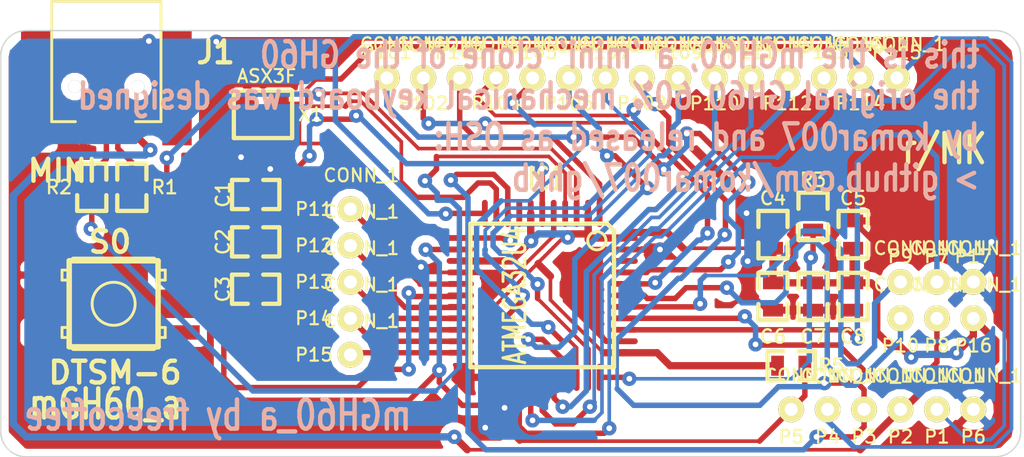
<source format=kicad_pcb>
(kicad_pcb (version 3) (host pcbnew "(25-Oct-2014 BZR 4029)-stable")

  (general
    (links 73)
    (no_connects 0)
    (area 163.018449 122.886469 234.9262 154.989551)
    (thickness 1.6)
    (drawings 12)
    (tracks 620)
    (zones 0)
    (modules 48)
    (nets 36)
  )

  (page A3)
  (layers
    (15 F.Cu signal)
    (0 B.Cu signal)
    (16 B.Adhes user)
    (17 F.Adhes user)
    (18 B.Paste user)
    (19 F.Paste user)
    (20 B.SilkS user)
    (21 F.SilkS user)
    (22 B.Mask user hide)
    (23 F.Mask user hide)
    (24 Dwgs.User user)
    (25 Cmts.User user)
    (26 Eco1.User user)
    (27 Eco2.User user)
    (28 Edge.Cuts user)
  )

  (setup
    (last_trace_width 0.381)
    (user_trace_width 0.254)
    (user_trace_width 0.4064)
    (user_trace_width 0.889)
    (trace_clearance 0.2032)
    (zone_clearance 0.508)
    (zone_45_only no)
    (trace_min 0.2032)
    (segment_width 0.381)
    (edge_width 0.0991)
    (via_size 1)
    (via_drill 0.4)
    (via_min_size 1)
    (via_min_drill 0.4)
    (uvia_size 0.508)
    (uvia_drill 0.127)
    (uvias_allowed no)
    (uvia_min_size 0.508)
    (uvia_min_drill 0.127)
    (pcb_text_width 0.3048)
    (pcb_text_size 1.524 2.032)
    (mod_edge_width 0.3)
    (mod_text_size 1.524 1.524)
    (mod_text_width 0.3048)
    (pad_size 3.1 1)
    (pad_drill 0.6)
    (pad_to_mask_clearance 0.1016)
    (aux_axis_origin 0 0)
    (visible_elements FFFF7FBF)
    (pcbplotparams
      (layerselection 284196865)
      (usegerberextensions true)
      (excludeedgelayer true)
      (linewidth 0.150000)
      (plotframeref false)
      (viasonmask false)
      (mode 1)
      (useauxorigin false)
      (hpglpennumber 1)
      (hpglpenspeed 20)
      (hpglpendiameter 15)
      (hpglpenoverlay 2)
      (psnegative false)
      (psa4output false)
      (plotreference true)
      (plotvalue false)
      (plotothertext true)
      (plotinvisibletext false)
      (padsonsilk false)
      (subtractmaskfromsilk false)
      (outputformat 1)
      (mirror false)
      (drillshape 0)
      (scaleselection 1)
      (outputdirectory /home/vinh/projects/keyboard/ghkb_mod/out/))
  )

  (net 0 "")
  (net 1 /GPIO0)
  (net 2 /GPIO1)
  (net 3 /GPIO2)
  (net 4 /GPIO3)
  (net 5 /MISO)
  (net 6 /MOSI)
  (net 7 /SCK)
  (net 8 /col1)
  (net 9 /col10)
  (net 10 /col11)
  (net 11 /col12)
  (net 12 /col13)
  (net 13 /col2)
  (net 14 /col3)
  (net 15 /col4)
  (net 16 /col5)
  (net 17 /col6)
  (net 18 /col7)
  (net 19 /col9)
  (net 20 /row1)
  (net 21 /row2)
  (net 22 /row3)
  (net 23 /row4)
  (net 24 /row5)
  (net 25 /~RES~)
  (net 26 GND)
  (net 27 N-000001)
  (net 28 N-000002)
  (net 29 N-0000021)
  (net 30 N-0000022)
  (net 31 N-0000023)
  (net 32 N-000003)
  (net 33 N-000004)
  (net 34 N-000005)
  (net 35 VCC)

  (net_class Default "This is the default net class."
    (clearance 0.2032)
    (trace_width 0.381)
    (via_dia 1)
    (via_drill 0.4)
    (uvia_dia 0.508)
    (uvia_drill 0.127)
    (add_net "")
    (add_net /GPIO0)
    (add_net /GPIO1)
    (add_net /GPIO2)
    (add_net /GPIO3)
    (add_net /MISO)
    (add_net /MOSI)
    (add_net /SCK)
    (add_net /col1)
    (add_net /col10)
    (add_net /col11)
    (add_net /col12)
    (add_net /col13)
    (add_net /col2)
    (add_net /col3)
    (add_net /col4)
    (add_net /col5)
    (add_net /col6)
    (add_net /col7)
    (add_net /col9)
    (add_net /row1)
    (add_net /row2)
    (add_net /row3)
    (add_net /row4)
    (add_net /row5)
    (add_net /~RES~)
    (add_net GND)
    (add_net N-000001)
    (add_net N-000002)
    (add_net N-0000021)
    (add_net N-0000022)
    (add_net N-0000023)
    (add_net N-000003)
    (add_net N-000004)
    (add_net N-000005)
  )

  (net_class POWER ""
    (clearance 0.2032)
    (trace_width 0.508)
    (via_dia 1)
    (via_drill 0.4)
    (uvia_dia 0.508)
    (uvia_drill 0.127)
    (add_net VCC)
  )

  (module TQFP44 (layer F.Cu) (tedit 569203D8) (tstamp 56918DEE)
    (at 200.825 143.685 270)
    (path /4E9998BD)
    (attr smd)
    (fp_text reference IC1 (at -8.135 -0.25 360) (layer F.SilkS)
      (effects (font (size 1.524 1.016) (thickness 0.2032)))
    )
    (fp_text value ATMEGA32U4 (at 0 1.905 270) (layer F.SilkS)
      (effects (font (size 1.524 1.016) (thickness 0.2032)))
    )
    (fp_line (start 5.0038 -5.0038) (end 5.0038 5.0038) (layer F.SilkS) (width 0.3048))
    (fp_line (start 5.0038 5.0038) (end -5.0038 5.0038) (layer F.SilkS) (width 0.3048))
    (fp_line (start -5.0038 -4.5212) (end -5.0038 5.0038) (layer F.SilkS) (width 0.3048))
    (fp_line (start -4.5212 -5.0038) (end 5.0038 -5.0038) (layer F.SilkS) (width 0.3048))
    (fp_line (start -5.0038 -4.5212) (end -4.5212 -5.0038) (layer F.SilkS) (width 0.3048))
    (fp_circle (center -3.81 -3.81) (end -3.81 -3.175) (layer F.SilkS) (width 0.2032))
    (pad 39 smd oval (at 0 -5.715 270) (size 0.4064 1.89992)
      (layers F.Cu F.Paste F.Mask)
      (net 4 /GPIO3)
    )
    (pad 40 smd oval (at -0.8001 -5.715 270) (size 0.4064 1.89992)
      (layers F.Cu F.Paste F.Mask)
      (net 13 /col2)
    )
    (pad 41 smd oval (at -1.6002 -5.715 270) (size 0.4064 1.89992)
      (layers F.Cu F.Paste F.Mask)
      (net 8 /col1)
    )
    (pad 42 smd oval (at -2.4003 -5.715 270) (size 0.4064 1.89992)
      (layers F.Cu F.Paste F.Mask)
    )
    (pad 43 smd oval (at -3.2004 -5.715 270) (size 0.4064 1.89992)
      (layers F.Cu F.Paste F.Mask)
      (net 26 GND)
    )
    (pad 44 smd oval (at -4.0005 -5.715 270) (size 0.4064 1.89992)
      (layers F.Cu F.Paste F.Mask)
      (net 35 VCC)
    )
    (pad 38 smd oval (at 0.8001 -5.715 270) (size 0.4064 1.89992)
      (layers F.Cu F.Paste F.Mask)
      (net 3 /GPIO2)
    )
    (pad 37 smd oval (at 1.6002 -5.715 270) (size 0.4064 1.89992)
      (layers F.Cu F.Paste F.Mask)
      (net 2 /GPIO1)
    )
    (pad 36 smd oval (at 2.4003 -5.715 270) (size 0.4064 1.89992)
      (layers F.Cu F.Paste F.Mask)
      (net 1 /GPIO0)
    )
    (pad 35 smd oval (at 3.2004 -5.715 270) (size 0.4064 1.89992)
      (layers F.Cu F.Paste F.Mask)
      (net 26 GND)
    )
    (pad 34 smd oval (at 4.0005 -5.715 270) (size 0.4064 1.89992)
      (layers F.Cu F.Paste F.Mask)
      (net 35 VCC)
    )
    (pad 17 smd oval (at 0 5.715 270) (size 0.4064 1.89992)
      (layers F.Cu F.Paste F.Mask)
      (net 34 N-000005)
    )
    (pad 16 smd oval (at -0.8001 5.715 270) (size 0.4064 1.89992)
      (layers F.Cu F.Paste F.Mask)
      (net 33 N-000004)
    )
    (pad 15 smd oval (at -1.6002 5.715 270) (size 0.4064 1.89992)
      (layers F.Cu F.Paste F.Mask)
      (net 26 GND)
    )
    (pad 14 smd oval (at -2.4003 5.715 270) (size 0.4064 1.89992)
      (layers F.Cu F.Paste F.Mask)
      (net 35 VCC)
    )
    (pad 13 smd oval (at -3.2004 5.715 270) (size 0.4064 1.89992)
      (layers F.Cu F.Paste F.Mask)
      (net 25 /~RES~)
    )
    (pad 12 smd oval (at -4.0005 5.715 270) (size 0.4064 1.89992)
      (layers F.Cu F.Paste F.Mask)
      (net 19 /col9)
    )
    (pad 18 smd oval (at 0.8001 5.715 270) (size 0.4064 1.89992)
      (layers F.Cu F.Paste F.Mask)
      (net 20 /row1)
    )
    (pad 19 smd oval (at 1.6002 5.715 270) (size 0.4064 1.89992)
      (layers F.Cu F.Paste F.Mask)
      (net 21 /row2)
    )
    (pad 20 smd oval (at 2.4003 5.715 270) (size 0.4064 1.89992)
      (layers F.Cu F.Paste F.Mask)
      (net 22 /row3)
    )
    (pad 21 smd oval (at 3.2004 5.715 270) (size 0.4064 1.89992)
      (layers F.Cu F.Paste F.Mask)
      (net 23 /row4)
    )
    (pad 22 smd oval (at 4.0005 5.715 270) (size 0.4064 1.89992)
      (layers F.Cu F.Paste F.Mask)
      (net 24 /row5)
    )
    (pad 6 smd oval (at -5.715 0 270) (size 1.89992 0.4064)
      (layers F.Cu F.Paste F.Mask)
      (net 29 N-0000021)
    )
    (pad 28 smd oval (at 5.715 0 270) (size 1.89992 0.4064)
      (layers F.Cu F.Paste F.Mask)
      (net 10 /col11)
    )
    (pad 7 smd oval (at -5.715 0.8001 270) (size 1.89992 0.4064)
      (layers F.Cu F.Paste F.Mask)
      (net 35 VCC)
    )
    (pad 27 smd oval (at 5.715 0.8001 270) (size 1.89992 0.4064)
      (layers F.Cu F.Paste F.Mask)
      (net 11 /col12)
    )
    (pad 26 smd oval (at 5.715 1.6002 270) (size 1.89992 0.4064)
      (layers F.Cu F.Paste F.Mask)
      (net 12 /col13)
    )
    (pad 8 smd oval (at -5.715 1.6002 270) (size 1.89992 0.4064)
      (layers F.Cu F.Paste F.Mask)
    )
    (pad 9 smd oval (at -5.715 2.4003 270) (size 1.89992 0.4064)
      (layers F.Cu F.Paste F.Mask)
      (net 7 /SCK)
    )
    (pad 25 smd oval (at 5.715 2.4003 270) (size 1.89992 0.4064)
      (layers F.Cu F.Paste F.Mask)
      (net 18 /col7)
    )
    (pad 24 smd oval (at 5.715 3.2004 270) (size 1.89992 0.4064)
      (layers F.Cu F.Paste F.Mask)
      (net 35 VCC)
    )
    (pad 10 smd oval (at -5.715 3.2004 270) (size 1.89992 0.4064)
      (layers F.Cu F.Paste F.Mask)
      (net 6 /MOSI)
    )
    (pad 11 smd oval (at -5.715 4.0005 270) (size 1.89992 0.4064)
      (layers F.Cu F.Paste F.Mask)
      (net 5 /MISO)
    )
    (pad 23 smd oval (at 5.715 4.0005 270) (size 1.89992 0.4064)
      (layers F.Cu F.Paste F.Mask)
      (net 26 GND)
    )
    (pad 29 smd oval (at 5.715 -0.8001 270) (size 1.89992 0.4064)
      (layers F.Cu F.Paste F.Mask)
      (net 9 /col10)
    )
    (pad 5 smd oval (at -5.715 -0.8001 270) (size 1.89992 0.4064)
      (layers F.Cu F.Paste F.Mask)
      (net 26 GND)
    )
    (pad 4 smd oval (at -5.715 -1.6002 270) (size 1.89992 0.4064)
      (layers F.Cu F.Paste F.Mask)
      (net 30 N-0000022)
    )
    (pad 30 smd oval (at 5.715 -1.6002 270) (size 1.89992 0.4064)
      (layers F.Cu F.Paste F.Mask)
      (net 17 /col6)
    )
    (pad 31 smd oval (at 5.715 -2.4003 270) (size 1.89992 0.4064)
      (layers F.Cu F.Paste F.Mask)
      (net 16 /col5)
    )
    (pad 3 smd oval (at -5.715 -2.4003 270) (size 1.89992 0.4064)
      (layers F.Cu F.Paste F.Mask)
      (net 31 N-0000023)
    )
    (pad 2 smd oval (at -5.715 -3.2004 270) (size 1.89992 0.4064)
      (layers F.Cu F.Paste F.Mask)
      (net 35 VCC)
    )
    (pad 32 smd oval (at 5.715 -3.2004 270) (size 1.89992 0.4064)
      (layers F.Cu F.Paste F.Mask)
      (net 15 /col4)
    )
    (pad 33 smd oval (at 5.715 -4.0005 270) (size 1.89992 0.4064)
      (layers F.Cu F.Paste F.Mask)
      (net 32 N-000003)
    )
    (pad 1 smd oval (at -5.715 -4.0005 270) (size 1.89992 0.4064)
      (layers F.Cu F.Paste F.Mask)
      (net 14 /col3)
    )
  )

  (module SM0805 (layer F.Cu) (tedit 5691A767) (tstamp 5691A82F)
    (at 218.186 148.59)
    (path /4ED6BA73)
    (attr smd)
    (fp_text reference R5 (at 2.794 0) (layer F.SilkS)
      (effects (font (size 0.935 0.935) (thickness 0.1588)))
    )
    (fp_text value 10k (at -0.5715 -1.4605) (layer F.SilkS) hide
      (effects (font (size 0.635 0.635) (thickness 0.127)))
    )
    (fp_line (start 0.527 -1.016) (end 1.651 -1.016) (layer F.SilkS) (width 0.3))
    (fp_line (start 1.651 -1.016) (end 1.651 1.016) (layer F.SilkS) (width 0.3))
    (fp_line (start 1.651 1.016) (end 0.527 1.016) (layer F.SilkS) (width 0.3))
    (fp_line (start -0.554 -1.016) (end -1.651 -1.016) (layer F.SilkS) (width 0.3))
    (fp_line (start -1.651 -1.016) (end -1.651 1.016) (layer F.SilkS) (width 0.3))
    (fp_line (start -1.651 1.016) (end -0.554 1.016) (layer F.SilkS) (width 0.3))
    (pad 1 smd rect (at -0.9525 0) (size 0.889 1.397)
      (layers F.Cu F.Paste F.Mask)
      (net 35 VCC)
    )
    (pad 2 smd rect (at 0.9525 0) (size 0.889 1.397)
      (layers F.Cu F.Paste F.Mask)
      (net 25 /~RES~)
    )
    (model smd/chip_cms.wrl
      (at (xyz 0 0 0))
      (scale (xyz 0.1 0.1 0.1))
      (rotate (xyz 0 0 0))
    )
  )

  (module SM0805 (layer F.Cu) (tedit 5691F0D1) (tstamp 56918E06)
    (at 219.71 138.176 90)
    (path /4ED6AF08)
    (attr smd)
    (fp_text reference R3 (at 2.54 0 180) (layer F.SilkS)
      (effects (font (size 0.935 0.935) (thickness 0.1588)))
    )
    (fp_text value 10k (at -0.5715 -1.4605 90) (layer F.SilkS) hide
      (effects (font (size 0.635 0.635) (thickness 0.127)))
    )
    (fp_line (start 0.527 -1.016) (end 1.651 -1.016) (layer F.SilkS) (width 0.3))
    (fp_line (start 1.651 -1.016) (end 1.651 1.016) (layer F.SilkS) (width 0.3))
    (fp_line (start 1.651 1.016) (end 0.527 1.016) (layer F.SilkS) (width 0.3))
    (fp_line (start -0.554 -1.016) (end -1.651 -1.016) (layer F.SilkS) (width 0.3))
    (fp_line (start -1.651 -1.016) (end -1.651 1.016) (layer F.SilkS) (width 0.3))
    (fp_line (start -1.651 1.016) (end -0.554 1.016) (layer F.SilkS) (width 0.3))
    (pad 1 smd rect (at -0.9525 0 90) (size 0.889 1.397)
      (layers F.Cu F.Paste F.Mask)
      (net 32 N-000003)
    )
    (pad 2 smd rect (at 0.9525 0 90) (size 0.889 1.397)
      (layers F.Cu F.Paste F.Mask)
      (net 26 GND)
    )
    (model smd/chip_cms.wrl
      (at (xyz 0 0 0))
      (scale (xyz 0.1 0.1 0.1))
      (rotate (xyz 0 0 0))
    )
  )

  (module SM0805 (layer F.Cu) (tedit 5691BCD1) (tstamp 56918E12)
    (at 180.848 143.256)
    (path /4ED6A5CC)
    (attr smd)
    (fp_text reference C3 (at -2.286 0 90) (layer F.SilkS)
      (effects (font (size 0.935 0.935) (thickness 0.1588)))
    )
    (fp_text value 1u (at -0.5715 -1.4605) (layer F.SilkS) hide
      (effects (font (size 0.635 0.635) (thickness 0.127)))
    )
    (fp_line (start 0.527 -1.016) (end 1.651 -1.016) (layer F.SilkS) (width 0.3))
    (fp_line (start 1.651 -1.016) (end 1.651 1.016) (layer F.SilkS) (width 0.3))
    (fp_line (start 1.651 1.016) (end 0.527 1.016) (layer F.SilkS) (width 0.3))
    (fp_line (start -0.554 -1.016) (end -1.651 -1.016) (layer F.SilkS) (width 0.3))
    (fp_line (start -1.651 -1.016) (end -1.651 1.016) (layer F.SilkS) (width 0.3))
    (fp_line (start -1.651 1.016) (end -0.554 1.016) (layer F.SilkS) (width 0.3))
    (pad 1 smd rect (at -0.9525 0) (size 0.889 1.397)
      (layers F.Cu F.Paste F.Mask)
      (net 29 N-0000021)
    )
    (pad 2 smd rect (at 0.9525 0) (size 0.889 1.397)
      (layers F.Cu F.Paste F.Mask)
      (net 26 GND)
    )
    (model smd/chip_cms.wrl
      (at (xyz 0 0 0))
      (scale (xyz 0.1 0.1 0.1))
      (rotate (xyz 0 0 0))
    )
  )

  (module SM0805 (layer F.Cu) (tedit 5691A08F) (tstamp 56918E1E)
    (at 169.418 136.144 90)
    (path /4ED6A3B8)
    (attr smd)
    (fp_text reference R2 (at 0 -2.286 180) (layer F.SilkS)
      (effects (font (size 0.935 0.935) (thickness 0.1588)))
    )
    (fp_text value 22 (at -0.5715 -1.4605 90) (layer F.SilkS) hide
      (effects (font (size 0.635 0.635) (thickness 0.127)))
    )
    (fp_line (start 0.527 -1.016) (end 1.651 -1.016) (layer F.SilkS) (width 0.3))
    (fp_line (start 1.651 -1.016) (end 1.651 1.016) (layer F.SilkS) (width 0.3))
    (fp_line (start 1.651 1.016) (end 0.527 1.016) (layer F.SilkS) (width 0.3))
    (fp_line (start -0.554 -1.016) (end -1.651 -1.016) (layer F.SilkS) (width 0.3))
    (fp_line (start -1.651 -1.016) (end -1.651 1.016) (layer F.SilkS) (width 0.3))
    (fp_line (start -1.651 1.016) (end -0.554 1.016) (layer F.SilkS) (width 0.3))
    (pad 1 smd rect (at -0.9525 0 90) (size 0.889 1.397)
      (layers F.Cu F.Paste F.Mask)
      (net 30 N-0000022)
    )
    (pad 2 smd rect (at 0.9525 0 90) (size 0.889 1.397)
      (layers F.Cu F.Paste F.Mask)
      (net 28 N-000002)
    )
    (model smd/chip_cms.wrl
      (at (xyz 0 0 0))
      (scale (xyz 0.1 0.1 0.1))
      (rotate (xyz 0 0 0))
    )
  )

  (module SM0805 (layer F.Cu) (tedit 5691A783) (tstamp 56918E2A)
    (at 172.212 136.144 90)
    (path /4ED6A3B0)
    (attr smd)
    (fp_text reference R1 (at 0 2.286 180) (layer F.SilkS)
      (effects (font (size 0.935 0.935) (thickness 0.1588)))
    )
    (fp_text value 22 (at -0.5715 -1.4605 90) (layer F.SilkS) hide
      (effects (font (size 0.635 0.635) (thickness 0.127)))
    )
    (fp_line (start 0.527 -1.016) (end 1.651 -1.016) (layer F.SilkS) (width 0.3))
    (fp_line (start 1.651 -1.016) (end 1.651 1.016) (layer F.SilkS) (width 0.3))
    (fp_line (start 1.651 1.016) (end 0.527 1.016) (layer F.SilkS) (width 0.3))
    (fp_line (start -0.554 -1.016) (end -1.651 -1.016) (layer F.SilkS) (width 0.3))
    (fp_line (start -1.651 -1.016) (end -1.651 1.016) (layer F.SilkS) (width 0.3))
    (fp_line (start -1.651 1.016) (end -0.554 1.016) (layer F.SilkS) (width 0.3))
    (pad 1 smd rect (at -0.9525 0 90) (size 0.889 1.397)
      (layers F.Cu F.Paste F.Mask)
      (net 31 N-0000023)
    )
    (pad 2 smd rect (at 0.9525 0 90) (size 0.889 1.397)
      (layers F.Cu F.Paste F.Mask)
      (net 27 N-000001)
    )
    (model smd/chip_cms.wrl
      (at (xyz 0 0 0))
      (scale (xyz 0.1 0.1 0.1))
      (rotate (xyz 0 0 0))
    )
  )

  (module SM0805 (layer F.Cu) (tedit 5691A4AE) (tstamp 56918E36)
    (at 219.71 143.764 270)
    (path /4EB2CECC)
    (attr smd)
    (fp_text reference C7 (at 2.794 0 360) (layer F.SilkS)
      (effects (font (size 0.935 0.935) (thickness 0.1588)))
    )
    (fp_text value 100n (at -0.5715 -1.4605 270) (layer F.SilkS) hide
      (effects (font (size 0.635 0.635) (thickness 0.127)))
    )
    (fp_line (start 0.527 -1.016) (end 1.651 -1.016) (layer F.SilkS) (width 0.3))
    (fp_line (start 1.651 -1.016) (end 1.651 1.016) (layer F.SilkS) (width 0.3))
    (fp_line (start 1.651 1.016) (end 0.527 1.016) (layer F.SilkS) (width 0.3))
    (fp_line (start -0.554 -1.016) (end -1.651 -1.016) (layer F.SilkS) (width 0.3))
    (fp_line (start -1.651 -1.016) (end -1.651 1.016) (layer F.SilkS) (width 0.3))
    (fp_line (start -1.651 1.016) (end -0.554 1.016) (layer F.SilkS) (width 0.3))
    (pad 1 smd rect (at -0.9525 0 270) (size 0.889 1.397)
      (layers F.Cu F.Paste F.Mask)
      (net 35 VCC)
    )
    (pad 2 smd rect (at 0.9525 0 270) (size 0.889 1.397)
      (layers F.Cu F.Paste F.Mask)
      (net 26 GND)
    )
    (model smd/chip_cms.wrl
      (at (xyz 0 0 0))
      (scale (xyz 0.1 0.1 0.1))
      (rotate (xyz 0 0 0))
    )
  )

  (module SM0805 (layer F.Cu) (tedit 5691A4AE) (tstamp 56918E42)
    (at 216.916 143.764 270)
    (path /4EB2CECA)
    (attr smd)
    (fp_text reference C6 (at 2.794 0 360) (layer F.SilkS)
      (effects (font (size 0.935 0.935) (thickness 0.1588)))
    )
    (fp_text value 100n (at -0.5715 -1.4605 270) (layer F.SilkS) hide
      (effects (font (size 0.635 0.635) (thickness 0.127)))
    )
    (fp_line (start 0.527 -1.016) (end 1.651 -1.016) (layer F.SilkS) (width 0.3))
    (fp_line (start 1.651 -1.016) (end 1.651 1.016) (layer F.SilkS) (width 0.3))
    (fp_line (start 1.651 1.016) (end 0.527 1.016) (layer F.SilkS) (width 0.3))
    (fp_line (start -0.554 -1.016) (end -1.651 -1.016) (layer F.SilkS) (width 0.3))
    (fp_line (start -1.651 -1.016) (end -1.651 1.016) (layer F.SilkS) (width 0.3))
    (fp_line (start -1.651 1.016) (end -0.554 1.016) (layer F.SilkS) (width 0.3))
    (pad 1 smd rect (at -0.9525 0 270) (size 0.889 1.397)
      (layers F.Cu F.Paste F.Mask)
      (net 35 VCC)
    )
    (pad 2 smd rect (at 0.9525 0 270) (size 0.889 1.397)
      (layers F.Cu F.Paste F.Mask)
      (net 26 GND)
    )
    (model smd/chip_cms.wrl
      (at (xyz 0 0 0))
      (scale (xyz 0.1 0.1 0.1))
      (rotate (xyz 0 0 0))
    )
  )

  (module SM0805 (layer F.Cu) (tedit 5691F0DD) (tstamp 56918E4E)
    (at 222.504 139.446 90)
    (path /4EB2CEC9)
    (attr smd)
    (fp_text reference C5 (at 2.54 0 180) (layer F.SilkS)
      (effects (font (size 0.935 0.935) (thickness 0.1588)))
    )
    (fp_text value 100n (at -0.5715 -1.4605 90) (layer F.SilkS) hide
      (effects (font (size 0.635 0.635) (thickness 0.127)))
    )
    (fp_line (start 0.527 -1.016) (end 1.651 -1.016) (layer F.SilkS) (width 0.3))
    (fp_line (start 1.651 -1.016) (end 1.651 1.016) (layer F.SilkS) (width 0.3))
    (fp_line (start 1.651 1.016) (end 0.527 1.016) (layer F.SilkS) (width 0.3))
    (fp_line (start -0.554 -1.016) (end -1.651 -1.016) (layer F.SilkS) (width 0.3))
    (fp_line (start -1.651 -1.016) (end -1.651 1.016) (layer F.SilkS) (width 0.3))
    (fp_line (start -1.651 1.016) (end -0.554 1.016) (layer F.SilkS) (width 0.3))
    (pad 1 smd rect (at -0.9525 0 90) (size 0.889 1.397)
      (layers F.Cu F.Paste F.Mask)
      (net 35 VCC)
    )
    (pad 2 smd rect (at 0.9525 0 90) (size 0.889 1.397)
      (layers F.Cu F.Paste F.Mask)
      (net 26 GND)
    )
    (model smd/chip_cms.wrl
      (at (xyz 0 0 0))
      (scale (xyz 0.1 0.1 0.1))
      (rotate (xyz 0 0 0))
    )
  )

  (module SM0805 (layer F.Cu) (tedit 5691F0D9) (tstamp 56918E5A)
    (at 216.916 139.446 90)
    (path /4EB2CEC5)
    (attr smd)
    (fp_text reference C4 (at 2.54 0 180) (layer F.SilkS)
      (effects (font (size 0.935 0.935) (thickness 0.1588)))
    )
    (fp_text value 100n (at -0.5715 -1.4605 90) (layer F.SilkS) hide
      (effects (font (size 0.635 0.635) (thickness 0.127)))
    )
    (fp_line (start 0.527 -1.016) (end 1.651 -1.016) (layer F.SilkS) (width 0.3))
    (fp_line (start 1.651 -1.016) (end 1.651 1.016) (layer F.SilkS) (width 0.3))
    (fp_line (start 1.651 1.016) (end 0.527 1.016) (layer F.SilkS) (width 0.3))
    (fp_line (start -0.554 -1.016) (end -1.651 -1.016) (layer F.SilkS) (width 0.3))
    (fp_line (start -1.651 -1.016) (end -1.651 1.016) (layer F.SilkS) (width 0.3))
    (fp_line (start -1.651 1.016) (end -0.554 1.016) (layer F.SilkS) (width 0.3))
    (pad 1 smd rect (at -0.9525 0 90) (size 0.889 1.397)
      (layers F.Cu F.Paste F.Mask)
      (net 35 VCC)
    )
    (pad 2 smd rect (at 0.9525 0 90) (size 0.889 1.397)
      (layers F.Cu F.Paste F.Mask)
      (net 26 GND)
    )
    (model smd/chip_cms.wrl
      (at (xyz 0 0 0))
      (scale (xyz 0.1 0.1 0.1))
      (rotate (xyz 0 0 0))
    )
  )

  (module SM0805 (layer F.Cu) (tedit 5691BCCF) (tstamp 56918E66)
    (at 180.848 139.954)
    (path /4E99B644)
    (attr smd)
    (fp_text reference C2 (at -2.286 0 90) (layer F.SilkS)
      (effects (font (size 0.935 0.935) (thickness 0.1588)))
    )
    (fp_text value 22p (at -0.5715 -1.4605) (layer F.SilkS) hide
      (effects (font (size 0.635 0.635) (thickness 0.127)))
    )
    (fp_line (start 0.527 -1.016) (end 1.651 -1.016) (layer F.SilkS) (width 0.3))
    (fp_line (start 1.651 -1.016) (end 1.651 1.016) (layer F.SilkS) (width 0.3))
    (fp_line (start 1.651 1.016) (end 0.527 1.016) (layer F.SilkS) (width 0.3))
    (fp_line (start -0.554 -1.016) (end -1.651 -1.016) (layer F.SilkS) (width 0.3))
    (fp_line (start -1.651 -1.016) (end -1.651 1.016) (layer F.SilkS) (width 0.3))
    (fp_line (start -1.651 1.016) (end -0.554 1.016) (layer F.SilkS) (width 0.3))
    (pad 1 smd rect (at -0.9525 0) (size 0.889 1.397)
      (layers F.Cu F.Paste F.Mask)
      (net 34 N-000005)
    )
    (pad 2 smd rect (at 0.9525 0) (size 0.889 1.397)
      (layers F.Cu F.Paste F.Mask)
      (net 26 GND)
    )
    (model smd/chip_cms.wrl
      (at (xyz 0 0 0))
      (scale (xyz 0.1 0.1 0.1))
      (rotate (xyz 0 0 0))
    )
  )

  (module SM0805 (layer F.Cu) (tedit 5691BCCC) (tstamp 56918E72)
    (at 180.848 136.652)
    (path /4E99B63E)
    (attr smd)
    (fp_text reference C1 (at -2.286 0 90) (layer F.SilkS)
      (effects (font (size 0.935 0.935) (thickness 0.1588)))
    )
    (fp_text value 22p (at -0.5715 -1.4605) (layer F.SilkS) hide
      (effects (font (size 0.635 0.635) (thickness 0.127)))
    )
    (fp_line (start 0.527 -1.016) (end 1.651 -1.016) (layer F.SilkS) (width 0.3))
    (fp_line (start 1.651 -1.016) (end 1.651 1.016) (layer F.SilkS) (width 0.3))
    (fp_line (start 1.651 1.016) (end 0.527 1.016) (layer F.SilkS) (width 0.3))
    (fp_line (start -0.554 -1.016) (end -1.651 -1.016) (layer F.SilkS) (width 0.3))
    (fp_line (start -1.651 -1.016) (end -1.651 1.016) (layer F.SilkS) (width 0.3))
    (fp_line (start -1.651 1.016) (end -0.554 1.016) (layer F.SilkS) (width 0.3))
    (pad 1 smd rect (at -0.9525 0) (size 0.889 1.397)
      (layers F.Cu F.Paste F.Mask)
      (net 33 N-000004)
    )
    (pad 2 smd rect (at 0.9525 0) (size 0.889 1.397)
      (layers F.Cu F.Paste F.Mask)
      (net 26 GND)
    )
    (model smd/chip_cms.wrl
      (at (xyz 0 0 0))
      (scale (xyz 0.1 0.1 0.1))
      (rotate (xyz 0 0 0))
    )
  )

  (module SM0805 (layer F.Cu) (tedit 5691A4AD) (tstamp 56918E7E)
    (at 222.504 143.764 270)
    (path /5086A760)
    (attr smd)
    (fp_text reference C8 (at 2.794 0 360) (layer F.SilkS)
      (effects (font (size 0.935 0.935) (thickness 0.1588)))
    )
    (fp_text value 1u (at -0.5715 -1.4605 270) (layer F.SilkS) hide
      (effects (font (size 0.635 0.635) (thickness 0.127)))
    )
    (fp_line (start 0.527 -1.016) (end 1.651 -1.016) (layer F.SilkS) (width 0.3))
    (fp_line (start 1.651 -1.016) (end 1.651 1.016) (layer F.SilkS) (width 0.3))
    (fp_line (start 1.651 1.016) (end 0.527 1.016) (layer F.SilkS) (width 0.3))
    (fp_line (start -0.554 -1.016) (end -1.651 -1.016) (layer F.SilkS) (width 0.3))
    (fp_line (start -1.651 -1.016) (end -1.651 1.016) (layer F.SilkS) (width 0.3))
    (fp_line (start -1.651 1.016) (end -0.554 1.016) (layer F.SilkS) (width 0.3))
    (pad 1 smd rect (at -0.9525 0 270) (size 0.889 1.397)
      (layers F.Cu F.Paste F.Mask)
      (net 35 VCC)
    )
    (pad 2 smd rect (at 0.9525 0 270) (size 0.889 1.397)
      (layers F.Cu F.Paste F.Mask)
      (net 26 GND)
    )
    (model smd/chip_cms.wrl
      (at (xyz 0 0 0))
      (scale (xyz 0.1 0.1 0.1))
      (rotate (xyz 0 0 0))
    )
  )

  (module pad (layer F.Cu) (tedit 5691C338) (tstamp 5691A57E)
    (at 189.992 128.524)
    (path /56929B40)
    (fp_text reference P101 (at 0 -1.778) (layer F.SilkS)
      (effects (font (size 0.9 0.9) (thickness 0.15)))
    )
    (fp_text value CONN_1 (at 0.762 -2.3495) (layer F.SilkS)
      (effects (font (size 0.9 0.9) (thickness 0.15)))
    )
    (pad 1 thru_hole circle (at 0 0) (size 1.8 1.8) (drill 0.9)
      (layers *.Cu *.Mask F.SilkS)
      (net 8 /col1)
    )
  )

  (module pad (layer F.Cu) (tedit 5691C331) (tstamp 56918ED3)
    (at 187.452 137.668)
    (path /51365814)
    (fp_text reference P11 (at -2.54 0) (layer F.SilkS)
      (effects (font (size 0.9 0.9) (thickness 0.15)))
    )
    (fp_text value CONN_1 (at 0.762 -2.3495) (layer F.SilkS)
      (effects (font (size 0.9 0.9) (thickness 0.15)))
    )
    (pad 1 thru_hole circle (at 0 0) (size 1.8 1.8) (drill 0.9)
      (layers *.Cu *.Mask F.SilkS)
      (net 20 /row1)
    )
  )

  (module pad (layer F.Cu) (tedit 5691A149) (tstamp 56918EE7)
    (at 230.886 142.748)
    (path /5137B445)
    (fp_text reference P17 (at 0 -1.778) (layer F.SilkS)
      (effects (font (size 0.9 0.9) (thickness 0.15)))
    )
    (fp_text value CONN_1 (at 0.762 -2.3495) (layer F.SilkS)
      (effects (font (size 0.9 0.9) (thickness 0.15)))
    )
    (pad 1 thru_hole circle (at 0 0) (size 1.8 1.8) (drill 0.9)
      (layers *.Cu *.Mask F.SilkS)
      (net 26 GND)
    )
  )

  (module pad (layer F.Cu) (tedit 51CC601E) (tstamp 5691A84D)
    (at 228.346 151.638)
    (path /507D1E9B)
    (fp_text reference P1 (at 0 1.905) (layer F.SilkS)
      (effects (font (size 0.9 0.9) (thickness 0.15)))
    )
    (fp_text value CONN_1 (at 0.762 -2.3495) (layer F.SilkS)
      (effects (font (size 0.9 0.9) (thickness 0.15)))
    )
    (pad 1 thru_hole circle (at 0 0) (size 1.8 1.8) (drill 0.9)
      (layers *.Cu *.Mask F.SilkS)
      (net 5 /MISO)
    )
  )

  (module pad (layer F.Cu) (tedit 51CC601E) (tstamp 5691A841)
    (at 223.266 151.638)
    (path /507D1EE6)
    (fp_text reference P3 (at 0 1.905) (layer F.SilkS)
      (effects (font (size 0.9 0.9) (thickness 0.15)))
    )
    (fp_text value CONN_1 (at 0.762 -2.3495) (layer F.SilkS)
      (effects (font (size 0.9 0.9) (thickness 0.15)))
    )
    (pad 1 thru_hole circle (at 0 0) (size 1.8 1.8) (drill 0.9)
      (layers *.Cu *.Mask F.SilkS)
      (net 7 /SCK)
    )
  )

  (module pad (layer F.Cu) (tedit 51CC601E) (tstamp 5691A835)
    (at 218.186 151.638)
    (path /507D1F31)
    (fp_text reference P5 (at 0 1.905) (layer F.SilkS)
      (effects (font (size 0.9 0.9) (thickness 0.15)))
    )
    (fp_text value CONN_1 (at 0.762 -2.3495) (layer F.SilkS)
      (effects (font (size 0.9 0.9) (thickness 0.15)))
    )
    (pad 1 thru_hole circle (at 0 0) (size 1.8 1.8) (drill 0.9)
      (layers *.Cu *.Mask F.SilkS)
      (net 25 /~RES~)
    )
  )

  (module pad (layer F.Cu) (tedit 51CC601E) (tstamp 5691A847)
    (at 225.806 151.638)
    (path /507D1F7C)
    (fp_text reference P2 (at 0 1.905) (layer F.SilkS)
      (effects (font (size 0.9 0.9) (thickness 0.15)))
    )
    (fp_text value CONN_1 (at 0.762 -2.3495) (layer F.SilkS)
      (effects (font (size 0.9 0.9) (thickness 0.15)))
    )
    (pad 1 thru_hole circle (at 0 0) (size 1.8 1.8) (drill 0.9)
      (layers *.Cu *.Mask F.SilkS)
      (net 35 VCC)
    )
  )

  (module pad (layer F.Cu) (tedit 51CC601E) (tstamp 5691A83B)
    (at 220.726 151.638)
    (path /507D1FC7)
    (fp_text reference P4 (at 0 1.905) (layer F.SilkS)
      (effects (font (size 0.9 0.9) (thickness 0.15)))
    )
    (fp_text value CONN_1 (at 0.762 -2.3495) (layer F.SilkS)
      (effects (font (size 0.9 0.9) (thickness 0.15)))
    )
    (pad 1 thru_hole circle (at 0 0) (size 1.8 1.8) (drill 0.9)
      (layers *.Cu *.Mask F.SilkS)
      (net 6 /MOSI)
    )
  )

  (module pad (layer F.Cu) (tedit 51CC601E) (tstamp 5691A853)
    (at 230.886 151.638)
    (path /507D2012)
    (fp_text reference P6 (at 0 1.905) (layer F.SilkS)
      (effects (font (size 0.9 0.9) (thickness 0.15)))
    )
    (fp_text value CONN_1 (at 0.762 -2.3495) (layer F.SilkS)
      (effects (font (size 0.9 0.9) (thickness 0.15)))
    )
    (pad 1 thru_hole circle (at 0 0) (size 1.8 1.8) (drill 0.9)
      (layers *.Cu *.Mask F.SilkS)
      (net 26 GND)
    )
  )

  (module pad (layer F.Cu) (tedit 5691A147) (tstamp 56918F0A)
    (at 228.346 142.748)
    (path /5136239B)
    (fp_text reference P7 (at 0 -1.778) (layer F.SilkS)
      (effects (font (size 0.9 0.9) (thickness 0.15)))
    )
    (fp_text value CONN_1 (at 0.762 -2.3495) (layer F.SilkS)
      (effects (font (size 0.9 0.9) (thickness 0.15)))
    )
    (pad 1 thru_hole circle (at 0 0) (size 1.8 1.8) (drill 0.9)
      (layers *.Cu *.Mask F.SilkS)
      (net 1 /GPIO0)
    )
  )

  (module pad (layer F.Cu) (tedit 51CC601E) (tstamp 56918F0F)
    (at 228.346 145.288)
    (path /513623A1)
    (fp_text reference P8 (at 0 1.905) (layer F.SilkS)
      (effects (font (size 0.9 0.9) (thickness 0.15)))
    )
    (fp_text value CONN_1 (at 0.762 -2.3495) (layer F.SilkS)
      (effects (font (size 0.9 0.9) (thickness 0.15)))
    )
    (pad 1 thru_hole circle (at 0 0) (size 1.8 1.8) (drill 0.9)
      (layers *.Cu *.Mask F.SilkS)
      (net 2 /GPIO1)
    )
  )

  (module pad (layer F.Cu) (tedit 5691A142) (tstamp 56918F14)
    (at 225.806 142.748)
    (path /513623A7)
    (fp_text reference P9 (at 0 -1.778) (layer F.SilkS)
      (effects (font (size 0.9 0.9) (thickness 0.15)))
    )
    (fp_text value CONN_1 (at 0.762 -2.3495) (layer F.SilkS)
      (effects (font (size 0.9 0.9) (thickness 0.15)))
    )
    (pad 1 thru_hole circle (at 0 0) (size 1.8 1.8) (drill 0.9)
      (layers *.Cu *.Mask F.SilkS)
      (net 3 /GPIO2)
    )
  )

  (module pad (layer F.Cu) (tedit 51CC601E) (tstamp 56918F19)
    (at 225.806 145.288)
    (path /51362518)
    (fp_text reference P10 (at 0 1.905) (layer F.SilkS)
      (effects (font (size 0.9 0.9) (thickness 0.15)))
    )
    (fp_text value CONN_1 (at 0.762 -2.3495) (layer F.SilkS)
      (effects (font (size 0.9 0.9) (thickness 0.15)))
    )
    (pad 1 thru_hole circle (at 0 0) (size 1.8 1.8) (drill 0.9)
      (layers *.Cu *.Mask F.SilkS)
      (net 4 /GPIO3)
    )
  )

  (module pad (layer F.Cu) (tedit 5691C330) (tstamp 56918F1E)
    (at 187.452 140.208)
    (path /5136581A)
    (fp_text reference P12 (at -2.54 0) (layer F.SilkS)
      (effects (font (size 0.9 0.9) (thickness 0.15)))
    )
    (fp_text value CONN_1 (at 0.762 -2.3495) (layer F.SilkS)
      (effects (font (size 0.9 0.9) (thickness 0.15)))
    )
    (pad 1 thru_hole circle (at 0 0) (size 1.8 1.8) (drill 0.9)
      (layers *.Cu *.Mask F.SilkS)
      (net 21 /row2)
    )
  )

  (module pad (layer F.Cu) (tedit 5691C32F) (tstamp 56918F23)
    (at 187.452 142.748)
    (path /51365820)
    (fp_text reference P13 (at -2.54 0) (layer F.SilkS)
      (effects (font (size 0.9 0.9) (thickness 0.15)))
    )
    (fp_text value CONN_1 (at 0.762 -2.3495) (layer F.SilkS)
      (effects (font (size 0.9 0.9) (thickness 0.15)))
    )
    (pad 1 thru_hole circle (at 0 0) (size 1.8 1.8) (drill 0.9)
      (layers *.Cu *.Mask F.SilkS)
      (net 22 /row3)
    )
  )

  (module pad (layer F.Cu) (tedit 5691C32E) (tstamp 56918F28)
    (at 187.452 145.288)
    (path /51365826)
    (fp_text reference P14 (at -2.54 0) (layer F.SilkS)
      (effects (font (size 0.9 0.9) (thickness 0.15)))
    )
    (fp_text value CONN_1 (at 0.762 -2.3495) (layer F.SilkS)
      (effects (font (size 0.9 0.9) (thickness 0.15)))
    )
    (pad 1 thru_hole circle (at 0 0) (size 1.8 1.8) (drill 0.9)
      (layers *.Cu *.Mask F.SilkS)
      (net 23 /row4)
    )
  )

  (module pad (layer F.Cu) (tedit 5691C334) (tstamp 56918F2D)
    (at 187.452 147.828)
    (path /51365868)
    (fp_text reference P15 (at -2.54 0) (layer F.SilkS)
      (effects (font (size 0.9 0.9) (thickness 0.15)))
    )
    (fp_text value CONN_1 (at 0.762 -2.3495) (layer F.SilkS)
      (effects (font (size 0.9 0.9) (thickness 0.15)))
    )
    (pad 1 thru_hole circle (at 0 0) (size 1.8 1.8) (drill 0.9)
      (layers *.Cu *.Mask F.SilkS)
      (net 24 /row5)
    )
  )

  (module pad (layer F.Cu) (tedit 51CC601E) (tstamp 56918F32)
    (at 230.886 145.288)
    (path /5137B43F)
    (fp_text reference P16 (at 0 1.905) (layer F.SilkS)
      (effects (font (size 0.9 0.9) (thickness 0.15)))
    )
    (fp_text value CONN_1 (at 0.762 -2.3495) (layer F.SilkS)
      (effects (font (size 0.9 0.9) (thickness 0.15)))
    )
    (pad 1 thru_hole circle (at 0 0) (size 1.8 1.8) (drill 0.9)
      (layers *.Cu *.Mask F.SilkS)
      (net 35 VCC)
    )
  )

  (module KSEM31GLFS (layer F.Cu) (tedit 5691A0A0) (tstamp 56918F52)
    (at 170.942 144.272)
    (descr http://www.dip.com.tw/PDF/DTSJW-6-V.pdf)
    (tags "microswitch tact")
    (path /50440A9A)
    (attr smd)
    (fp_text reference S0 (at -0.254 -4.318) (layer F.SilkS)
      (effects (font (size 1.524 1.524) (thickness 0.3048)))
    )
    (fp_text value DTSM-6 (at 0.0991 4.8006) (layer F.SilkS)
      (effects (font (size 1.524 1.524) (thickness 0.3048)))
    )
    (fp_circle (center 0 0) (end 1.50114 0) (layer F.SilkS) (width 0.20066))
    (fp_line (start -3.0988 -2.3495) (end -3.59918 -2.3495) (layer F.SilkS) (width 0.20066))
    (fp_line (start -3.59918 -2.3495) (end -3.59918 -1.651) (layer F.SilkS) (width 0.20066))
    (fp_line (start -3.59918 -1.651) (end -3.0988 -1.651) (layer F.SilkS) (width 0.20066))
    (fp_line (start -3.59918 2.3495) (end -3.0988 2.3495) (layer F.SilkS) (width 0.20066))
    (fp_line (start -3.59918 1.651) (end -3.59918 2.3495) (layer F.SilkS) (width 0.20066))
    (fp_line (start -3.0988 1.651) (end -3.59918 1.651) (layer F.SilkS) (width 0.20066))
    (fp_line (start 3.0988 1.651) (end 3.59918 1.651) (layer F.SilkS) (width 0.20066))
    (fp_line (start 3.59918 1.651) (end 3.59918 2.3495) (layer F.SilkS) (width 0.20066))
    (fp_line (start 3.59918 2.3495) (end 3.0988 2.3495) (layer F.SilkS) (width 0.20066))
    (fp_line (start 3.0988 -2.3495) (end 3.59918 -2.3495) (layer F.SilkS) (width 0.20066))
    (fp_line (start 3.59918 -2.3495) (end 3.59918 -1.651) (layer F.SilkS) (width 0.20066))
    (fp_line (start 3.59918 -1.651) (end 3.0988 -1.651) (layer F.SilkS) (width 0.20066))
    (fp_line (start -2.79908 3.0988) (end 2.79908 3.0988) (layer F.SilkS) (width 0.381))
    (fp_line (start -2.79908 -3.0988) (end 2.79908 -3.0988) (layer F.SilkS) (width 0.381))
    (fp_line (start -3.0988 -2.99974) (end 3.0988 -2.99974) (layer F.SilkS) (width 0.381))
    (fp_line (start 3.0988 -2.99974) (end 3.0988 2.99974) (layer F.SilkS) (width 0.381))
    (fp_line (start 3.0988 2.99974) (end -3.0988 2.99974) (layer F.SilkS) (width 0.381))
    (fp_line (start -3.0988 2.99974) (end -3.0988 -2.99974) (layer F.SilkS) (width 0.381))
    (pad 1 smd rect (at -4.45 -2.0015) (size 3.1 1)
      (layers F.Cu F.Paste F.Mask)
      (net 26 GND)
    )
    (pad 4 smd rect (at 4.45 1.999) (size 3.1 1)
      (layers F.Cu F.Paste F.Mask)
    )
    (pad 2 smd rect (at 4.45 -1.999) (size 3.1 1)
      (layers F.Cu F.Paste F.Mask)
    )
    (pad 3 smd rect (at -4.45 1.999) (size 3.1 1)
      (layers F.Cu F.Paste F.Mask)
      (net 25 /~RES~)
    )
  )

  (module ASX3F (layer F.Cu) (tedit 5691A7B0) (tstamp 56918F5E)
    (at 181.356 131.064 180)
    (path /4F081730)
    (fp_text reference X1 (at -3.302 0 180) (layer F.SilkS)
      (effects (font (size 0.9 0.9) (thickness 0.15)))
    )
    (fp_text value ASX3F (at -0.254 2.667 180) (layer F.SilkS)
      (effects (font (size 0.9 0.9) (thickness 0.15)))
    )
    (fp_line (start 2.032 -1.651) (end 2.032 1.651) (layer F.SilkS) (width 0.3))
    (fp_line (start 2.032 1.651) (end -2.032 1.651) (layer F.SilkS) (width 0.3))
    (fp_line (start -2.032 1.651) (end -2.032 -1.651) (layer F.SilkS) (width 0.3))
    (fp_line (start -2.032 -1.651) (end 2.032 -1.651) (layer F.SilkS) (width 0.3))
    (pad 4 smd rect (at -1.09982 -0.8001 180) (size 1.39954 1.15062)
      (layers F.Cu F.Paste F.Mask)
      (net 26 GND)
    )
    (pad 3 smd rect (at 1.09982 -0.8001 180) (size 1.39954 1.15062)
      (layers F.Cu F.Paste F.Mask)
      (net 34 N-000005)
    )
    (pad 1 smd rect (at -1.09982 0.8001 180) (size 1.39954 1.15062)
      (layers F.Cu F.Paste F.Mask)
      (net 33 N-000004)
    )
    (pad 2 smd rect (at 1.09982 0.8001 180) (size 1.39954 1.15062)
      (layers F.Cu F.Paste F.Mask)
      (net 26 GND)
    )
  )

  (module 67503 (layer F.Cu) (tedit 5691A0A6) (tstamp 56918F72)
    (at 170.434 125.222)
    (descr http://www.tme.eu/pl/Document/af7e127923dc7f74ac659db082bbc882/mx54819.pdf)
    (tags 54819)
    (path /4F08252F)
    (fp_text reference J1 (at 7.62 1.524) (layer F.SilkS)
      (effects (font (size 1.524 1.524) (thickness 0.3048)))
    )
    (fp_text value MINI (at -3.048 9.779) (layer F.SilkS)
      (effects (font (size 1.524 1.524) (thickness 0.3048)))
    )
    (fp_line (start -2.159 6.35) (end -3.81 6.35) (layer F.SilkS) (width 0.20066))
    (fp_line (start -3.81 6.35) (end -3.81 -2.032) (layer F.SilkS) (width 0.20066))
    (fp_line (start -3.81 -2.032) (end 3.81 -2.032) (layer F.SilkS) (width 0.20066))
    (fp_line (start 3.81 -2.032) (end 3.81 6.35) (layer F.SilkS) (width 0.20066))
    (fp_line (start 3.81 6.35) (end 2.032 6.35) (layer F.SilkS) (width 0.20066))
    (pad "" smd rect (at -4.92506 1.99898) (size 2.04978 4.0005)
      (layers F.Cu F.Paste F.Mask)
    )
    (pad "" smd rect (at 4.92506 1.99898) (size 2.04978 4.0005)
      (layers F.Cu F.Paste F.Mask)
    )
    (pad "" smd rect (at 4.92506 6.25094) (size 2.04978 3.50012)
      (layers F.Cu F.Paste F.Mask)
    )
    (pad "" smd rect (at -4.92506 6.25094) (size 2.04978 3.50012)
      (layers F.Cu F.Paste F.Mask)
    )
    (pad 3 smd oval (at 0 6.2509) (size 0.5004 2.5)
      (layers F.Cu F.Paste F.Mask)
      (net 28 N-000002)
    )
    (pad 2 smd oval (at 0.8001 6.2509) (size 0.5004 2.5)
      (layers F.Cu F.Paste F.Mask)
      (net 27 N-000001)
    )
    (pad 1 smd oval (at 1.6002 6.2509) (size 0.5004 2.5)
      (layers F.Cu F.Paste F.Mask)
      (net 35 VCC)
    )
    (pad 4 smd oval (at -0.8001 6.2509) (size 0.5004 2.5)
      (layers F.Cu F.Paste F.Mask)
    )
    (pad 5 smd oval (at -1.6002 6.2509) (size 0.5004 2.5)
      (layers F.Cu F.Paste F.Mask)
      (net 26 GND)
    )
    (pad "" thru_hole circle (at 2.2 3.9) (size 0.9 0.9) (drill 0.9)
      (layers *.Cu *.Mask F.SilkS)
    )
    (pad "" thru_hole circle (at -2.2 3.9) (size 0.9 0.9) (drill 0.9)
      (layers *.Cu *.Mask F.SilkS)
    )
  )

  (module pad (layer F.Cu) (tedit 5691C34E) (tstamp 5691A74C)
    (at 202.692 128.524)
    (path /56929B5E)
    (fp_text reference P106 (at 0 1.778) (layer F.SilkS)
      (effects (font (size 0.9 0.9) (thickness 0.15)))
    )
    (fp_text value CONN_1 (at 0.762 -2.3495) (layer F.SilkS)
      (effects (font (size 0.9 0.9) (thickness 0.15)))
    )
    (pad 1 thru_hole circle (at 0 0) (size 1.8 1.8) (drill 0.9)
      (layers *.Cu *.Mask F.SilkS)
      (net 17 /col6)
    )
  )

  (module pad (layer F.Cu) (tedit 5691C35A) (tstamp 5691A72C)
    (at 215.392 128.524)
    (path /56929B7C)
    (fp_text reference P111 (at 0 -1.778) (layer F.SilkS)
      (effects (font (size 0.9 0.9) (thickness 0.15)))
    )
    (fp_text value CONN_1 (at 0.762 -2.3495) (layer F.SilkS)
      (effects (font (size 0.9 0.9) (thickness 0.15)))
    )
    (pad 1 thru_hole circle (at 0 0) (size 1.8 1.8) (drill 0.9)
      (layers *.Cu *.Mask F.SilkS)
      (net 10 /col11)
    )
  )

  (module pad (layer F.Cu) (tedit 5691C35D) (tstamp 5691A731)
    (at 217.932 128.524)
    (path /56929B82)
    (fp_text reference P112 (at 0 1.778) (layer F.SilkS)
      (effects (font (size 0.9 0.9) (thickness 0.15)))
    )
    (fp_text value CONN_1 (at 0.762 -2.3495) (layer F.SilkS)
      (effects (font (size 0.9 0.9) (thickness 0.15)))
    )
    (pad 1 thru_hole circle (at 0 0) (size 1.8 1.8) (drill 0.9)
      (layers *.Cu *.Mask F.SilkS)
      (net 11 /col12)
    )
  )

  (module pad (layer F.Cu) (tedit 5691C360) (tstamp 5691A736)
    (at 220.472 128.524)
    (path /56929B88)
    (fp_text reference P113 (at 0 -1.778) (layer F.SilkS)
      (effects (font (size 0.9 0.9) (thickness 0.15)))
    )
    (fp_text value CONN_1 (at 0.762 -2.3495) (layer F.SilkS)
      (effects (font (size 0.9 0.9) (thickness 0.15)))
    )
    (pad 1 thru_hole circle (at 0 0) (size 1.8 1.8) (drill 0.9)
      (layers *.Cu *.Mask F.SilkS)
      (net 12 /col13)
    )
  )

  (module pad (layer F.Cu) (tedit 5691C367) (tstamp 5691A73B)
    (at 223.012 128.524)
    (path /56929B8E)
    (fp_text reference P114 (at 0 1.778) (layer F.SilkS)
      (effects (font (size 0.9 0.9) (thickness 0.15)))
    )
    (fp_text value CONN_1 (at 0.762 -2.3495) (layer F.SilkS)
      (effects (font (size 0.9 0.9) (thickness 0.15)))
    )
    (pad 1 thru_hole circle (at 0 0) (size 1.8 1.8) (drill 0.9)
      (layers *.Cu *.Mask F.SilkS)
      (net 5 /MISO)
    )
  )

  (module pad (layer F.Cu) (tedit 5691C369) (tstamp 5691A740)
    (at 225.552 128.524)
    (path /56929B94)
    (fp_text reference P115 (at 0 -1.778) (layer F.SilkS)
      (effects (font (size 0.9 0.9) (thickness 0.15)))
    )
    (fp_text value CONN_1 (at 0.762 -2.3495) (layer F.SilkS)
      (effects (font (size 0.9 0.9) (thickness 0.15)))
    )
    (pad 1 thru_hole circle (at 0 0) (size 1.8 1.8) (drill 0.9)
      (layers *.Cu *.Mask F.SilkS)
      (net 6 /MOSI)
    )
  )

  (module pad (layer F.Cu) (tedit 5691C344) (tstamp 5691A753)
    (at 192.532 128.524)
    (path /56929B46)
    (fp_text reference P102 (at 0 1.778) (layer F.SilkS)
      (effects (font (size 0.9 0.9) (thickness 0.15)))
    )
    (fp_text value CONN_1 (at 0.762 -2.3495) (layer F.SilkS)
      (effects (font (size 0.9 0.9) (thickness 0.15)))
    )
    (pad 1 thru_hole circle (at 0 0) (size 1.8 1.8) (drill 0.9)
      (layers *.Cu *.Mask F.SilkS)
      (net 13 /col2)
    )
  )

  (module pad (layer F.Cu) (tedit 5691C347) (tstamp 5691A758)
    (at 195.072 128.524)
    (path /56929B4C)
    (fp_text reference P103 (at 0 -1.778) (layer F.SilkS)
      (effects (font (size 0.9 0.9) (thickness 0.15)))
    )
    (fp_text value CONN_1 (at 0.762 -2.3495) (layer F.SilkS)
      (effects (font (size 0.9 0.9) (thickness 0.15)))
    )
    (pad 1 thru_hole circle (at 0 0) (size 1.8 1.8) (drill 0.9)
      (layers *.Cu *.Mask F.SilkS)
      (net 14 /col3)
    )
  )

  (module pad (layer F.Cu) (tedit 5691C348) (tstamp 5691A75D)
    (at 197.612 128.524)
    (path /56929B52)
    (fp_text reference P104 (at 0 1.778) (layer F.SilkS)
      (effects (font (size 0.9 0.9) (thickness 0.15)))
    )
    (fp_text value CONN_1 (at 0.762 -2.3495) (layer F.SilkS)
      (effects (font (size 0.9 0.9) (thickness 0.15)))
    )
    (pad 1 thru_hole circle (at 0 0) (size 1.8 1.8) (drill 0.9)
      (layers *.Cu *.Mask F.SilkS)
      (net 15 /col4)
    )
  )

  (module pad (layer F.Cu) (tedit 5691C34C) (tstamp 5691A762)
    (at 200.152 128.524)
    (path /56929B58)
    (fp_text reference P105 (at 0 -1.778) (layer F.SilkS)
      (effects (font (size 0.9 0.9) (thickness 0.15)))
    )
    (fp_text value CONN_1 (at 0.762 -2.3495) (layer F.SilkS)
      (effects (font (size 0.9 0.9) (thickness 0.15)))
    )
    (pad 1 thru_hole circle (at 0 0) (size 1.8 1.8) (drill 0.9)
      (layers *.Cu *.Mask F.SilkS)
      (net 16 /col5)
    )
  )

  (module pad (layer F.Cu) (tedit 5691C350) (tstamp 5691A767)
    (at 205.232 128.524)
    (path /56929B64)
    (fp_text reference P107 (at 0 -1.778) (layer F.SilkS)
      (effects (font (size 0.9 0.9) (thickness 0.15)))
    )
    (fp_text value CONN_1 (at 0.762 -2.3495) (layer F.SilkS)
      (effects (font (size 0.9 0.9) (thickness 0.15)))
    )
    (pad 1 thru_hole circle (at 0 0) (size 1.8 1.8) (drill 0.9)
      (layers *.Cu *.Mask F.SilkS)
      (net 18 /col7)
    )
  )

  (module pad (layer F.Cu) (tedit 5691C355) (tstamp 5691A76C)
    (at 207.772 128.524)
    (path /56929B6A)
    (fp_text reference P108 (at 0 1.778) (layer F.SilkS)
      (effects (font (size 0.9 0.9) (thickness 0.15)))
    )
    (fp_text value CONN_1 (at 0.762 -2.3495) (layer F.SilkS)
      (effects (font (size 0.9 0.9) (thickness 0.15)))
    )
    (pad 1 thru_hole circle (at 0 0) (size 1.8 1.8) (drill 0.9)
      (layers *.Cu *.Mask F.SilkS)
      (net 7 /SCK)
    )
  )

  (module pad (layer F.Cu) (tedit 5691C356) (tstamp 5691A771)
    (at 210.312 128.524)
    (path /56929B70)
    (fp_text reference P109 (at 0 -1.778) (layer F.SilkS)
      (effects (font (size 0.9 0.9) (thickness 0.15)))
    )
    (fp_text value CONN_1 (at 0.762 -2.3495) (layer F.SilkS)
      (effects (font (size 0.9 0.9) (thickness 0.15)))
    )
    (pad 1 thru_hole circle (at 0 0) (size 1.8 1.8) (drill 0.9)
      (layers *.Cu *.Mask F.SilkS)
      (net 19 /col9)
    )
  )

  (module pad (layer F.Cu) (tedit 5691C358) (tstamp 5691A776)
    (at 212.852 128.524)
    (path /56929B76)
    (fp_text reference P110 (at 0 1.778) (layer F.SilkS)
      (effects (font (size 0.9 0.9) (thickness 0.15)))
    )
    (fp_text value CONN_1 (at 0.762 -2.3495) (layer F.SilkS)
      (effects (font (size 0.9 0.9) (thickness 0.15)))
    )
    (pad 1 thru_hole circle (at 0 0) (size 1.8 1.8) (drill 0.9)
      (layers *.Cu *.Mask F.SilkS)
      (net 9 /col10)
    )
  )

  (gr_text "mGH60_a by freecoffee" (at 178.2 152.05) (layer B.SilkS)
    (effects (font (size 2.032 1.524) (thickness 0.3048)) (justify mirror))
  )
  (gr_text "this is the mGH60, a 'mini' clone of the GH60\nthe original GH60 60% mechanical keyboard was designed\nby komar007 and released as OSH:\n> github.com/komar007/ghkb" (at 231.475 131.225) (layer B.SilkS)
    (effects (font (size 1.778 1.397) (thickness 0.3048)) (justify left mirror))
  )
  (gr_text r/MK (at 228.875 133.475) (layer F.SilkS)
    (effects (font (size 2.032 1.524) (thickness 0.3048)))
  )
  (gr_text mGH60_a (at 170.375 151.275) (layer F.SilkS)
    (effects (font (size 2.032 1.524) (thickness 0.3048)))
  )
  (gr_line (start 163.068 153.162) (end 163.068 127) (angle 90) (layer Edge.Cuts) (width 0.0991))
  (gr_line (start 234.188 127) (end 234.188 153.162) (angle 90) (layer Edge.Cuts) (width 0.0991))
  (gr_line (start 164.846 154.94) (end 232.41 154.94) (angle 90) (layer Edge.Cuts) (width 0.0991))
  (gr_line (start 232.41 125.222) (end 164.846 125.222) (angle 90) (layer Edge.Cuts) (width 0.0991))
  (gr_arc (start 232.41 153.162) (end 234.188 153.162) (angle 90) (layer Edge.Cuts) (width 0.0991))
  (gr_arc (start 232.41 127) (end 232.41 125.222) (angle 90) (layer Edge.Cuts) (width 0.0991))
  (gr_arc (start 164.846 127) (end 163.068 127) (angle 90) (layer Edge.Cuts) (width 0.0991))
  (gr_arc (start 164.846 153.162) (end 164.846 154.94) (angle 90) (layer Edge.Cuts) (width 0.0991))

  (segment (start 228.346 142.748) (end 228.346 134.046) (width 0.381) (layer B.Cu) (net 1))
  (segment (start 222.8 134.45) (end 224.75 132.5) (width 0.381) (layer B.Cu) (net 1) (tstamp 5691D906))
  (segment (start 224.75 132.5) (end 226.8 132.5) (width 0.381) (layer B.Cu) (net 1) (tstamp 5691D90C))
  (segment (start 226.8 132.5) (end 228.346 134.046) (width 0.381) (layer B.Cu) (net 1) (tstamp 5691D914))
  (segment (start 222.1853 146.0853) (end 206.54 146.0853) (width 0.381) (layer F.Cu) (net 1))
  (via (at 222.8 146.7) (size 1) (layers F.Cu B.Cu) (net 1))
  (segment (start 222.1853 146.0853) (end 222.8 146.7) (width 0.381) (layer F.Cu) (net 1) (tstamp 5691D4C7))
  (segment (start 222.8 146.7) (end 222.8 134.45) (width 0.381) (layer B.Cu) (net 1))
  (segment (start 206.54 145.2852) (end 214.8148 145.2852) (width 0.381) (layer F.Cu) (net 2))
  (segment (start 228.346 148.354) (end 228.346 145.288) (width 0.381) (layer F.Cu) (net 2) (tstamp 5691D7FF))
  (segment (start 226.85 149.85) (end 228.346 148.354) (width 0.381) (layer F.Cu) (net 2) (tstamp 5691D7FD))
  (segment (start 224.2 149.85) (end 226.85 149.85) (width 0.381) (layer F.Cu) (net 2) (tstamp 5691D7F9))
  (segment (start 221.5 147.15) (end 224.2 149.85) (width 0.381) (layer F.Cu) (net 2) (tstamp 5691D7F7))
  (segment (start 215.75 147.15) (end 221.5 147.15) (width 0.381) (layer F.Cu) (net 2) (tstamp 5691D7F4))
  (segment (start 215.7 147.1) (end 215.75 147.15) (width 0.381) (layer F.Cu) (net 2) (tstamp 5691D7F3))
  (via (at 215.7 147.1) (size 1) (layers F.Cu B.Cu) (net 2))
  (segment (start 215.7 145.9) (end 215.7 147.1) (width 0.381) (layer B.Cu) (net 2) (tstamp 5691D7E5))
  (segment (start 214.95 145.15) (end 215.7 145.9) (width 0.381) (layer B.Cu) (net 2) (tstamp 5691D7E4))
  (via (at 214.95 145.15) (size 1) (layers F.Cu B.Cu) (net 2))
  (segment (start 214.8148 145.2852) (end 214.95 145.15) (width 0.381) (layer F.Cu) (net 2) (tstamp 5691D7DE))
  (segment (start 211.7649 144.4851) (end 211.7649 144.3431) (width 0.381) (layer F.Cu) (net 3))
  (segment (start 206.54 144.4851) (end 211.7649 144.4851) (width 0.381) (layer F.Cu) (net 3) (tstamp 5691DAD9))
  (segment (start 211.836 144.018) (end 211.85 144.018) (width 0.381) (layer B.Cu) (net 3) (tstamp 5691FBE8))
  (segment (start 211.85 144.032) (end 211.836 144.018) (width 0.381) (layer B.Cu) (net 3) (tstamp 5691FBE7))
  (segment (start 211.85 144.258) (end 211.85 144.032) (width 0.381) (layer B.Cu) (net 3) (tstamp 5691FBE6))
  (segment (start 211.836 144.272) (end 211.85 144.258) (width 0.381) (layer B.Cu) (net 3) (tstamp 5691FBE5))
  (via (at 211.836 144.272) (size 1) (layers F.Cu B.Cu) (net 3))
  (segment (start 211.7649 144.3431) (end 211.836 144.272) (width 0.381) (layer F.Cu) (net 3) (tstamp 5691FBE3))
  (segment (start 211.85 142.65) (end 211.85 144.018) (width 0.381) (layer B.Cu) (net 3))
  (segment (start 211.85 144.018) (end 211.85 144.4) (width 0.381) (layer B.Cu) (net 3) (tstamp 5691FBE9))
  (segment (start 225.502 142.748) (end 224 144.25) (width 0.381) (layer B.Cu) (net 3) (tstamp 5691DA83))
  (segment (start 224 144.25) (end 224 147.25) (width 0.381) (layer B.Cu) (net 3) (tstamp 5691DA86))
  (segment (start 224 147.25) (end 222.8 148.45) (width 0.381) (layer B.Cu) (net 3) (tstamp 5691DA88))
  (segment (start 222.8 148.45) (end 222.1 148.45) (width 0.381) (layer B.Cu) (net 3) (tstamp 5691DA8A))
  (segment (start 222.1 148.45) (end 221.65 148) (width 0.381) (layer B.Cu) (net 3) (tstamp 5691DA8B))
  (segment (start 221.65 148) (end 221.65 140.5) (width 0.381) (layer B.Cu) (net 3) (tstamp 5691DA8C))
  (segment (start 221.65 140.5) (end 220.35 139.2) (width 0.381) (layer B.Cu) (net 3) (tstamp 5691DA8D))
  (segment (start 220.35 139.2) (end 219 139.2) (width 0.381) (layer B.Cu) (net 3) (tstamp 5691DA8F))
  (segment (start 219 139.2) (end 217.9 140.3) (width 0.381) (layer B.Cu) (net 3) (tstamp 5691DA91))
  (segment (start 217.9 140.3) (end 217.9 140.75) (width 0.381) (layer B.Cu) (net 3) (tstamp 5691DA93))
  (segment (start 217.9 140.75) (end 216.35 142.3) (width 0.381) (layer B.Cu) (net 3) (tstamp 5691DA95))
  (segment (start 216.35 142.3) (end 212.2 142.3) (width 0.254) (layer B.Cu) (net 3) (tstamp 5691DA96))
  (segment (start 212.2 142.3) (end 211.85 142.65) (width 0.381) (layer B.Cu) (net 3) (tstamp 5691DA98))
  (segment (start 225.806 142.748) (end 225.502 142.748) (width 0.381) (layer B.Cu) (net 3))
  (segment (start 219.5 139.9) (end 219.126186 139.9) (width 0.381) (layer B.Cu) (net 4))
  (segment (start 210.85 143.15) (end 210.1 143.9) (width 0.381) (layer F.Cu) (net 4) (tstamp 5691DADB))
  (segment (start 210.1 143.9) (end 208.15 143.9) (width 0.381) (layer F.Cu) (net 4) (tstamp 5691DAE0))
  (segment (start 208.15 143.9) (end 207.935 143.685) (width 0.381) (layer F.Cu) (net 4) (tstamp 5691DAE5))
  (segment (start 206.54 143.685) (end 207.935 143.685) (width 0.381) (layer F.Cu) (net 4) (tstamp 5691DAE7))
  (segment (start 225.806 146.794) (end 225.806 145.288) (width 0.381) (layer B.Cu) (net 4))
  (via (at 213.7 143.15) (size 1) (layers F.Cu B.Cu) (net 4))
  (segment (start 214.75 144.2) (end 213.7 143.15) (width 0.381) (layer B.Cu) (net 4) (tstamp 5691DA66))
  (segment (start 217.1 144.2) (end 214.75 144.2) (width 0.381) (layer B.Cu) (net 4) (tstamp 5691DA60))
  (segment (start 219.85 139.9) (end 219.5 139.9) (width 0.381) (layer B.Cu) (net 4) (tstamp 5691DA5A))
  (segment (start 220.7 140.75) (end 219.85 139.9) (width 0.381) (layer B.Cu) (net 4) (tstamp 5691DA58))
  (segment (start 220.7 148.6) (end 220.7 140.75) (width 0.381) (layer B.Cu) (net 4) (tstamp 5691DA56))
  (segment (start 222.05 149.95) (end 220.7 148.6) (width 0.381) (layer B.Cu) (net 4) (tstamp 5691DA55))
  (segment (start 222.65 149.95) (end 222.05 149.95) (width 0.381) (layer B.Cu) (net 4) (tstamp 5691DA53))
  (segment (start 225.806 146.794) (end 222.65 149.95) (width 0.381) (layer B.Cu) (net 4) (tstamp 5691DA4E))
  (segment (start 213.7 143.15) (end 210.85 143.15) (width 0.381) (layer F.Cu) (net 4))
  (segment (start 217.825 143.475) (end 217.1 144.2) (width 0.381) (layer B.Cu) (net 4) (tstamp 5691FDEF))
  (segment (start 217.825 141.651186) (end 217.825 143.475) (width 0.381) (layer B.Cu) (net 4) (tstamp 5691FDEE))
  (segment (start 218.5 140.976186) (end 217.825 141.651186) (width 0.381) (layer B.Cu) (net 4) (tstamp 5691FDED))
  (segment (start 218.5 140.526186) (end 218.5 140.976186) (width 0.381) (layer B.Cu) (net 4) (tstamp 5691FDEC))
  (segment (start 219.126186 139.9) (end 218.5 140.526186) (width 0.381) (layer B.Cu) (net 4) (tstamp 5691FDEB))
  (segment (start 223.012 128.524) (end 223.012 128.562) (width 0.381) (layer B.Cu) (net 5))
  (segment (start 230.449998 153.741998) (end 228.346 151.638) (width 0.254) (layer B.Cu) (net 5) (tstamp 5691DA12))
  (segment (start 232.089578 153.741998) (end 230.449998 153.741998) (width 0.254) (layer B.Cu) (net 5) (tstamp 5691DA11))
  (segment (start 233.041998 152.789578) (end 232.089578 153.741998) (width 0.254) (layer B.Cu) (net 5) (tstamp 5691DA0E))
  (segment (start 233.041998 127.660422) (end 233.041998 152.789578) (width 0.254) (layer B.Cu) (net 5) (tstamp 5691DA0A))
  (segment (start 231.639578 126.258002) (end 233.041998 127.660422) (width 0.254) (layer B.Cu) (net 5) (tstamp 5691DA08))
  (segment (start 230.091998 126.258002) (end 231.639578 126.258002) (width 0.254) (layer B.Cu) (net 5) (tstamp 5691DA06))
  (segment (start 226.25 130.1) (end 230.091998 126.258002) (width 0.254) (layer B.Cu) (net 5) (tstamp 5691DA04))
  (segment (start 224.55 130.1) (end 226.25 130.1) (width 0.381) (layer B.Cu) (net 5) (tstamp 5691DA01))
  (segment (start 223.012 128.562) (end 224.55 130.1) (width 0.381) (layer B.Cu) (net 5) (tstamp 5691D9FE))
  (segment (start 223.012 128.524) (end 223.012 127.812) (width 0.381) (layer B.Cu) (net 5))
  (segment (start 194.13 137.97) (end 196.8245 137.97) (width 0.381) (layer F.Cu) (net 5) (tstamp 5691D01C))
  (segment (start 194.1 138) (end 194.13 137.97) (width 0.381) (layer F.Cu) (net 5) (tstamp 5691D01B))
  (via (at 194.1 138) (size 1) (layers F.Cu B.Cu) (net 5))
  (segment (start 192.9 138) (end 194.1 138) (width 0.381) (layer B.Cu) (net 5) (tstamp 5691D016))
  (segment (start 186.4 131.5) (end 192.9 138) (width 0.381) (layer B.Cu) (net 5) (tstamp 5691D013))
  (segment (start 186.4 126.95) (end 186.4 131.5) (width 0.381) (layer B.Cu) (net 5) (tstamp 5691D011))
  (segment (start 187.7 125.65) (end 186.4 126.95) (width 0.381) (layer B.Cu) (net 5) (tstamp 5691D00E))
  (segment (start 220.85 125.65) (end 187.7 125.65) (width 0.381) (layer B.Cu) (net 5) (tstamp 5691D007))
  (segment (start 223.012 127.812) (end 220.85 125.65) (width 0.381) (layer B.Cu) (net 5) (tstamp 5691D001))
  (segment (start 225.552 128.524) (end 225.552 128.402) (width 0.381) (layer F.Cu) (net 6))
  (segment (start 197.6246 136.2746) (end 197.6246 137.97) (width 0.381) (layer F.Cu) (net 6) (tstamp 5691E2D6))
  (segment (start 197.2 135.85) (end 197.6246 136.2746) (width 0.381) (layer F.Cu) (net 6) (tstamp 5691E2D5))
  (segment (start 196.35 135.85) (end 197.2 135.85) (width 0.381) (layer F.Cu) (net 6) (tstamp 5691E2D4))
  (segment (start 195.35 136.85) (end 196.35 135.85) (width 0.381) (layer F.Cu) (net 6) (tstamp 5691E2D2))
  (segment (start 192.05 136.85) (end 195.35 136.85) (width 0.381) (layer F.Cu) (net 6) (tstamp 5691E2CE))
  (segment (start 191 135.8) (end 192.05 136.85) (width 0.381) (layer F.Cu) (net 6) (tstamp 5691E2CC))
  (segment (start 191 132.968424) (end 191 135.8) (width 0.254) (layer F.Cu) (net 6) (tstamp 5691E2C9))
  (segment (start 188.181576 130.15) (end 191 132.968424) (width 0.254) (layer F.Cu) (net 6) (tstamp 5691E2C5))
  (segment (start 187.458002 130.15) (end 188.181576 130.15) (width 0.254) (layer F.Cu) (net 6) (tstamp 5691E2C4))
  (segment (start 187.108002 130.5) (end 187.458002 130.15) (width 0.381) (layer F.Cu) (net 6) (tstamp 5691E2C2))
  (segment (start 184.55 130.5) (end 187.108002 130.5) (width 0.254) (layer F.Cu) (net 6) (tstamp 5691E2C0))
  (segment (start 184.404002 130.354002) (end 184.55 130.5) (width 0.254) (layer F.Cu) (net 6) (tstamp 5691E2BD))
  (segment (start 184.404002 129.295998) (end 184.404002 130.354002) (width 0.254) (layer F.Cu) (net 6) (tstamp 5691E2B9))
  (segment (start 185.1 128.6) (end 184.404002 129.295998) (width 0.254) (layer F.Cu) (net 6) (tstamp 5691E2B8))
  (segment (start 186.8 128.6) (end 185.1 128.6) (width 0.381) (layer F.Cu) (net 6) (tstamp 5691E29C))
  (segment (start 189.05 126.35) (end 186.8 128.6) (width 0.381) (layer F.Cu) (net 6) (tstamp 5691E297))
  (segment (start 223.5 126.35) (end 189.05 126.35) (width 0.381) (layer F.Cu) (net 6) (tstamp 5691E290))
  (segment (start 225.552 128.402) (end 223.5 126.35) (width 0.381) (layer F.Cu) (net 6) (tstamp 5691E285))
  (segment (start 220.726 151.638) (end 220.726 152.426) (width 0.381) (layer B.Cu) (net 6))
  (segment (start 228.326 125.75) (end 225.552 128.524) (width 0.381) (layer B.Cu) (net 6) (tstamp 5691D9F8))
  (segment (start 231.85 125.75) (end 228.326 125.75) (width 0.254) (layer B.Cu) (net 6) (tstamp 5691D9F4))
  (segment (start 233.55 127.45) (end 231.85 125.75) (width 0.254) (layer B.Cu) (net 6) (tstamp 5691D9F2))
  (segment (start 233.55 153) (end 233.55 127.45) (width 0.254) (layer B.Cu) (net 6) (tstamp 5691D9EE))
  (segment (start 232.3 154.25) (end 233.55 153) (width 0.254) (layer B.Cu) (net 6) (tstamp 5691D9EC))
  (segment (start 222.55 154.25) (end 232.3 154.25) (width 0.254) (layer B.Cu) (net 6) (tstamp 5691D9EA))
  (segment (start 220.726 152.426) (end 222.55 154.25) (width 0.381) (layer B.Cu) (net 6) (tstamp 5691D9E8))
  (segment (start 198.4247 137.97) (end 198.4247 136.2247) (width 0.381) (layer F.Cu) (net 7))
  (segment (start 223.266 152.834) (end 223.266 151.638) (width 0.381) (layer F.Cu) (net 7) (tstamp 5691E3F5))
  (segment (start 222.55 153.55) (end 223.266 152.834) (width 0.381) (layer F.Cu) (net 7) (tstamp 5691E3F1))
  (segment (start 219.95 153.55) (end 222.55 153.55) (width 0.381) (layer F.Cu) (net 7) (tstamp 5691E3F0))
  (via (at 219.95 153.55) (size 1) (layers F.Cu B.Cu) (net 7))
  (segment (start 219.05 154.45) (end 219.95 153.55) (width 0.381) (layer B.Cu) (net 7) (tstamp 5691E3E8))
  (segment (start 196.9 154.45) (end 219.05 154.45) (width 0.381) (layer B.Cu) (net 7) (tstamp 5691E3E2))
  (segment (start 195.65 153.2) (end 196.9 154.45) (width 0.381) (layer B.Cu) (net 7) (tstamp 5691E3E0))
  (segment (start 195.65 136.85) (end 195.65 153.2) (width 0.381) (layer B.Cu) (net 7) (tstamp 5691E3DA))
  (segment (start 194.45 135.65) (end 195.65 136.85) (width 0.381) (layer B.Cu) (net 7) (tstamp 5691E3D9))
  (via (at 194.45 135.65) (size 1) (layers F.Cu B.Cu) (net 7))
  (segment (start 194.85 135.25) (end 194.45 135.65) (width 0.381) (layer F.Cu) (net 7) (tstamp 5691E3D6))
  (segment (start 197.45 135.25) (end 194.85 135.25) (width 0.381) (layer F.Cu) (net 7) (tstamp 5691E3D2))
  (segment (start 198.4247 136.2247) (end 197.45 135.25) (width 0.381) (layer F.Cu) (net 7) (tstamp 5691E3CF))
  (segment (start 207.772 128.524) (end 207.772 129.422) (width 0.381) (layer B.Cu) (net 7))
  (segment (start 223.266 150.266) (end 223.266 151.638) (width 0.381) (layer F.Cu) (net 7) (tstamp 5691DC21))
  (segment (start 222.8 149.8) (end 223.266 150.266) (width 0.381) (layer F.Cu) (net 7) (tstamp 5691DC20))
  (segment (start 220.5 149.8) (end 222.8 149.8) (width 0.381) (layer F.Cu) (net 7) (tstamp 5691DC1F))
  (via (at 220.5 149.8) (size 1) (layers F.Cu B.Cu) (net 7))
  (segment (start 220.25 150.05) (end 220.5 149.8) (width 0.381) (layer B.Cu) (net 7) (tstamp 5691DBFE))
  (segment (start 217.3 150.05) (end 220.25 150.05) (width 0.381) (layer B.Cu) (net 7) (tstamp 5691DBF7))
  (segment (start 216 151.35) (end 217.3 150.05) (width 0.381) (layer B.Cu) (net 7) (tstamp 5691DBF5))
  (segment (start 207.2 151.35) (end 216 151.35) (width 0.381) (layer B.Cu) (net 7) (tstamp 5691DBF2))
  (segment (start 206.05 150.2) (end 207.2 151.35) (width 0.381) (layer B.Cu) (net 7) (tstamp 5691DBF1))
  (segment (start 206.05 146.75) (end 206.05 150.2) (width 0.254) (layer B.Cu) (net 7) (tstamp 5691DBED))
  (segment (start 210.3 142.5) (end 206.05 146.75) (width 0.381) (layer B.Cu) (net 7) (tstamp 5691DBE6))
  (segment (start 210.5 142.5) (end 210.3 142.5) (width 0.381) (layer B.Cu) (net 7) (tstamp 5691DBE5))
  (segment (start 213.55 139.45) (end 210.5 142.5) (width 0.381) (layer B.Cu) (net 7) (tstamp 5691DBE4))
  (via (at 213.55 139.45) (size 1) (layers F.Cu B.Cu) (net 7))
  (segment (start 213.6 139.4) (end 213.55 139.45) (width 0.381) (layer F.Cu) (net 7) (tstamp 5691DBE2))
  (segment (start 213.6 137.05) (end 213.6 139.4) (width 0.381) (layer F.Cu) (net 7) (tstamp 5691DBCB))
  (segment (start 209.65 133.1) (end 213.6 137.05) (width 0.381) (layer F.Cu) (net 7) (tstamp 5691DBCA))
  (segment (start 209.65 131.3) (end 209.65 133.1) (width 0.381) (layer F.Cu) (net 7) (tstamp 5691DBC9))
  (segment (start 208.7 130.35) (end 209.65 131.3) (width 0.381) (layer F.Cu) (net 7) (tstamp 5691DBC8))
  (via (at 208.7 130.35) (size 1) (layers F.Cu B.Cu) (net 7))
  (segment (start 207.772 129.422) (end 208.7 130.35) (width 0.381) (layer B.Cu) (net 7) (tstamp 5691DBC5))
  (segment (start 208.0152 142.0848) (end 208.1152 142.0848) (width 0.381) (layer F.Cu) (net 8))
  (segment (start 189.992 130.442) (end 192.2 132.65) (width 0.381) (layer B.Cu) (net 8) (tstamp 5691E313))
  (segment (start 192.2 132.65) (end 203 132.65) (width 0.381) (layer B.Cu) (net 8) (tstamp 5691E31A))
  (via (at 203 132.65) (size 1) (layers F.Cu B.Cu) (net 8))
  (segment (start 203 132.65) (end 207.15 132.65) (width 0.381) (layer F.Cu) (net 8) (tstamp 5691E328))
  (segment (start 207.15 132.65) (end 209.3 134.8) (width 0.381) (layer F.Cu) (net 8) (tstamp 5691E329))
  (segment (start 209.3 134.8) (end 209.3 134.9) (width 0.381) (layer F.Cu) (net 8) (tstamp 5691E32B))
  (via (at 209.3 134.9) (size 1) (layers F.Cu B.Cu) (net 8))
  (segment (start 209.3 134.9) (end 210.9 133.3) (width 0.381) (layer B.Cu) (net 8) (tstamp 5691E335))
  (segment (start 210.9 133.3) (end 210.9 132.4) (width 0.381) (layer B.Cu) (net 8) (tstamp 5691E336))
  (segment (start 206.54 142.0848) (end 208.0152 142.0848) (width 0.381) (layer F.Cu) (net 8))
  (via (at 210.9 132.4) (size 1) (layers F.Cu B.Cu) (net 8))
  (segment (start 211.8 132.4) (end 210.9 132.4) (width 0.381) (layer F.Cu) (net 8) (tstamp 5691DE67))
  (segment (start 215.2 135.8) (end 211.8 132.4) (width 0.381) (layer F.Cu) (net 8) (tstamp 5691DE66))
  (via (at 215.2 135.8) (size 1) (layers F.Cu B.Cu) (net 8))
  (segment (start 213.65 137.35) (end 215.2 135.8) (width 0.381) (layer B.Cu) (net 8) (tstamp 5691DE64))
  (segment (start 213.65 138.2) (end 213.65 137.35) (width 0.381) (layer B.Cu) (net 8) (tstamp 5691DE63))
  (segment (start 214.5 139.05) (end 213.65 138.2) (width 0.381) (layer B.Cu) (net 8) (tstamp 5691DE5F))
  (segment (start 214.5 140.65) (end 214.5 139.05) (width 0.381) (layer B.Cu) (net 8) (tstamp 5691DE59))
  (segment (start 213.8 141.35) (end 214.5 140.65) (width 0.381) (layer B.Cu) (net 8) (tstamp 5691DE58))
  (via (at 213.8 141.35) (size 1) (layers F.Cu B.Cu) (net 8))
  (segment (start 189.992 130.442) (end 189.992 128.524) (width 0.381) (layer B.Cu) (net 8))
  (segment (start 213.25 141.9) (end 213.8 141.35) (width 0.381) (layer F.Cu) (net 8) (tstamp 5691FDAC))
  (segment (start 208.3 141.9) (end 213.25 141.9) (width 0.381) (layer F.Cu) (net 8) (tstamp 5691FDAB))
  (segment (start 208.1152 142.0848) (end 208.3 141.9) (width 0.381) (layer F.Cu) (net 8) (tstamp 5691FDAA))
  (segment (start 212.852 128.524) (end 212.852 133.598) (width 0.381) (layer B.Cu) (net 9))
  (segment (start 201.65 149.4249) (end 201.6251 149.4) (width 0.381) (layer F.Cu) (net 9) (tstamp 5691E561))
  (segment (start 201.65 150.85) (end 201.65 149.4249) (width 0.381) (layer F.Cu) (net 9) (tstamp 5691E560))
  (segment (start 202.25 151.45) (end 201.65 150.85) (width 0.381) (layer F.Cu) (net 9) (tstamp 5691E55F))
  (via (at 202.25 151.45) (size 1) (layers F.Cu B.Cu) (net 9))
  (segment (start 202.8 151.45) (end 202.25 151.45) (width 0.381) (layer B.Cu) (net 9) (tstamp 5691E55D))
  (segment (start 203.9 150.35) (end 202.8 151.45) (width 0.381) (layer B.Cu) (net 9) (tstamp 5691E55B))
  (segment (start 203.9 142.05) (end 203.9 150.35) (width 0.381) (layer B.Cu) (net 9) (tstamp 5691E557))
  (segment (start 208.25 137.7) (end 203.9 142.05) (width 0.381) (layer B.Cu) (net 9) (tstamp 5691E556))
  (segment (start 208.75 137.7) (end 208.25 137.7) (width 0.381) (layer B.Cu) (net 9) (tstamp 5691E552))
  (segment (start 212.852 133.598) (end 208.75 137.7) (width 0.381) (layer B.Cu) (net 9) (tstamp 5691E54C))
  (segment (start 215.392 128.524) (end 215.392 131.839576) (width 0.381) (layer B.Cu) (net 10))
  (segment (start 200.825 151.725) (end 200.825 149.4) (width 0.381) (layer F.Cu) (net 10) (tstamp 5691E548))
  (segment (start 201.75 152.65) (end 200.825 151.725) (width 0.381) (layer F.Cu) (net 10) (tstamp 5691E546))
  (segment (start 202.95 152.65) (end 201.75 152.65) (width 0.381) (layer F.Cu) (net 10) (tstamp 5691E544))
  (segment (start 204.15 151.45) (end 202.95 152.65) (width 0.381) (layer F.Cu) (net 10) (tstamp 5691E543))
  (via (at 204.15 151.45) (size 1) (layers F.Cu B.Cu) (net 10))
  (segment (start 204.45 151.15) (end 204.15 151.45) (width 0.381) (layer B.Cu) (net 10) (tstamp 5691E53B))
  (segment (start 204.45 142.25) (end 204.45 151.15) (width 0.254) (layer B.Cu) (net 10) (tstamp 5691E536))
  (segment (start 208.45 138.25) (end 204.45 142.25) (width 0.254) (layer B.Cu) (net 10) (tstamp 5691E533))
  (segment (start 208.981576 138.25) (end 208.45 138.25) (width 0.254) (layer B.Cu) (net 10) (tstamp 5691E52E))
  (segment (start 215.392 131.839576) (end 208.981576 138.25) (width 0.254) (layer B.Cu) (net 10) (tstamp 5691E520))
  (segment (start 217.932 128.524) (end 217.932 130.318) (width 0.381) (layer B.Cu) (net 11))
  (segment (start 200.0249 152.2749) (end 200.0249 149.4) (width 0.381) (layer F.Cu) (net 11) (tstamp 5691E515))
  (segment (start 200.15 152.4) (end 200.0249 152.2749) (width 0.381) (layer F.Cu) (net 11) (tstamp 5691E514))
  (via (at 200.15 152.4) (size 1) (layers F.Cu B.Cu) (net 11))
  (segment (start 204.45 152.4) (end 200.15 152.4) (width 0.381) (layer B.Cu) (net 11) (tstamp 5691E50E))
  (segment (start 204.991998 151.858002) (end 204.45 152.4) (width 0.254) (layer B.Cu) (net 11) (tstamp 5691E50A))
  (segment (start 204.991998 142.508002) (end 204.991998 151.858002) (width 0.254) (layer B.Cu) (net 11) (tstamp 5691E503))
  (segment (start 208.45 139.05) (end 204.991998 142.508002) (width 0.381) (layer B.Cu) (net 11) (tstamp 5691E4FE))
  (segment (start 208.9 139.05) (end 208.45 139.05) (width 0.381) (layer B.Cu) (net 11) (tstamp 5691E4FB))
  (segment (start 214.5 133.45) (end 208.9 139.05) (width 0.254) (layer B.Cu) (net 11) (tstamp 5691E4F7))
  (segment (start 214.8 133.45) (end 214.5 133.45) (width 0.254) (layer B.Cu) (net 11) (tstamp 5691E4F2))
  (segment (start 217.932 130.318) (end 214.8 133.45) (width 0.381) (layer B.Cu) (net 11) (tstamp 5691E4ED))
  (segment (start 220.472 128.524) (end 220.472 130.778) (width 0.381) (layer B.Cu) (net 12))
  (segment (start 199.2248 152.7248) (end 199.2248 149.4) (width 0.381) (layer F.Cu) (net 12) (tstamp 5691E4E5))
  (segment (start 199.8 153.3) (end 199.2248 152.7248) (width 0.254) (layer F.Cu) (net 12) (tstamp 5691E4E3))
  (segment (start 205.15 153.3) (end 199.8 153.3) (width 0.381) (layer F.Cu) (net 12) (tstamp 5691E4E2))
  (segment (start 205.5 152.95) (end 205.15 153.3) (width 0.381) (layer F.Cu) (net 12) (tstamp 5691E4E1))
  (via (at 205.5 152.95) (size 1) (layers F.Cu B.Cu) (net 12))
  (segment (start 205.5 142.8) (end 205.5 152.95) (width 0.254) (layer B.Cu) (net 12) (tstamp 5691E4D3))
  (segment (start 208.7 139.6) (end 205.5 142.8) (width 0.254) (layer B.Cu) (net 12) (tstamp 5691E4D2))
  (segment (start 209.15 139.6) (end 208.7 139.6) (width 0.254) (layer B.Cu) (net 12) (tstamp 5691E4D0))
  (segment (start 214.7 134.05) (end 209.15 139.6) (width 0.254) (layer B.Cu) (net 12) (tstamp 5691E4CB))
  (segment (start 217.2 134.05) (end 214.7 134.05) (width 0.254) (layer B.Cu) (net 12) (tstamp 5691E4C8))
  (segment (start 220.472 130.778) (end 217.2 134.05) (width 0.381) (layer B.Cu) (net 12) (tstamp 5691E4C3))
  (segment (start 204 131.65) (end 207.35 131.65) (width 0.254) (layer F.Cu) (net 13))
  (segment (start 204 131.65) (end 196.9 131.65) (width 0.254) (layer F.Cu) (net 13) (tstamp 5691DC39))
  (segment (start 196.9 131.65) (end 196.85 131.7) (width 0.381) (layer F.Cu) (net 13) (tstamp 5691DC40))
  (via (at 196.85 131.7) (size 1) (layers F.Cu B.Cu) (net 13))
  (segment (start 196.85 131.7) (end 192.9 131.7) (width 0.381) (layer B.Cu) (net 13) (tstamp 5691DC42))
  (via (at 192.9 131.7) (size 1) (layers F.Cu B.Cu) (net 13))
  (segment (start 192.9 131.7) (end 192.532 131.332) (width 0.381) (layer F.Cu) (net 13) (tstamp 5691DC45))
  (segment (start 192.532 128.524) (end 192.532 131.332) (width 0.381) (layer F.Cu) (net 13) (tstamp 5691DC46))
  (segment (start 208.6151 142.8849) (end 206.54 142.8849) (width 0.381) (layer F.Cu) (net 13) (tstamp 5691DDAB))
  (segment (start 208.7 142.8) (end 208.6151 142.8849) (width 0.381) (layer F.Cu) (net 13) (tstamp 5691DDAA))
  (via (at 208.7 142.8) (size 1) (layers F.Cu B.Cu) (net 13))
  (segment (start 211.665788 139.834212) (end 208.7 142.8) (width 0.381) (layer B.Cu) (net 13) (tstamp 5691DD9A))
  (segment (start 211.865788 139.834212) (end 211.665788 139.834212) (width 0.381) (layer B.Cu) (net 13) (tstamp 5691DD96))
  (segment (start 212.35 139.35) (end 211.865788 139.834212) (width 0.381) (layer B.Cu) (net 13) (tstamp 5691DD95))
  (via (at 212.35 139.35) (size 1) (layers F.Cu B.Cu) (net 13))
  (segment (start 212.35 136.65) (end 212.35 139.35) (width 0.381) (layer F.Cu) (net 13) (tstamp 5691DD8B))
  (segment (start 207.35 131.65) (end 212.35 136.65) (width 0.381) (layer F.Cu) (net 13) (tstamp 5691DD83))
  (segment (start 204.8255 137.97) (end 204.8255 135.9255) (width 0.381) (layer F.Cu) (net 14))
  (segment (start 195.072 131.622) (end 195.072 128.524) (width 0.381) (layer F.Cu) (net 14) (tstamp 5691D3EA))
  (segment (start 196.1 132.65) (end 195.072 131.622) (width 0.381) (layer F.Cu) (net 14) (tstamp 5691D3E8))
  (segment (start 201.55 132.65) (end 196.1 132.65) (width 0.381) (layer F.Cu) (net 14) (tstamp 5691D3E4))
  (segment (start 204.8255 135.9255) (end 201.55 132.65) (width 0.381) (layer F.Cu) (net 14) (tstamp 5691D3E1))
  (segment (start 208.35 133.881576) (end 208.35 132.4) (width 0.254) (layer B.Cu) (net 15))
  (segment (start 204.0254 147.4254) (end 200.5 143.9) (width 0.254) (layer F.Cu) (net 15) (tstamp 5691E56B))
  (segment (start 200.5 143.9) (end 200.5 142.9) (width 0.381) (layer F.Cu) (net 15) (tstamp 5691E56D))
  (via (at 200.5 142.9) (size 1) (layers F.Cu B.Cu) (net 15))
  (segment (start 200.5 142.9) (end 198.35 140.75) (width 0.381) (layer B.Cu) (net 15) (tstamp 5691E570))
  (segment (start 198.35 140.75) (end 197.9 140.75) (width 0.381) (layer B.Cu) (net 15) (tstamp 5691E571))
  (segment (start 197.9 140.75) (end 197.4 140.25) (width 0.381) (layer B.Cu) (net 15) (tstamp 5691E577))
  (segment (start 197.4 140.25) (end 197.4 139.35) (width 0.381) (layer B.Cu) (net 15) (tstamp 5691E579))
  (segment (start 197.4 139.35) (end 198.6 138.15) (width 0.381) (layer B.Cu) (net 15) (tstamp 5691E57B))
  (segment (start 198.6 138.15) (end 204.081576 138.15) (width 0.254) (layer B.Cu) (net 15) (tstamp 5691E588))
  (segment (start 204.081576 138.15) (end 208.35 133.881576) (width 0.254) (layer B.Cu) (net 15) (tstamp 5691E58B))
  (segment (start 204.0254 149.4) (end 204.0254 147.4254) (width 0.381) (layer F.Cu) (net 15))
  (segment (start 196.3 129.836) (end 197.612 128.524) (width 0.381) (layer F.Cu) (net 15) (tstamp 5691E678))
  (segment (start 196.3 129.9) (end 196.3 129.836) (width 0.381) (layer F.Cu) (net 15) (tstamp 5691E676))
  (segment (start 197.541998 131.141998) (end 196.3 129.9) (width 0.254) (layer F.Cu) (net 15) (tstamp 5691E672))
  (segment (start 206.808002 131.141998) (end 197.541998 131.141998) (width 0.254) (layer F.Cu) (net 15) (tstamp 5691E66F))
  (segment (start 207.2 130.75) (end 206.808002 131.141998) (width 0.254) (layer F.Cu) (net 15) (tstamp 5691E66E))
  (via (at 207.2 130.75) (size 1) (layers F.Cu B.Cu) (net 15))
  (segment (start 207.2 131.25) (end 207.2 130.75) (width 0.381) (layer B.Cu) (net 15) (tstamp 5691E662))
  (segment (start 208.35 132.4) (end 207.2 131.25) (width 0.381) (layer B.Cu) (net 15) (tstamp 5691E660))
  (segment (start 200.152 128.524) (end 200.152 128.848) (width 0.381) (layer F.Cu) (net 16))
  (segment (start 203.2253 147.343724) (end 203.2253 149.4) (width 0.254) (layer F.Cu) (net 16) (tstamp 5691E6BF))
  (segment (start 202.715788 146.834212) (end 203.2253 147.343724) (width 0.254) (layer F.Cu) (net 16) (tstamp 5691E6BD))
  (segment (start 202.184212 146.834212) (end 202.715788 146.834212) (width 0.254) (layer F.Cu) (net 16) (tstamp 5691E6BB))
  (segment (start 201.25 145.9) (end 202.184212 146.834212) (width 0.381) (layer F.Cu) (net 16) (tstamp 5691E6BA))
  (via (at 201.25 145.9) (size 1) (layers F.Cu B.Cu) (net 16))
  (segment (start 201.05 145.7) (end 201.25 145.9) (width 0.381) (layer B.Cu) (net 16) (tstamp 5691E6B7))
  (segment (start 200.1 145.7) (end 201.05 145.7) (width 0.381) (layer B.Cu) (net 16) (tstamp 5691E6B0))
  (segment (start 196.25 141.85) (end 200.1 145.7) (width 0.381) (layer B.Cu) (net 16) (tstamp 5691E6AD))
  (segment (start 196.25 138.8) (end 196.25 141.85) (width 0.381) (layer B.Cu) (net 16) (tstamp 5691E6AA))
  (segment (start 197.958002 137.091998) (end 196.25 138.8) (width 0.381) (layer B.Cu) (net 16) (tstamp 5691E6A8))
  (segment (start 199.908002 137.091998) (end 197.958002 137.091998) (width 0.254) (layer B.Cu) (net 16) (tstamp 5691E6A6))
  (segment (start 203.9 133.1) (end 199.908002 137.091998) (width 0.254) (layer B.Cu) (net 16) (tstamp 5691E6A1))
  (segment (start 203.9 132.35) (end 203.9 133.1) (width 0.381) (layer B.Cu) (net 16) (tstamp 5691E69E))
  (segment (start 203.35 131.8) (end 203.9 132.35) (width 0.254) (layer B.Cu) (net 16) (tstamp 5691E69C))
  (segment (start 200.3 131.8) (end 203.35 131.8) (width 0.254) (layer B.Cu) (net 16) (tstamp 5691E688))
  (segment (start 198.75 130.25) (end 200.3 131.8) (width 0.381) (layer B.Cu) (net 16) (tstamp 5691E687))
  (via (at 198.75 130.25) (size 1) (layers F.Cu B.Cu) (net 16))
  (segment (start 200.152 128.848) (end 198.75 130.25) (width 0.381) (layer F.Cu) (net 16) (tstamp 5691E682))
  (segment (start 202.4252 149.4) (end 202.4252 148.3252) (width 0.381) (layer F.Cu) (net 17))
  (segment (start 202.692 129.942) (end 202.692 128.524) (width 0.381) (layer B.Cu) (net 17) (tstamp 5691E6DA))
  (segment (start 204.8 132.05) (end 202.692 129.942) (width 0.381) (layer B.Cu) (net 17) (tstamp 5691E6D8))
  (segment (start 204.8 133.4) (end 204.8 132.05) (width 0.381) (layer B.Cu) (net 17) (tstamp 5691E6D7))
  (segment (start 205.35 133.95) (end 204.8 133.4) (width 0.381) (layer B.Cu) (net 17) (tstamp 5691E6D6))
  (via (at 205.35 133.95) (size 1) (layers F.Cu B.Cu) (net 17))
  (segment (start 205.9 133.95) (end 205.35 133.95) (width 0.381) (layer F.Cu) (net 17) (tstamp 5691E6D4))
  (segment (start 208.15 136.2) (end 205.9 133.95) (width 0.381) (layer F.Cu) (net 17) (tstamp 5691E6D3))
  (via (at 208.15 136.2) (size 1) (layers F.Cu B.Cu) (net 17))
  (segment (start 208.05 136.2) (end 208.15 136.2) (width 0.381) (layer B.Cu) (net 17) (tstamp 5691E6D1))
  (segment (start 203.1 141.15) (end 208.05 136.2) (width 0.381) (layer B.Cu) (net 17) (tstamp 5691E6CF))
  (segment (start 203.1 146.2) (end 203.1 141.15) (width 0.381) (layer B.Cu) (net 17) (tstamp 5691E6CC))
  (segment (start 202 147.3) (end 203.1 146.2) (width 0.381) (layer B.Cu) (net 17) (tstamp 5691E6CA))
  (segment (start 200.4 147.3) (end 202 147.3) (width 0.381) (layer B.Cu) (net 17) (tstamp 5691E6C8))
  (segment (start 199.85 146.75) (end 200.4 147.3) (width 0.381) (layer B.Cu) (net 17) (tstamp 5691E6C7))
  (via (at 199.85 146.75) (size 1) (layers F.Cu B.Cu) (net 17))
  (segment (start 200.85 146.75) (end 199.85 146.75) (width 0.381) (layer F.Cu) (net 17) (tstamp 5691E6C5))
  (segment (start 202.4252 148.3252) (end 200.85 146.75) (width 0.381) (layer F.Cu) (net 17) (tstamp 5691E6C4))
  (segment (start 199.475 143.7) (end 199.475 143.475) (width 0.381) (layer B.Cu) (net 18))
  (segment (start 199.6 143.9) (end 198.4247 145.0753) (width 0.381) (layer F.Cu) (net 18) (tstamp 5691E622))
  (segment (start 198.4247 149.4) (end 198.4247 145.0753) (width 0.381) (layer F.Cu) (net 18) (tstamp 5691E623))
  (via (at 199.475 143.7) (size 1) (layers F.Cu B.Cu) (net 18))
  (segment (start 199.6 143.825) (end 199.475 143.7) (width 0.381) (layer F.Cu) (net 18) (tstamp 5691FBF5))
  (segment (start 199.6 143.9) (end 199.6 143.825) (width 0.381) (layer F.Cu) (net 18))
  (segment (start 196.834202 140.5) (end 196.85 140.5) (width 0.381) (layer B.Cu) (net 18) (tstamp 5691FD9F))
  (segment (start 196.834202 140.834202) (end 196.834202 140.5) (width 0.381) (layer B.Cu) (net 18) (tstamp 5691FD9E))
  (segment (start 199.475 143.475) (end 196.834202 140.834202) (width 0.381) (layer B.Cu) (net 18) (tstamp 5691FD9D))
  (segment (start 205.232 128.524) (end 205.232 130.032) (width 0.381) (layer B.Cu) (net 18))
  (segment (start 196.85 139.15) (end 196.85 140.5) (width 0.254) (layer B.Cu) (net 18) (tstamp 5691E606))
  (segment (start 196.85 140.5) (end 196.85 140.5) (width 0.381) (layer B.Cu) (net 18) (tstamp 5691FDA0))
  (segment (start 198.4 137.6) (end 196.85 139.15) (width 0.254) (layer B.Cu) (net 18) (tstamp 5691E5FC))
  (segment (start 203.8 137.6) (end 198.4 137.6) (width 0.254) (layer B.Cu) (net 18) (tstamp 5691E5F6))
  (segment (start 207.8 133.6) (end 203.8 137.6) (width 0.381) (layer B.Cu) (net 18) (tstamp 5691E5F5))
  (segment (start 207.8 132.6) (end 207.8 133.6) (width 0.254) (layer B.Cu) (net 18) (tstamp 5691E5F4))
  (segment (start 205.232 130.032) (end 207.8 132.6) (width 0.254) (layer B.Cu) (net 18) (tstamp 5691E5F0))
  (segment (start 198.6 139.85) (end 198.6 139.5) (width 0.381) (layer B.Cu) (net 19))
  (segment (start 198.75 139.35) (end 198.75 138.75) (width 0.254) (layer B.Cu) (net 19) (tstamp 5691E469))
  (segment (start 210.312 128.524) (end 210.312 131.588) (width 0.381) (layer B.Cu) (net 19))
  (segment (start 204.2 138.75) (end 198.75 138.75) (width 0.254) (layer B.Cu) (net 19) (tstamp 5691E390))
  (segment (start 209 133.95) (end 204.2 138.75) (width 0.254) (layer B.Cu) (net 19) (tstamp 5691E38E))
  (segment (start 209.3 133.95) (end 209 133.95) (width 0.381) (layer B.Cu) (net 19) (tstamp 5691E38D))
  (segment (start 209.95 133.3) (end 209.3 133.95) (width 0.381) (layer B.Cu) (net 19) (tstamp 5691E38B))
  (segment (start 209.95 131.95) (end 209.95 133.3) (width 0.381) (layer B.Cu) (net 19) (tstamp 5691E38A))
  (segment (start 210.312 131.588) (end 209.95 131.95) (width 0.381) (layer B.Cu) (net 19) (tstamp 5691E389))
  (via (at 198.6 139.85) (size 1) (layers F.Cu B.Cu) (net 19))
  (segment (start 198.0845 139.6845) (end 195.11 139.6845) (width 0.381) (layer F.Cu) (net 19))
  (segment (start 198.0845 139.6845) (end 198.25 139.85) (width 0.381) (layer F.Cu) (net 19) (tstamp 5691E462))
  (segment (start 198.25 139.85) (end 198.6 139.85) (width 0.381) (layer F.Cu) (net 19))
  (segment (start 198.6 139.5) (end 198.75 139.35) (width 0.381) (layer B.Cu) (net 19) (tstamp 5691FDC5))
  (segment (start 187.452 137.668) (end 190.5 140.716) (width 0.381) (layer F.Cu) (net 20))
  (segment (start 195.0691 144.526) (end 195.11 144.4851) (width 0.381) (layer F.Cu) (net 20) (tstamp 5691CDA7))
  (segment (start 191.262 144.526) (end 195.0691 144.526) (width 0.381) (layer F.Cu) (net 20) (tstamp 5691CDA5))
  (segment (start 190.5 143.764) (end 191.262 144.526) (width 0.381) (layer F.Cu) (net 20) (tstamp 5691CD9D))
  (segment (start 190.5 143.51) (end 190.5 143.764) (width 0.381) (layer F.Cu) (net 20) (tstamp 5691CD9B))
  (segment (start 190.5 140.716) (end 190.5 143.51) (width 0.381) (layer F.Cu) (net 20) (tstamp 5691CD98))
  (segment (start 187.452 140.208) (end 189.738 142.494) (width 0.381) (layer F.Cu) (net 21))
  (segment (start 195.1072 145.288) (end 195.11 145.2852) (width 0.381) (layer F.Cu) (net 21) (tstamp 5691CD93))
  (segment (start 190.754 145.288) (end 195.1072 145.288) (width 0.381) (layer F.Cu) (net 21) (tstamp 5691CD90))
  (segment (start 189.738 144.272) (end 190.754 145.288) (width 0.381) (layer F.Cu) (net 21) (tstamp 5691CD8A))
  (segment (start 189.738 142.494) (end 189.738 144.272) (width 0.381) (layer F.Cu) (net 21) (tstamp 5691CD82))
  (segment (start 188.976 144.272) (end 190.7893 146.0853) (width 0.254) (layer F.Cu) (net 22))
  (segment (start 187.452 142.748) (end 188.976 144.272) (width 0.381) (layer F.Cu) (net 22))
  (segment (start 190.7893 146.0853) (end 195.11 146.0853) (width 0.381) (layer F.Cu) (net 22) (tstamp 5691CDCE))
  (segment (start 195.0747 146.05) (end 195.11 146.0853) (width 0.381) (layer F.Cu) (net 22) (tstamp 5691CD6E))
  (segment (start 187.452 145.288) (end 189.0494 146.8854) (width 0.381) (layer F.Cu) (net 23))
  (segment (start 189.0494 146.8854) (end 195.11 146.8854) (width 0.381) (layer F.Cu) (net 23) (tstamp 5691CD3B))
  (segment (start 187.452 147.828) (end 187.5945 147.6855) (width 0.381) (layer F.Cu) (net 24))
  (segment (start 187.5945 147.6855) (end 195.11 147.6855) (width 0.381) (layer F.Cu) (net 24) (tstamp 5691CD37))
  (segment (start 193.65 148.9) (end 193.65 149.75) (width 0.381) (layer F.Cu) (net 25))
  (segment (start 215.974 153.85) (end 218.186 151.638) (width 0.381) (layer F.Cu) (net 25) (tstamp 5691DEB0))
  (segment (start 199.25 153.85) (end 215.974 153.85) (width 0.254) (layer F.Cu) (net 25) (tstamp 5691DEAD))
  (segment (start 196.75 151.35) (end 199.25 153.85) (width 0.381) (layer F.Cu) (net 25) (tstamp 5691DEAB))
  (segment (start 195.25 151.35) (end 196.75 151.35) (width 0.381) (layer F.Cu) (net 25) (tstamp 5691DEA8))
  (segment (start 193.65 149.75) (end 195.25 151.35) (width 0.381) (layer F.Cu) (net 25) (tstamp 5691DEA6))
  (segment (start 195.11 140.4846) (end 192.7154 140.4846) (width 0.381) (layer F.Cu) (net 25))
  (segment (start 192.7154 140.4846) (end 192.7 140.5) (width 0.381) (layer F.Cu) (net 25) (tstamp 5691CF64))
  (via (at 192.7 140.5) (size 1) (layers F.Cu B.Cu) (net 25))
  (segment (start 192.7 140.5) (end 193.65 141.45) (width 0.381) (layer B.Cu) (net 25) (tstamp 5691CF6D))
  (segment (start 193.65 141.45) (end 193.65 148.9) (width 0.381) (layer B.Cu) (net 25) (tstamp 5691CF6E))
  (via (at 193.65 148.9) (size 1) (layers F.Cu B.Cu) (net 25))
  (segment (start 166.492 147.992) (end 166.492 146.271) (width 0.381) (layer F.Cu) (net 25) (tstamp 5691CF91))
  (segment (start 193.65 148.9) (end 191.55 151) (width 0.381) (layer F.Cu) (net 25) (tstamp 5691CF80))
  (segment (start 191.55 151) (end 169.5 151) (width 0.381) (layer F.Cu) (net 25) (tstamp 5691CF81))
  (segment (start 169.5 151) (end 166.492 147.992) (width 0.381) (layer F.Cu) (net 25) (tstamp 5691CF88))
  (segment (start 219.1385 148.59) (end 219.1385 150.6855) (width 0.381) (layer F.Cu) (net 25))
  (segment (start 219.1385 150.6855) (end 218.186 151.638) (width 0.381) (layer F.Cu) (net 25) (tstamp 5691B2D3))
  (segment (start 216.916 138.4935) (end 215.6185 138.4935) (width 0.381) (layer F.Cu) (net 26))
  (segment (start 215.075 137.95) (end 215.1 137.925) (width 0.381) (layer B.Cu) (net 26) (tstamp 5691FDCF))
  (via (at 215.075 137.95) (size 1) (layers F.Cu B.Cu) (net 26))
  (segment (start 215.6185 138.4935) (end 215.075 137.95) (width 0.381) (layer F.Cu) (net 26) (tstamp 5691FDCD))
  (segment (start 206.54 140.4846) (end 209.0346 140.4846) (width 0.381) (layer F.Cu) (net 26))
  (via (at 209.0346 140.4846) (size 1) (layers F.Cu B.Cu) (net 26))
  (segment (start 209.0346 140.4846) (end 209.05 140.5) (width 0.381) (layer B.Cu) (net 26) (tstamp 5691FDB3))
  (segment (start 212.7 136.85) (end 214.95 134.6) (width 0.381) (layer B.Cu) (net 26))
  (segment (start 215.1 137.925) (end 215.1 137.3) (width 0.381) (layer B.Cu) (net 26) (tstamp 5691FDD2))
  (segment (start 214.95 134.6) (end 216.65 134.6) (width 0.381) (layer B.Cu) (net 26) (tstamp 5691DE26))
  (segment (start 216.65 134.6) (end 216.65 136.55) (width 0.381) (layer B.Cu) (net 26) (tstamp 5691DE2C))
  (segment (start 216.65 136.55) (end 216.25 136.95) (width 0.381) (layer B.Cu) (net 26) (tstamp 5691DE2D))
  (segment (start 216.25 136.95) (end 215.45 136.95) (width 0.381) (layer B.Cu) (net 26) (tstamp 5691DE2F))
  (segment (start 215.45 136.95) (end 215.1 137.3) (width 0.381) (layer B.Cu) (net 26) (tstamp 5691DE30))
  (segment (start 209.05 140.5) (end 211.15 138.4) (width 0.381) (layer B.Cu) (net 26) (tstamp 5691D560))
  (segment (start 212.7 136.85) (end 211.15 138.4) (width 0.381) (layer B.Cu) (net 26) (tstamp 5691DDE8))
  (segment (start 215.1 138.4) (end 215.1 137.925) (width 0.381) (layer B.Cu) (net 26))
  (segment (start 216.5165 144.7165) (end 215.15 143.35) (width 0.381) (layer F.Cu) (net 26) (tstamp 5691D8CE))
  (segment (start 215.15 143.35) (end 215.15 141.3) (width 0.381) (layer F.Cu) (net 26) (tstamp 5691D8D1))
  (via (at 215.15 141.3) (size 1) (layers F.Cu B.Cu) (net 26))
  (segment (start 215.15 141.3) (end 215.1 141.25) (width 0.381) (layer B.Cu) (net 26) (tstamp 5691D8D8))
  (segment (start 215.1 141.25) (end 215.1 138.4) (width 0.381) (layer B.Cu) (net 26) (tstamp 5691D8D9))
  (segment (start 216.916 144.7165) (end 216.5165 144.7165) (width 0.381) (layer F.Cu) (net 26))
  (segment (start 198.2 151.525) (end 198.2 151.558) (width 0.381) (layer B.Cu) (net 26))
  (via (at 196.85 152.908) (size 1) (layers F.Cu B.Cu) (net 26))
  (segment (start 198.2 151.558) (end 196.85 152.908) (width 0.381) (layer B.Cu) (net 26) (tstamp 5691EAB4))
  (segment (start 196.8245 149.4) (end 196.8245 150.5995) (width 0.381) (layer F.Cu) (net 26))
  (segment (start 198.2 151.525) (end 198.2 151.475) (width 0.381) (layer B.Cu) (net 26) (tstamp 5691EA6D))
  (via (at 198.2 151.525) (size 1) (layers F.Cu B.Cu) (net 26))
  (segment (start 197.75 151.525) (end 198.2 151.525) (width 0.254) (layer F.Cu) (net 26) (tstamp 5691EA6B))
  (segment (start 196.8245 150.5995) (end 197.75 151.525) (width 0.254) (layer F.Cu) (net 26) (tstamp 5691EA69))
  (segment (start 182.45582 131.8641) (end 182.45582 132.039756) (width 0.381) (layer F.Cu) (net 26))
  (segment (start 180.649 134.874) (end 181.864 134.874) (width 0.381) (layer B.Cu) (net 26) (tstamp 5691E95E))
  (segment (start 179.825 134.05) (end 180.649 134.874) (width 0.381) (layer B.Cu) (net 26) (tstamp 5691E95D))
  (via (at 179.825 134.05) (size 1) (layers F.Cu B.Cu) (net 26))
  (segment (start 180.445576 134.05) (end 179.825 134.05) (width 0.254) (layer F.Cu) (net 26) (tstamp 5691E959))
  (segment (start 182.45582 132.039756) (end 180.445576 134.05) (width 0.254) (layer F.Cu) (net 26) (tstamp 5691E954))
  (segment (start 195.11 142.0848) (end 192.2098 142.0848) (width 0.254) (layer F.Cu) (net 26))
  (segment (start 187.374 134.874) (end 181.864 134.874) (width 0.381) (layer B.Cu) (net 26) (tstamp 5691E920))
  (segment (start 189.55 137.05) (end 187.374 134.874) (width 0.381) (layer B.Cu) (net 26) (tstamp 5691E91E))
  (segment (start 189.55 138.875) (end 189.55 137.05) (width 0.381) (layer B.Cu) (net 26) (tstamp 5691E91A))
  (segment (start 192.375 141.7) (end 189.55 138.875) (width 0.381) (layer B.Cu) (net 26) (tstamp 5691E919))
  (via (at 192.375 141.7) (size 1) (layers F.Cu B.Cu) (net 26))
  (segment (start 192.375 141.9196) (end 192.375 141.7) (width 0.381) (layer F.Cu) (net 26) (tstamp 5691E90E))
  (segment (start 192.2098 142.0848) (end 192.375 141.9196) (width 0.254) (layer F.Cu) (net 26) (tstamp 5691E90D))
  (segment (start 168.8338 131.4729) (end 168.8338 129.9162) (width 0.381) (layer F.Cu) (net 26))
  (segment (start 232.156 139.954) (end 233.172 140.97) (width 0.381) (layer F.Cu) (net 26) (tstamp 5691C679))
  (segment (start 168.8338 129.9162) (end 172.8 125.95) (width 0.381) (layer F.Cu) (net 26) (tstamp 5691D598))
  (segment (start 172.8 125.95) (end 173.4 125.95) (width 0.381) (layer F.Cu) (net 26) (tstamp 5691D5A4))
  (via (at 173.4 125.95) (size 1) (layers F.Cu B.Cu) (net 26))
  (segment (start 173.4 125.95) (end 173.45 126) (width 0.381) (layer B.Cu) (net 26) (tstamp 5691D5B5))
  (segment (start 173.45 126) (end 178.1 126) (width 0.381) (layer B.Cu) (net 26) (tstamp 5691D5B6))
  (via (at 178.1 126) (size 1) (layers F.Cu B.Cu) (net 26))
  (segment (start 178.1 126) (end 178.3 125.8) (width 0.381) (layer F.Cu) (net 26) (tstamp 5691D5B8))
  (segment (start 178.3 125.8) (end 231.25 125.8) (width 0.254) (layer F.Cu) (net 26) (tstamp 5691D5B9))
  (segment (start 231.25 125.8) (end 233.172 127.722) (width 0.381) (layer F.Cu) (net 26) (tstamp 5691D5BA))
  (segment (start 233.172 127.722) (end 233.172 140.97) (width 0.381) (layer F.Cu) (net 26) (tstamp 5691D5C0))
  (segment (start 230.886 142.748) (end 231.902 141.732) (width 0.381) (layer B.Cu) (net 26))
  (via (at 232.156 139.954) (size 1) (layers F.Cu B.Cu) (net 26))
  (segment (start 231.902 140.208) (end 232.156 139.954) (width 0.381) (layer B.Cu) (net 26) (tstamp 5691C677))
  (segment (start 231.902 141.732) (end 231.902 140.208) (width 0.381) (layer B.Cu) (net 26) (tstamp 5691C674))
  (segment (start 209.0346 140.4846) (end 209.05 140.5) (width 0.381) (layer F.Cu) (net 26) (tstamp 5691D55E))
  (segment (start 204.65 146.25) (end 202.45 144.05) (width 0.381) (layer F.Cu) (net 26))
  (segment (start 202.45 144.05) (end 202.45 142.3) (width 0.381) (layer F.Cu) (net 26) (tstamp 5691D539))
  (segment (start 202.45 142.3) (end 202.45 142.25) (width 0.381) (layer F.Cu) (net 26) (tstamp 5691D540))
  (segment (start 202.45 142.25) (end 204.2154 140.4846) (width 0.381) (layer F.Cu) (net 26) (tstamp 5691D544))
  (segment (start 204.2154 140.4846) (end 206.54 140.4846) (width 0.381) (layer F.Cu) (net 26) (tstamp 5691D546))
  (segment (start 204.65 146.25) (end 205.2854 146.8854) (width 0.381) (layer F.Cu) (net 26) (tstamp 5691D19C))
  (segment (start 206.54 146.8854) (end 205.2854 146.8854) (width 0.381) (layer F.Cu) (net 26) (tstamp 5691D19F))
  (segment (start 206.54 140.4846) (end 205.3154 140.4846) (width 0.381) (layer F.Cu) (net 26))
  (segment (start 196.8245 149.4) (end 196.8245 144.3255) (width 0.381) (layer F.Cu) (net 26))
  (segment (start 196.8245 144.3255) (end 199.0652 142.0848) (width 0.381) (layer F.Cu) (net 26) (tstamp 5691D1C2))
  (segment (start 201.6251 137.97) (end 201.6251 139.5249) (width 0.381) (layer F.Cu) (net 26))
  (segment (start 199.0652 142.0848) (end 195.11 142.0848) (width 0.381) (layer F.Cu) (net 26) (tstamp 5691D177))
  (segment (start 201.6251 139.5249) (end 199.0652 142.0848) (width 0.254) (layer F.Cu) (net 26) (tstamp 5691D15E))
  (segment (start 181.864 136.5885) (end 181.8005 136.652) (width 0.381) (layer F.Cu) (net 26) (tstamp 5691C9BF))
  (via (at 181.864 134.874) (size 1) (layers F.Cu B.Cu) (net 26))
  (segment (start 181.864 134.874) (end 181.864 136.5885) (width 0.381) (layer F.Cu) (net 26) (tstamp 5691C9BE))
  (segment (start 181.8005 139.954) (end 181.8005 136.652) (width 0.381) (layer F.Cu) (net 26))
  (segment (start 181.8005 143.256) (end 181.8005 139.954) (width 0.381) (layer F.Cu) (net 26))
  (segment (start 222.504 138.4935) (end 223.9645 139.954) (width 0.381) (layer F.Cu) (net 26))
  (segment (start 223.9645 139.954) (end 232.156 139.954) (width 0.381) (layer F.Cu) (net 26) (tstamp 5691C794))
  (segment (start 219.71 137.2235) (end 219.7735 137.16) (width 0.381) (layer F.Cu) (net 26))
  (segment (start 221.1705 137.16) (end 222.504 138.4935) (width 0.381) (layer F.Cu) (net 26) (tstamp 5691C786))
  (segment (start 219.7735 137.16) (end 221.1705 137.16) (width 0.381) (layer F.Cu) (net 26) (tstamp 5691C784))
  (segment (start 216.916 138.4935) (end 218.186 137.2235) (width 0.381) (layer F.Cu) (net 26))
  (segment (start 218.186 137.2235) (end 219.71 137.2235) (width 0.381) (layer F.Cu) (net 26) (tstamp 5691C780))
  (segment (start 222.504 144.7165) (end 219.71 144.7165) (width 0.381) (layer F.Cu) (net 26))
  (segment (start 219.71 144.7165) (end 216.916 144.7165) (width 0.381) (layer F.Cu) (net 26) (tstamp 5691C692))
  (segment (start 171.2341 131.4729) (end 171.2341 133.4341) (width 0.381) (layer F.Cu) (net 27))
  (segment (start 172.212 134.412) (end 172.212 135.1915) (width 0.381) (layer F.Cu) (net 27) (tstamp 5691ACED))
  (segment (start 171.2341 133.4341) (end 172.212 134.412) (width 0.381) (layer F.Cu) (net 27) (tstamp 5691ACE8))
  (segment (start 170.434 131.4729) (end 170.434 134.1755) (width 0.381) (layer F.Cu) (net 28))
  (segment (start 170.434 134.1755) (end 169.418 135.1915) (width 0.381) (layer F.Cu) (net 28) (tstamp 5691ACFC))
  (segment (start 200.825 137.97) (end 200.825 134.825) (width 0.381) (layer F.Cu) (net 29))
  (segment (start 179.8955 144.7455) (end 179.8955 143.256) (width 0.381) (layer F.Cu) (net 29) (tstamp 5691D10A))
  (segment (start 180.35 145.2) (end 179.8955 144.7455) (width 0.381) (layer F.Cu) (net 29) (tstamp 5691D109))
  (segment (start 182.8 145.2) (end 180.35 145.2) (width 0.381) (layer F.Cu) (net 29) (tstamp 5691D108))
  (segment (start 183.55 144.45) (end 182.8 145.2) (width 0.381) (layer F.Cu) (net 29) (tstamp 5691D106))
  (segment (start 183.55 135) (end 183.55 144.45) (width 0.381) (layer F.Cu) (net 29) (tstamp 5691D0FF))
  (segment (start 184.6 133.95) (end 183.55 135) (width 0.381) (layer F.Cu) (net 29) (tstamp 5691D0FE))
  (via (at 184.6 133.95) (size 1) (layers F.Cu B.Cu) (net 29))
  (segment (start 184.6 131.9) (end 184.6 133.95) (width 0.381) (layer B.Cu) (net 29) (tstamp 5691D0F5))
  (segment (start 185.1 131.4) (end 184.6 131.9) (width 0.381) (layer B.Cu) (net 29) (tstamp 5691D0F4))
  (via (at 185.1 131.4) (size 1) (layers F.Cu B.Cu) (net 29))
  (segment (start 187.6 131.4) (end 185.1 131.4) (width 0.381) (layer F.Cu) (net 29) (tstamp 5691D0F2))
  (segment (start 187.85 131.15) (end 187.6 131.4) (width 0.381) (layer F.Cu) (net 29) (tstamp 5691D0F1))
  (via (at 187.85 131.15) (size 1) (layers F.Cu B.Cu) (net 29))
  (segment (start 188 131.15) (end 187.85 131.15) (width 0.381) (layer B.Cu) (net 29) (tstamp 5691D0D5))
  (segment (start 191.35 134.5) (end 188 131.15) (width 0.381) (layer B.Cu) (net 29) (tstamp 5691D0D2))
  (segment (start 200.45 134.5) (end 191.35 134.5) (width 0.381) (layer B.Cu) (net 29) (tstamp 5691D0CF))
  (segment (start 200.8 134.85) (end 200.45 134.5) (width 0.381) (layer B.Cu) (net 29) (tstamp 5691D0CE))
  (via (at 200.8 134.85) (size 1) (layers F.Cu B.Cu) (net 29))
  (segment (start 200.825 134.825) (end 200.8 134.85) (width 0.381) (layer F.Cu) (net 29) (tstamp 5691D0BE))
  (segment (start 193.45 134) (end 193.45 134.9) (width 0.381) (layer F.Cu) (net 30))
  (segment (start 202.4252 135.143624) (end 201.281576 134) (width 0.254) (layer F.Cu) (net 30) (tstamp 5691E1C1))
  (segment (start 201.281576 134) (end 193.45 134) (width 0.254) (layer F.Cu) (net 30) (tstamp 5691E1C4))
  (segment (start 193.5 137.05) (end 194.45 137.05) (width 0.381) (layer B.Cu) (net 30) (tstamp 5691E1E6))
  (segment (start 194.45 137.05) (end 195.05 137.65) (width 0.381) (layer B.Cu) (net 30) (tstamp 5691E1E8))
  (segment (start 195.05 137.65) (end 195.05 148.7) (width 0.381) (layer B.Cu) (net 30) (tstamp 5691E1E9))
  (segment (start 195.05 148.7) (end 193.4 150.35) (width 0.254) (layer B.Cu) (net 30) (tstamp 5691E1EF))
  (segment (start 193.4 150.35) (end 180.65 150.35) (width 0.381) (layer B.Cu) (net 30) (tstamp 5691E1F1))
  (segment (start 180.65 150.35) (end 169.35 139.05) (width 0.381) (layer B.Cu) (net 30) (tstamp 5691E1F7))
  (via (at 169.35 139.05) (size 1) (layers F.Cu B.Cu) (net 30))
  (segment (start 169.35 139.05) (end 169.418 138.982) (width 0.381) (layer F.Cu) (net 30) (tstamp 5691E1FC))
  (segment (start 169.418 137.0965) (end 169.418 138.982) (width 0.381) (layer F.Cu) (net 30) (tstamp 5691E1FD))
  (segment (start 202.4252 135.143624) (end 202.4252 137.97) (width 0.254) (layer F.Cu) (net 30))
  (segment (start 193.5 136.55) (end 193.5 137.05) (width 0.381) (layer B.Cu) (net 30) (tstamp 5691FDDD))
  (segment (start 192.65 135.7) (end 193.5 136.55) (width 0.381) (layer B.Cu) (net 30) (tstamp 5691FDDC))
  (via (at 192.65 135.7) (size 1) (layers F.Cu B.Cu) (net 30))
  (segment (start 193.45 134.9) (end 192.65 135.7) (width 0.381) (layer F.Cu) (net 30) (tstamp 5691FDDA))
  (segment (start 172.212 137.0965) (end 174.4035 137.0965) (width 0.381) (layer F.Cu) (net 31))
  (segment (start 203.2253 135.2253) (end 203.2253 137.97) (width 0.381) (layer F.Cu) (net 31) (tstamp 5691D3A9))
  (segment (start 201.45 133.45) (end 203.2253 135.2253) (width 0.254) (layer F.Cu) (net 31) (tstamp 5691D3A7))
  (segment (start 192.2 133.45) (end 201.45 133.45) (width 0.254) (layer F.Cu) (net 31) (tstamp 5691D3A3))
  (segment (start 188.35 129.6) (end 192.2 133.45) (width 0.254) (layer F.Cu) (net 31) (tstamp 5691D3A1))
  (segment (start 185.3 129.6) (end 188.35 129.6) (width 0.254) (layer F.Cu) (net 31) (tstamp 5691D3A0))
  (segment (start 185.25 129.65) (end 185.3 129.6) (width 0.381) (layer F.Cu) (net 31) (tstamp 5691D39F))
  (via (at 185.25 129.65) (size 1) (layers F.Cu B.Cu) (net 31))
  (segment (start 179.1 129.65) (end 185.25 129.65) (width 0.381) (layer B.Cu) (net 31) (tstamp 5691D399))
  (segment (start 174.65 134.1) (end 179.1 129.65) (width 0.381) (layer B.Cu) (net 31) (tstamp 5691D398))
  (via (at 174.65 134.1) (size 1) (layers F.Cu B.Cu) (net 31))
  (segment (start 174.65 136.85) (end 174.65 134.1) (width 0.381) (layer F.Cu) (net 31) (tstamp 5691D393))
  (segment (start 174.4035 137.0965) (end 174.65 136.85) (width 0.381) (layer F.Cu) (net 31) (tstamp 5691D384))
  (segment (start 219.71 139.1285) (end 219.71 140.89) (width 0.381) (layer F.Cu) (net 32))
  (segment (start 219.45 148.25) (end 218.2 149.5) (width 0.254) (layer B.Cu) (net 32) (tstamp 5691D038))
  (segment (start 218.2 149.5) (end 206.9 149.5) (width 0.254) (layer B.Cu) (net 32) (tstamp 5691D03B))
  (via (at 206.9 149.5) (size 1) (layers F.Cu B.Cu) (net 32))
  (segment (start 206.9 149.5) (end 206.8 149.4) (width 0.381) (layer F.Cu) (net 32) (tstamp 5691D044))
  (segment (start 206.8 149.4) (end 204.8255 149.4) (width 0.381) (layer F.Cu) (net 32) (tstamp 5691D045))
  (segment (start 219.45 141.15) (end 219.45 148.25) (width 0.381) (layer B.Cu) (net 32) (tstamp 5691FDF9))
  (segment (start 219.55 141.05) (end 219.45 141.15) (width 0.381) (layer B.Cu) (net 32) (tstamp 5691FDF8))
  (via (at 219.55 141.05) (size 1) (layers F.Cu B.Cu) (net 32))
  (segment (start 219.71 140.89) (end 219.55 141.05) (width 0.381) (layer F.Cu) (net 32) (tstamp 5691FDF6))
  (segment (start 195.11 142.8849) (end 195.0949 142.9) (width 0.381) (layer F.Cu) (net 33))
  (segment (start 185.746 133.096) (end 183.896 133.096) (width 0.254) (layer F.Cu) (net 33) (tstamp 5691CEBF))
  (segment (start 191.4 138.75) (end 185.746 133.096) (width 0.381) (layer F.Cu) (net 33) (tstamp 5691CEBA))
  (segment (start 191.4 142) (end 191.4 138.75) (width 0.381) (layer F.Cu) (net 33) (tstamp 5691CEB6))
  (segment (start 192.3 142.9) (end 191.4 142) (width 0.254) (layer F.Cu) (net 33) (tstamp 5691CEB5))
  (segment (start 195.0949 142.9) (end 192.3 142.9) (width 0.381) (layer F.Cu) (net 33) (tstamp 5691CEB0))
  (segment (start 182.45582 130.2639) (end 182.49392 130.302) (width 0.381) (layer F.Cu) (net 33))
  (segment (start 180.086 136.4615) (end 179.8955 136.652) (width 0.381) (layer F.Cu) (net 33) (tstamp 5691C9AD))
  (segment (start 180.086 135.128) (end 180.086 136.4615) (width 0.381) (layer F.Cu) (net 33) (tstamp 5691C9AC))
  (segment (start 182.118 133.096) (end 180.086 135.128) (width 0.254) (layer F.Cu) (net 33) (tstamp 5691C9A7))
  (segment (start 183.896 133.096) (end 182.118 133.096) (width 0.254) (layer F.Cu) (net 33) (tstamp 5691C9A3))
  (segment (start 183.896 130.302) (end 183.896 133.096) (width 0.254) (layer F.Cu) (net 33) (tstamp 5691C99D))
  (segment (start 182.49392 130.302) (end 183.896 130.302) (width 0.254) (layer F.Cu) (net 33) (tstamp 5691C99C))
  (segment (start 179.8955 139.954) (end 178.6255 141.224) (width 0.381) (layer F.Cu) (net 34))
  (segment (start 178.6255 141.224) (end 178.6255 149.4155) (width 0.381) (layer F.Cu) (net 34) (tstamp 5691CE86))
  (segment (start 195.11 143.685) (end 195.031 143.764) (width 0.381) (layer F.Cu) (net 34))
  (segment (start 195.031 143.764) (end 191.77 143.764) (width 0.381) (layer F.Cu) (net 34) (tstamp 5691CDE9))
  (segment (start 191.77 143.764) (end 191.516 143.51) (width 0.381) (layer F.Cu) (net 34) (tstamp 5691CDF1))
  (via (at 191.516 143.51) (size 1) (layers F.Cu B.Cu) (net 34))
  (segment (start 191.516 143.51) (end 191.516 148.844) (width 0.381) (layer B.Cu) (net 34) (tstamp 5691CE01))
  (via (at 191.516 148.844) (size 1) (layers F.Cu B.Cu) (net 34))
  (segment (start 191.516 148.844) (end 189.23 148.844) (width 0.381) (layer F.Cu) (net 34) (tstamp 5691CE0B))
  (segment (start 189.23 148.844) (end 187.96 150.114) (width 0.381) (layer F.Cu) (net 34) (tstamp 5691CE0C))
  (segment (start 187.96 150.114) (end 179.324 150.114) (width 0.381) (layer F.Cu) (net 34) (tstamp 5691CE0E))
  (segment (start 179.324 150.114) (end 178.6255 149.4155) (width 0.381) (layer F.Cu) (net 34) (tstamp 5691CE2D))
  (segment (start 178.6255 149.4155) (end 178.562 149.352) (width 0.381) (layer F.Cu) (net 34) (tstamp 5691CE8F))
  (segment (start 180.25618 131.8641) (end 178.562 133.55828) (width 0.381) (layer F.Cu) (net 34))
  (segment (start 178.562 138.6205) (end 179.8955 139.954) (width 0.381) (layer F.Cu) (net 34) (tstamp 5691C946))
  (segment (start 178.562 133.55828) (end 178.562 138.6205) (width 0.381) (layer F.Cu) (net 34) (tstamp 5691C941))
  (segment (start 198.0153 141.2847) (end 198.6653 141.2847) (width 0.508) (layer F.Cu) (net 35))
  (segment (start 195.11 141.2847) (end 198.0153 141.2847) (width 0.508) (layer F.Cu) (net 35))
  (segment (start 198.6653 141.2847) (end 200.05 139.9) (width 0.508) (layer F.Cu) (net 35) (tstamp 5691FDC7))
  (segment (start 202.6 139.65) (end 202.6 139.4) (width 0.508) (layer B.Cu) (net 35))
  (segment (start 200.0249 139.8749) (end 200.05 139.9) (width 0.508) (layer F.Cu) (net 35) (tstamp 5691E09A))
  (via (at 200.05 139.9) (size 1) (layers F.Cu B.Cu) (net 35))
  (segment (start 200.05 139.9) (end 200.55 139.4) (width 0.508) (layer B.Cu) (net 35) (tstamp 5691E0A2))
  (segment (start 200.55 139.4) (end 202.6 139.4) (width 0.508) (layer B.Cu) (net 35) (tstamp 5691E0A3))
  (segment (start 200.0249 139.8749) (end 200.0249 137.97) (width 0.508) (layer F.Cu) (net 35))
  (via (at 202.6 139.65) (size 1) (layers F.Cu B.Cu) (net 35))
  (segment (start 200.0249 139.2751) (end 200.0249 137.97) (width 0.508) (layer F.Cu) (net 35) (tstamp 5691E088))
  (segment (start 230.886 145.288) (end 230.886 146.514) (width 0.508) (layer F.Cu) (net 35))
  (segment (start 223.7615 142.8115) (end 222.504 142.8115) (width 0.508) (layer F.Cu) (net 35) (tstamp 5691DBB7))
  (segment (start 224.15 143.2) (end 223.7615 142.8115) (width 0.508) (layer F.Cu) (net 35) (tstamp 5691DBB6))
  (segment (start 224.15 146.25) (end 224.15 143.2) (width 0.508) (layer F.Cu) (net 35) (tstamp 5691DBB5))
  (segment (start 225.15 147.25) (end 224.15 146.25) (width 0.508) (layer F.Cu) (net 35) (tstamp 5691DBB4))
  (segment (start 225.8 147.25) (end 225.15 147.25) (width 0.508) (layer F.Cu) (net 35) (tstamp 5691DBB2))
  (segment (start 226.55 148) (end 225.8 147.25) (width 0.508) (layer F.Cu) (net 35) (tstamp 5691DBB1))
  (via (at 226.55 148) (size 1) (layers F.Cu B.Cu) (net 35))
  (segment (start 226.75 147.8) (end 226.55 148) (width 0.508) (layer B.Cu) (net 35) (tstamp 5691DBAF))
  (segment (start 229.6 147.8) (end 226.75 147.8) (width 0.508) (layer B.Cu) (net 35) (tstamp 5691DBAE))
  (segment (start 229.7 147.7) (end 229.6 147.8) (width 0.508) (layer B.Cu) (net 35) (tstamp 5691DBAD))
  (via (at 229.7 147.7) (size 1) (layers F.Cu B.Cu) (net 35))
  (segment (start 230.886 146.514) (end 229.7 147.7) (width 0.508) (layer F.Cu) (net 35) (tstamp 5691DBA9))
  (segment (start 216.916 140.3985) (end 210.6485 140.3985) (width 0.254) (layer F.Cu) (net 35))
  (segment (start 206.9245 139.3) (end 206.54 139.6845) (width 0.508) (layer F.Cu) (net 35) (tstamp 5691D8A6))
  (segment (start 209.55 139.3) (end 206.9245 139.3) (width 0.508) (layer F.Cu) (net 35) (tstamp 5691D89F))
  (segment (start 210.6485 140.3985) (end 209.55 139.3) (width 0.508) (layer F.Cu) (net 35) (tstamp 5691D89D))
  (segment (start 225.806 151.638) (end 226.012 151.638) (width 0.508) (layer F.Cu) (net 35))
  (segment (start 232.45 146.852) (end 230.886 145.288) (width 0.508) (layer F.Cu) (net 35) (tstamp 5691D5F2))
  (segment (start 232.45 148.2) (end 232.45 146.852) (width 0.508) (layer F.Cu) (net 35) (tstamp 5691D5F0))
  (segment (start 231 149.65) (end 232.45 148.2) (width 0.508) (layer F.Cu) (net 35) (tstamp 5691D5EA))
  (segment (start 228 149.65) (end 231 149.65) (width 0.508) (layer F.Cu) (net 35) (tstamp 5691D5E8))
  (segment (start 226.012 151.638) (end 228 149.65) (width 0.508) (layer F.Cu) (net 35) (tstamp 5691D5E7))
  (segment (start 204.0254 146.6254) (end 201.4 144) (width 0.254) (layer F.Cu) (net 35))
  (segment (start 205.0855 147.6855) (end 204.0254 146.6254) (width 0.254) (layer F.Cu) (net 35) (tstamp 5691D190))
  (segment (start 206.54 147.6855) (end 205.0855 147.6855) (width 0.508) (layer F.Cu) (net 35))
  (segment (start 201.4 144) (end 201.4 142.35) (width 0.254) (layer F.Cu) (net 35) (tstamp 5691D52A))
  (segment (start 172.0342 131.4729) (end 172.0342 132.0842) (width 0.508) (layer F.Cu) (net 35))
  (segment (start 222.994 154.45) (end 225.806 151.638) (width 0.508) (layer F.Cu) (net 35) (tstamp 5691D4AA))
  (segment (start 195.6 154.45) (end 222.994 154.45) (width 0.254) (layer F.Cu) (net 35) (tstamp 5691D4A1))
  (segment (start 194.7 153.55) (end 195.6 154.45) (width 0.508) (layer F.Cu) (net 35) (tstamp 5691D4A0))
  (via (at 194.7 153.55) (size 1) (layers F.Cu B.Cu) (net 35))
  (segment (start 164.85 153.55) (end 194.7 153.55) (width 0.508) (layer B.Cu) (net 35) (tstamp 5691D499))
  (segment (start 163.95 152.65) (end 164.85 153.55) (width 0.508) (layer B.Cu) (net 35) (tstamp 5691D497))
  (segment (start 163.95 136.7) (end 163.95 152.65) (width 0.508) (layer B.Cu) (net 35) (tstamp 5691D488))
  (segment (start 166.75 133.9) (end 163.95 136.7) (width 0.508) (layer B.Cu) (net 35) (tstamp 5691D485))
  (segment (start 173.15 133.9) (end 166.75 133.9) (width 0.508) (layer B.Cu) (net 35) (tstamp 5691D479))
  (segment (start 173.5 133.55) (end 173.15 133.9) (width 0.508) (layer B.Cu) (net 35) (tstamp 5691D478))
  (via (at 173.5 133.55) (size 1) (layers F.Cu B.Cu) (net 35))
  (segment (start 172.0342 132.0842) (end 173.5 133.55) (width 0.508) (layer F.Cu) (net 35) (tstamp 5691D475))
  (segment (start 200.534212 141.334212) (end 200.534212 141.415788) (width 0.254) (layer F.Cu) (net 35) (tstamp 5691D457))
  (segment (start 201.4 142.35) (end 200.534212 141.484212) (width 0.508) (layer F.Cu) (net 35) (tstamp 5691D452))
  (segment (start 200.534212 141.484212) (end 200.534212 141.334212) (width 0.254) (layer F.Cu) (net 35) (tstamp 5691D453))
  (segment (start 197.6246 149.4) (end 197.6246 144.3254) (width 0.254) (layer F.Cu) (net 35))
  (segment (start 197.6246 144.3254) (end 200.534212 141.415788) (width 0.254) (layer F.Cu) (net 35) (tstamp 5691D1CE))
  (segment (start 202.55 139.4) (end 204.0254 139.4) (width 0.508) (layer F.Cu) (net 35) (tstamp 5691D1D6))
  (segment (start 200.534212 141.415788) (end 202.55 139.4) (width 0.254) (layer F.Cu) (net 35) (tstamp 5691D458))
  (segment (start 204.0254 139.4) (end 204.0254 137.97) (width 0.508) (layer F.Cu) (net 35) (tstamp 5691D1DB))
  (segment (start 206.54 147.6855) (end 208.8355 147.6855) (width 0.508) (layer F.Cu) (net 35))
  (segment (start 209.74 148.59) (end 217.2335 148.59) (width 0.508) (layer F.Cu) (net 35) (tstamp 5691D156))
  (segment (start 208.8355 147.6855) (end 209.74 148.59) (width 0.508) (layer F.Cu) (net 35) (tstamp 5691D152))
  (segment (start 206.54 139.6845) (end 204.7 139.6845) (width 0.508) (layer F.Cu) (net 35))
  (segment (start 204.7 139.6845) (end 204.1655 139.6845) (width 0.508) (layer F.Cu) (net 35) (tstamp 5691CF3E))
  (segment (start 204.1655 139.6845) (end 204.05 139.8) (width 0.508) (layer F.Cu) (net 35) (tstamp 5691CF28))
  (segment (start 204.0254 139.7754) (end 204.0254 137.97) (width 0.508) (layer F.Cu) (net 35) (tstamp 5691CF23))
  (segment (start 204.05 139.8) (end 204.0254 139.7754) (width 0.508) (layer F.Cu) (net 35) (tstamp 5691CF1F))
  (segment (start 222.504 140.3985) (end 222.504 142.8115) (width 0.508) (layer F.Cu) (net 35))
  (segment (start 216.916 140.3985) (end 216.916 142.8115) (width 0.508) (layer F.Cu) (net 35))
  (segment (start 216.916 142.8115) (end 219.71 142.8115) (width 0.508) (layer F.Cu) (net 35) (tstamp 5691B217))
  (segment (start 219.71 142.8115) (end 222.504 142.8115) (width 0.508) (layer F.Cu) (net 35) (tstamp 5691B218))

  (zone (net 26) (net_name GND) (layer F.Cu) (tstamp 5691E785) (hatch edge 0.508)
    (connect_pads (clearance 0.508))
    (min_thickness 0.254)
    (fill (arc_segments 16) (thermal_gap 0.508) (thermal_bridge_width 0.508))
    (polygon
      (pts
        (xy 233.934 153.162) (xy 232.41 154.686) (xy 165.1 154.686) (xy 163.322 152.908) (xy 163.322 127)
        (xy 164.846 125.476) (xy 232.41 125.476) (xy 233.934 127)
      )
    )
    (filled_polygon
      (pts
        (xy 173.69906 128.858413) (xy 173.554354 128.5082) (xy 173.249405 128.202718) (xy 172.850767 128.037189) (xy 172.419127 128.036812)
        (xy 172.0202 128.201646) (xy 171.714718 128.506595) (xy 171.549189 128.905233) (xy 171.548812 129.336873) (xy 171.671679 129.634234)
        (xy 171.63415 129.659311) (xy 171.572851 129.618353) (xy 171.2341 129.550971) (xy 170.895349 129.618353) (xy 170.83405 129.659311)
        (xy 170.772751 129.618353) (xy 170.434 129.550971) (xy 170.095249 129.618353) (xy 170.03395 129.659311) (xy 169.972651 129.618353)
        (xy 169.6339 129.550971) (xy 169.295149 129.618353) (xy 169.204285 129.679066) (xy 169.1819 129.668484) (xy 169.318811 129.338767)
        (xy 169.319188 128.907127) (xy 169.154354 128.5082) (xy 168.849405 128.202718) (xy 168.450767 128.037189) (xy 168.019127 128.036812)
        (xy 167.6202 128.201646) (xy 167.314718 128.506595) (xy 167.16894 128.857667) (xy 167.16894 125.90655) (xy 173.69906 125.90655)
        (xy 173.69906 128.858413)
      )
    )
    (filled_polygon
      (pts
        (xy 181.061849 133.07452) (xy 179.771265 134.365104) (xy 179.770095 134.365337) (xy 179.502283 134.544283) (xy 179.3875 134.716068)
        (xy 179.3875 133.900213) (xy 180.213193 133.07452) (xy 181.061849 133.07452)
      )
    )
    (filled_polygon
      (pts
        (xy 182.60282 131.9911) (xy 182.58282 131.9911) (xy 182.58282 132.0111) (xy 182.32882 132.0111) (xy 182.32882 131.9911)
        (xy 182.30882 131.9911) (xy 182.30882 131.7371) (xy 182.32882 131.7371) (xy 182.32882 131.7171) (xy 182.58282 131.7171)
        (xy 182.58282 131.7371) (xy 182.60282 131.7371) (xy 182.60282 131.9911)
      )
    )
    (filled_polygon
      (pts
        (xy 183.465079 133.858) (xy 183.465027 133.917539) (xy 182.966283 134.416283) (xy 182.787337 134.684094) (xy 182.7245 135)
        (xy 182.7245 135.53492) (xy 182.604229 135.414859) (xy 182.370755 135.31839) (xy 182.08625 135.3185) (xy 181.9275 135.47725)
        (xy 181.9275 136.525) (xy 181.9475 136.525) (xy 181.9475 136.779) (xy 181.9275 136.779) (xy 181.9275 137.82675)
        (xy 182.08625 137.9855) (xy 182.370755 137.98561) (xy 182.604229 137.889141) (xy 182.7245 137.769079) (xy 182.7245 138.83692)
        (xy 182.604229 138.716859) (xy 182.370755 138.62039) (xy 182.08625 138.6205) (xy 181.9275 138.77925) (xy 181.9275 139.827)
        (xy 181.9475 139.827) (xy 181.9475 140.081) (xy 181.9275 140.081) (xy 181.9275 141.12875) (xy 182.08625 141.2875)
        (xy 182.370755 141.28761) (xy 182.604229 141.191141) (xy 182.7245 141.071079) (xy 182.7245 142.13892) (xy 182.604229 142.018859)
        (xy 182.370755 141.92239) (xy 182.08625 141.9225) (xy 181.9275 142.08125) (xy 181.9275 143.129) (xy 181.9475 143.129)
        (xy 181.9475 143.383) (xy 181.9275 143.383) (xy 181.9275 143.403) (xy 181.6735 143.403) (xy 181.6735 143.383)
        (xy 181.6535 143.383) (xy 181.6535 143.129) (xy 181.6735 143.129) (xy 181.6735 142.08125) (xy 181.51475 141.9225)
        (xy 181.230245 141.92239) (xy 180.996771 142.018859) (xy 180.847897 142.167473) (xy 180.700168 142.019487) (xy 180.466864 141.922611)
        (xy 180.214245 141.92239) (xy 179.451 141.92239) (xy 179.451 141.565933) (xy 179.729323 141.28761) (xy 180.465755 141.28761)
        (xy 180.699229 141.191141) (xy 180.848 141.042628) (xy 180.996771 141.191141) (xy 181.230245 141.28761) (xy 181.51475 141.2875)
        (xy 181.6735 141.12875) (xy 181.6735 140.081) (xy 181.6535 140.081) (xy 181.6535 139.827) (xy 181.6735 139.827)
        (xy 181.6735 138.77925) (xy 181.51475 138.6205) (xy 181.230245 138.62039) (xy 180.996771 138.716859) (xy 180.847897 138.865473)
        (xy 180.700168 138.717487) (xy 180.466864 138.620611) (xy 180.214245 138.62039) (xy 179.729323 138.62039) (xy 179.3875 138.278566)
        (xy 179.3875 137.985444) (xy 179.576755 137.98561) (xy 180.465755 137.98561) (xy 180.699229 137.889141) (xy 180.848 137.740628)
        (xy 180.996771 137.889141) (xy 181.230245 137.98561) (xy 181.51475 137.9855) (xy 181.6735 137.82675) (xy 181.6735 136.779)
        (xy 181.6535 136.779) (xy 181.6535 136.525) (xy 181.6735 136.525) (xy 181.6735 135.47725) (xy 181.51475 135.3185)
        (xy 181.230245 135.31839) (xy 180.996771 135.414859) (xy 180.9115 135.499981) (xy 180.9115 135.38013) (xy 182.43363 133.858)
        (xy 183.465079 133.858)
      )
    )
    (filled_polygon
      (pts
        (xy 193.665009 141.957798) (xy 193.52504 141.957798) (xy 193.52504 142.0745) (xy 192.55213 142.0745) (xy 192.2255 141.747869)
        (xy 192.2255 141.53193) (xy 192.473244 141.634803) (xy 192.924775 141.635197) (xy 193.342086 141.462767) (xy 193.495019 141.3101)
        (xy 193.499041 141.3101) (xy 193.557793 141.605465) (xy 193.624707 141.705609) (xy 193.557358 141.854294) (xy 193.665009 141.957798)
      )
    )
    (filled_polygon
      (pts
        (xy 197.920566 153.688) (xy 196.095236 153.688) (xy 195.835107 153.427871) (xy 195.835197 153.325225) (xy 195.662767 152.907914)
        (xy 195.343765 152.588355) (xy 194.926756 152.415197) (xy 194.475225 152.414803) (xy 194.057914 152.587233) (xy 193.738355 152.906235)
        (xy 193.565197 153.323244) (xy 193.564803 153.774775) (xy 193.737233 154.192086) (xy 193.800486 154.25545) (xy 164.916239 154.25545)
        (xy 164.832467 154.238862) (xy 163.768367 153.174762) (xy 163.75255 153.094878) (xy 163.75255 127.067121) (xy 163.831077 126.670527)
        (xy 163.84894 126.652665) (xy 163.84894 129.346985) (xy 163.900625 129.472074) (xy 163.849161 129.596016) (xy 163.84894 129.848635)
        (xy 163.84894 133.348755) (xy 163.945409 133.582229) (xy 164.123882 133.761013) (xy 164.357186 133.857889) (xy 164.609805 133.85811)
        (xy 166.659585 133.85811) (xy 166.893059 133.761641) (xy 167.071843 133.583168) (xy 167.168719 133.349864) (xy 167.16894 133.097245)
        (xy 167.16894 129.597125) (xy 167.117254 129.472035) (xy 167.161064 129.366527) (xy 167.313646 129.7358) (xy 167.618595 130.041282)
        (xy 168.000186 130.199732) (xy 167.9486 130.3461) (xy 167.9486 131.3459) (xy 168.7087 131.3459) (xy 168.7087 131.3259)
        (xy 168.7487 131.3259) (xy 168.7487 132.509629) (xy 168.816082 132.84838) (xy 168.9589 133.062122) (xy 168.9589 133.188297)
        (xy 169.094446 133.318656) (xy 169.204285 133.266733) (xy 169.295149 133.327447) (xy 169.6085 133.389776) (xy 169.6085 133.833566)
        (xy 169.330176 134.11189) (xy 168.7087 134.11189) (xy 168.7087 133.188297) (xy 168.7087 131.5999) (xy 167.9486 131.5999)
        (xy 167.9486 132.5997) (xy 168.064583 132.928784) (xy 168.297672 133.188433) (xy 168.573154 133.318656) (xy 168.7087 133.188297)
        (xy 168.7087 134.11189) (xy 168.593745 134.11189) (xy 168.360271 134.208359) (xy 168.181487 134.386832) (xy 168.084611 134.620136)
        (xy 168.08439 134.872755) (xy 168.08439 135.761755) (xy 168.180859 135.995229) (xy 168.329473 136.144102) (xy 168.181487 136.291832)
        (xy 168.084611 136.525136) (xy 168.08439 136.777755) (xy 168.08439 137.666755) (xy 168.180859 137.900229) (xy 168.359332 138.079013)
        (xy 168.5925 138.175832) (xy 168.5925 138.202445) (xy 168.388355 138.406235) (xy 168.215197 138.823244) (xy 168.214803 139.274775)
        (xy 168.387233 139.692086) (xy 168.706235 140.011645) (xy 169.123244 140.184803) (xy 169.574775 140.185197) (xy 169.992086 140.012767)
        (xy 170.311645 139.693765) (xy 170.484803 139.276756) (xy 170.485197 138.825225) (xy 170.312767 138.407914) (xy 170.2435 138.338526)
        (xy 170.2435 138.175595) (xy 170.475729 138.079641) (xy 170.654513 137.901168) (xy 170.751389 137.667864) (xy 170.75161 137.415245)
        (xy 170.75161 136.526245) (xy 170.655141 136.292771) (xy 170.506526 136.143897) (xy 170.654513 135.996168) (xy 170.751389 135.762864)
        (xy 170.75161 135.510245) (xy 170.75161 135.025323) (xy 170.87839 134.898543) (xy 170.87839 135.761755) (xy 170.974859 135.995229)
        (xy 171.123473 136.144102) (xy 170.975487 136.291832) (xy 170.878611 136.525136) (xy 170.87839 136.777755) (xy 170.87839 137.666755)
        (xy 170.974859 137.900229) (xy 171.153332 138.079013) (xy 171.386636 138.175889) (xy 171.639255 138.17611) (xy 173.036255 138.17611)
        (xy 173.269729 138.079641) (xy 173.427644 137.922) (xy 174.4035 137.922) (xy 174.719405 137.859163) (xy 174.719406 137.859163)
        (xy 174.987217 137.680217) (xy 175.233713 137.433719) (xy 175.233716 137.433717) (xy 175.233717 137.433717) (xy 175.412662 137.165906)
        (xy 175.412663 137.165905) (xy 175.4755 136.85) (xy 175.4755 134.879672) (xy 175.611645 134.743765) (xy 175.784803 134.326756)
        (xy 175.785197 133.875225) (xy 175.778125 133.85811) (xy 176.509705 133.85811) (xy 176.743179 133.761641) (xy 176.921963 133.583168)
        (xy 177.018839 133.349864) (xy 177.01906 133.097245) (xy 177.01906 129.597125) (xy 176.967374 129.472035) (xy 177.018839 129.348094)
        (xy 177.01906 129.095475) (xy 177.01906 125.90655) (xy 188.326016 125.90655) (xy 186.458066 127.7745) (xy 185.1 127.7745)
        (xy 184.784095 127.837337) (xy 184.516283 128.016283) (xy 184.337337 128.284095) (xy 184.337104 128.285265) (xy 183.865187 128.757183)
        (xy 183.700006 129.004393) (xy 183.645146 129.28019) (xy 183.515758 129.150577) (xy 183.282454 129.053701) (xy 183.029835 129.05348)
        (xy 181.630295 129.05348) (xy 181.396821 129.149949) (xy 181.356 129.190698) (xy 181.315179 129.149949) (xy 181.081705 129.05348)
        (xy 180.54193 129.05359) (xy 180.38318 129.21234) (xy 180.38318 130.1369) (xy 180.40318 130.1369) (xy 180.40318 130.3909)
        (xy 180.38318 130.3909) (xy 180.38318 130.4109) (xy 180.12918 130.4109) (xy 180.12918 130.3909) (xy 180.12918 130.1369)
        (xy 180.12918 129.21234) (xy 179.97043 129.05359) (xy 179.430655 129.05348) (xy 179.197181 129.149949) (xy 179.018397 129.328422)
        (xy 178.921521 129.561726) (xy 178.9213 129.814345) (xy 178.92141 129.97815) (xy 179.08016 130.1369) (xy 180.12918 130.1369)
        (xy 180.12918 130.3909) (xy 179.08016 130.3909) (xy 178.92141 130.54965) (xy 178.9213 130.713455) (xy 178.921521 130.966074)
        (xy 178.962183 131.064) (xy 178.921521 131.161926) (xy 178.9213 131.414545) (xy 178.9213 132.031546) (xy 177.978283 132.974563)
        (xy 177.799337 133.242374) (xy 177.7365 133.55828) (xy 177.7365 138.6205) (xy 177.799337 138.936406) (xy 177.978283 139.204217)
        (xy 178.728066 139.953999) (xy 178.041783 140.640283) (xy 177.862837 140.908094) (xy 177.8 141.224) (xy 177.8 149.035101)
        (xy 177.799337 149.036094) (xy 177.7365 149.352) (xy 177.799337 149.667906) (xy 177.978283 149.935717) (xy 178.04178 149.999213)
        (xy 178.041783 149.999217) (xy 178.217066 150.1745) (xy 177.57711 150.1745) (xy 177.57711 146.645245) (xy 177.57711 145.645245)
        (xy 177.57711 142.647245) (xy 177.57711 141.647245) (xy 177.480641 141.413771) (xy 177.302168 141.234987) (xy 177.068864 141.138111)
        (xy 176.816245 141.13789) (xy 173.716245 141.13789) (xy 173.482771 141.234359) (xy 173.303987 141.412832) (xy 173.207111 141.646136)
        (xy 173.20689 141.898755) (xy 173.20689 142.898755) (xy 173.303359 143.132229) (xy 173.481832 143.311013) (xy 173.715136 143.407889)
        (xy 173.967755 143.40811) (xy 177.067755 143.40811) (xy 177.301229 143.311641) (xy 177.480013 143.133168) (xy 177.576889 142.899864)
        (xy 177.57711 142.647245) (xy 177.57711 145.645245) (xy 177.480641 145.411771) (xy 177.302168 145.232987) (xy 177.068864 145.136111)
        (xy 176.816245 145.13589) (xy 173.716245 145.13589) (xy 173.482771 145.232359) (xy 173.303987 145.410832) (xy 173.207111 145.644136)
        (xy 173.20689 145.896755) (xy 173.20689 146.896755) (xy 173.303359 147.130229) (xy 173.481832 147.309013) (xy 173.715136 147.405889)
        (xy 173.967755 147.40611) (xy 177.067755 147.40611) (xy 177.301229 147.309641) (xy 177.480013 147.131168) (xy 177.576889 146.897864)
        (xy 177.57711 146.645245) (xy 177.57711 150.1745) (xy 169.841933 150.1745) (xy 167.3175 147.650066) (xy 167.3175 147.40611)
        (xy 168.167755 147.40611) (xy 168.401229 147.309641) (xy 168.580013 147.131168) (xy 168.676889 146.897864) (xy 168.67711 146.645245)
        (xy 168.67711 145.645245) (xy 168.67711 142.644745) (xy 168.67711 141.896255) (xy 168.676889 141.643636) (xy 168.580013 141.410332)
        (xy 168.401229 141.231859) (xy 168.167755 141.13539) (xy 166.77775 141.1355) (xy 166.619 141.29425) (xy 166.619 142.1435)
        (xy 168.51825 142.1435) (xy 168.677 141.98475) (xy 168.67711 141.896255) (xy 168.67711 142.644745) (xy 168.677 142.55625)
        (xy 168.51825 142.3975) (xy 166.619 142.3975) (xy 166.619 143.24675) (xy 166.77775 143.4055) (xy 168.167755 143.40561)
        (xy 168.401229 143.309141) (xy 168.580013 143.130668) (xy 168.676889 142.897364) (xy 168.67711 142.644745) (xy 168.67711 145.645245)
        (xy 168.580641 145.411771) (xy 168.402168 145.232987) (xy 168.168864 145.136111) (xy 167.916245 145.13589) (xy 166.365 145.13589)
        (xy 166.365 143.24675) (xy 166.365 142.3975) (xy 166.365 142.1435) (xy 166.365 141.29425) (xy 166.20625 141.1355)
        (xy 164.816245 141.13539) (xy 164.582771 141.231859) (xy 164.403987 141.410332) (xy 164.307111 141.643636) (xy 164.30689 141.896255)
        (xy 164.307 141.98475) (xy 164.46575 142.1435) (xy 166.365 142.1435) (xy 166.365 142.3975) (xy 164.46575 142.3975)
        (xy 164.307 142.55625) (xy 164.30689 142.644745) (xy 164.307111 142.897364) (xy 164.403987 143.130668) (xy 164.582771 143.309141)
        (xy 164.816245 143.40561) (xy 166.20625 143.4055) (xy 166.365 143.24675) (xy 166.365 145.13589) (xy 164.816245 145.13589)
        (xy 164.582771 145.232359) (xy 164.403987 145.410832) (xy 164.307111 145.644136) (xy 164.30689 145.896755) (xy 164.30689 146.896755)
        (xy 164.403359 147.130229) (xy 164.581832 147.309013) (xy 164.815136 147.405889) (xy 165.067755 147.40611) (xy 165.6665 147.40611)
        (xy 165.6665 147.992) (xy 165.729337 148.307906) (xy 165.908283 148.575717) (xy 168.91628 151.583713) (xy 168.916283 151.583717)
        (xy 169.184094 151.762662) (xy 169.184095 151.762663) (xy 169.5 151.8255) (xy 191.55 151.8255) (xy 191.865905 151.762663)
        (xy 191.865906 151.762663) (xy 192.133717 151.583717) (xy 193.224999 150.492433) (xy 194.66628 151.933713) (xy 194.666283 151.933717)
        (xy 194.934094 152.112662) (xy 194.934095 152.112663) (xy 195.25 152.1755) (xy 196.408066 152.1755) (xy 197.920566 153.688)
      )
    )
    (filled_polygon
      (pts
        (xy 198.3993 151.831866) (xy 197.573226 151.005792) (xy 197.6246 151.016011) (xy 197.945365 150.952207) (xy 198.02465 150.89923)
        (xy 198.103935 150.952207) (xy 198.3993 151.010958) (xy 198.3993 151.831866)
      )
    )
    (filled_polygon
      (pts
        (xy 198.706955 142.165414) (xy 197.085785 143.786585) (xy 196.920604 144.033795) (xy 196.8626 144.3254) (xy 196.8626 148.282872)
        (xy 196.850204 148.301424) (xy 196.7864 148.622189) (xy 196.7864 149.547) (xy 196.7229 149.547) (xy 196.7229 149.527)
        (xy 195.9863 149.527) (xy 195.9863 150.27376) (xy 196.076896 150.5245) (xy 195.591933 150.5245) (xy 194.611421 149.543987)
        (xy 194.611645 149.543765) (xy 194.784803 149.126756) (xy 194.785197 148.675225) (xy 194.722587 148.5237) (xy 195.887811 148.5237)
        (xy 195.994915 148.502395) (xy 195.9863 148.52624) (xy 195.9863 149.273) (xy 196.7229 149.273) (xy 196.7229 147.98143)
        (xy 196.676704 147.933382) (xy 196.726011 147.6855) (xy 196.662207 147.364735) (xy 196.60923 147.28545) (xy 196.662207 147.206165)
        (xy 196.726011 146.8854) (xy 196.662207 146.564635) (xy 196.60923 146.48535) (xy 196.662207 146.406065) (xy 196.726011 146.0853)
        (xy 196.662207 145.764535) (xy 196.60923 145.68525) (xy 196.662207 145.605965) (xy 196.726011 145.2852) (xy 196.662207 144.964435)
        (xy 196.60923 144.88515) (xy 196.662207 144.805865) (xy 196.726011 144.4851) (xy 196.662207 144.164335) (xy 196.60923 144.08505)
        (xy 196.662207 144.005765) (xy 196.726011 143.685) (xy 196.662207 143.364235) (xy 196.60923 143.28495) (xy 196.662207 143.205665)
        (xy 196.726011 142.8849) (xy 196.662207 142.564135) (xy 196.595292 142.46399) (xy 196.662642 142.315306) (xy 196.55499 142.211802)
        (xy 196.69496 142.211802) (xy 196.69496 142.1737) (xy 198.0153 142.1737) (xy 198.6653 142.1737) (xy 198.706955 142.165414)
      )
    )
    (filled_polygon
      (pts
        (xy 205.095009 140.611602) (xy 204.987358 140.715106) (xy 205.054707 140.86379) (xy 204.987793 140.963935) (xy 204.923989 141.2847)
        (xy 204.987793 141.605465) (xy 205.040769 141.68475) (xy 204.987793 141.764035) (xy 204.923989 142.0848) (xy 204.987793 142.405565)
        (xy 205.040769 142.48485) (xy 204.987793 142.564135) (xy 204.923989 142.8849) (xy 204.987793 143.205665) (xy 205.040769 143.28495)
        (xy 204.987793 143.364235) (xy 204.923989 143.685) (xy 204.987793 144.005765) (xy 205.040769 144.08505) (xy 204.987793 144.164335)
        (xy 204.923989 144.4851) (xy 204.987793 144.805865) (xy 205.040769 144.88515) (xy 204.987793 144.964435) (xy 204.923989 145.2852)
        (xy 204.987793 145.605965) (xy 205.040769 145.68525) (xy 204.987793 145.764535) (xy 204.923989 146.0853) (xy 204.987793 146.406065)
        (xy 205.054707 146.506209) (xy 205.032614 146.554983) (xy 204.564217 146.086587) (xy 204.564215 146.086585) (xy 204.564215 146.086584)
        (xy 202.162 143.684369) (xy 202.162 142.778997) (xy 202.221329 142.690205) (xy 202.289 142.35) (xy 202.221329 142.009795)
        (xy 202.028618 141.721382) (xy 201.667433 141.360197) (xy 202.281092 140.746538) (xy 202.373244 140.784803) (xy 202.824775 140.785197)
        (xy 203.242086 140.612767) (xy 203.424481 140.430689) (xy 203.594272 140.544139) (xy 203.709794 140.621329) (xy 203.709795 140.621329)
        (xy 204.05 140.689) (xy 204.390205 140.621329) (xy 204.461785 140.5735) (xy 204.461786 140.5735) (xy 204.7 140.5735)
        (xy 204.95504 140.5735) (xy 204.95504 140.611602) (xy 205.095009 140.611602)
      )
    )
    (filled_polygon
      (pts
        (xy 210.090794 141.0745) (xy 208.3 141.0745) (xy 208.121271 141.110051) (xy 208.092207 140.963935) (xy 208.025292 140.86379)
        (xy 208.092642 140.715106) (xy 207.95857 140.5862) (xy 207.752162 140.5862) (xy 207.638576 140.510304) (xy 207.509353 140.4846)
        (xy 207.638576 140.458896) (xy 207.752162 140.383) (xy 207.95857 140.383) (xy 208.092642 140.254094) (xy 208.063156 140.189)
        (xy 209.181763 140.189) (xy 210.019882 141.027118) (xy 210.090794 141.0745)
      )
    )
    (filled_polygon
      (pts
        (xy 216.027 141.758641) (xy 215.858271 141.828359) (xy 215.679487 142.006832) (xy 215.582611 142.240136) (xy 215.58239 142.492755)
        (xy 215.58239 143.381755) (xy 215.678859 143.615229) (xy 215.827371 143.764) (xy 215.678859 143.912771) (xy 215.58239 144.146245)
        (xy 215.582404 144.183637) (xy 215.176756 144.015197) (xy 214.725225 144.014803) (xy 214.307914 144.187233) (xy 214.034971 144.4597)
        (xy 212.970837 144.4597) (xy 212.971197 144.047225) (xy 212.956556 144.011792) (xy 213.056235 144.111645) (xy 213.473244 144.284803)
        (xy 213.924775 144.285197) (xy 214.342086 144.112767) (xy 214.661645 143.793765) (xy 214.834803 143.376756) (xy 214.835197 142.925225)
        (xy 214.662767 142.507914) (xy 214.455045 142.299829) (xy 214.761645 141.993765) (xy 214.934803 141.576756) (xy 214.935166 141.1605)
        (xy 215.661617 141.1605) (xy 215.678859 141.202229) (xy 215.857332 141.381013) (xy 216.027 141.451465) (xy 216.027 141.758641)
      )
    )
    (filled_polygon
      (pts
        (xy 222.651 144.8435) (xy 222.631 144.8435) (xy 222.631 144.8635) (xy 222.377 144.8635) (xy 222.377 144.8435)
        (xy 221.32925 144.8435) (xy 221.1705 145.00225) (xy 221.1704 145.2598) (xy 221.043599 145.2598) (xy 221.0435 145.00225)
        (xy 220.88475 144.8435) (xy 219.837 144.8435) (xy 219.837 144.8635) (xy 219.583 144.8635) (xy 219.583 144.8435)
        (xy 218.53525 144.8435) (xy 218.3765 145.00225) (xy 218.3764 145.2598) (xy 218.249599 145.2598) (xy 218.2495 145.00225)
        (xy 218.09075 144.8435) (xy 217.043 144.8435) (xy 217.043 144.8635) (xy 216.789 144.8635) (xy 216.789 144.8435)
        (xy 216.769 144.8435) (xy 216.769 144.5895) (xy 216.789 144.5895) (xy 216.789 144.5695) (xy 217.043 144.5695)
        (xy 217.043 144.5895) (xy 218.09075 144.5895) (xy 218.2495 144.43075) (xy 218.24961 144.146245) (xy 218.153141 143.912771)
        (xy 218.004526 143.763897) (xy 218.068034 143.7005) (xy 218.557981 143.7005) (xy 218.621371 143.764) (xy 218.472859 143.912771)
        (xy 218.37639 144.146245) (xy 218.3765 144.43075) (xy 218.53525 144.5895) (xy 219.583 144.5895) (xy 219.583 144.5695)
        (xy 219.837 144.5695) (xy 219.837 144.5895) (xy 220.88475 144.5895) (xy 221.0435 144.43075) (xy 221.04361 144.146245)
        (xy 220.947141 143.912771) (xy 220.798526 143.763897) (xy 220.862034 143.7005) (xy 221.351981 143.7005) (xy 221.415371 143.764)
        (xy 221.266859 143.912771) (xy 221.17039 144.146245) (xy 221.1705 144.43075) (xy 221.32925 144.5895) (xy 222.377 144.5895)
        (xy 222.377 144.5695) (xy 222.631 144.5695) (xy 222.631 144.5895) (xy 222.651 144.5895) (xy 222.651 144.8435)
      )
    )
    (filled_polygon
      (pts
        (xy 233.50345 153.09176) (xy 233.424152 153.492242) (xy 232.739472 154.176922) (xy 232.432457 154.237712) (xy 232.432457 151.878663)
        (xy 232.406838 151.26854) (xy 232.222643 150.823853) (xy 231.966159 150.737446) (xy 231.065605 151.638) (xy 231.966159 152.538554)
        (xy 232.222643 152.452147) (xy 232.432457 151.878663) (xy 232.432457 154.237712) (xy 232.342878 154.25545) (xy 231.786554 154.25545)
        (xy 231.786554 152.718159) (xy 230.886 151.817605) (xy 229.985446 152.718159) (xy 230.071853 152.974643) (xy 230.645337 153.184457)
        (xy 231.25546 153.158838) (xy 231.700147 152.974643) (xy 231.786554 152.718159) (xy 231.786554 154.25545) (xy 224.445785 154.25545)
        (xy 225.528477 153.172758) (xy 226.109991 153.173265) (xy 226.674371 152.940068) (xy 227.076322 152.538818) (xy 227.475357 152.938551)
        (xy 228.03933 153.172733) (xy 228.649991 153.173265) (xy 229.214371 152.940068) (xy 229.646551 152.508643) (xy 229.655203 152.487805)
        (xy 229.805841 152.538554) (xy 230.706395 151.638) (xy 230.692252 151.623857) (xy 230.871857 151.444252) (xy 230.886 151.458395)
        (xy 231.786554 150.557841) (xy 231.700147 150.301357) (xy 231.631129 150.276106) (xy 233.078614 148.82862) (xy 233.078617 148.828618)
        (xy 233.078618 148.828618) (xy 233.271329 148.540206) (xy 233.339 148.2) (xy 233.339 146.852) (xy 233.271329 146.511795)
        (xy 233.271329 146.511794) (xy 233.078618 146.223382) (xy 232.432457 145.577221) (xy 232.432457 142.988663) (xy 232.406838 142.37854)
        (xy 232.222643 141.933853) (xy 231.966159 141.847446) (xy 231.786554 142.027051) (xy 231.786554 141.667841) (xy 231.700147 141.411357)
        (xy 231.126663 141.201543) (xy 230.51654 141.227162) (xy 230.071853 141.411357) (xy 229.985446 141.667841) (xy 230.886 142.568395)
        (xy 231.786554 141.667841) (xy 231.786554 142.027051) (xy 231.065605 142.748) (xy 231.966159 143.648554) (xy 232.222643 143.562147)
        (xy 232.432457 142.988663) (xy 232.432457 145.577221) (xy 232.420758 145.565522) (xy 232.421265 144.984009) (xy 232.188068 144.419629)
        (xy 231.756643 143.987449) (xy 231.735805 143.978796) (xy 231.786554 143.828159) (xy 230.886 142.927605) (xy 229.985446 143.828159)
        (xy 230.036035 143.978326) (xy 230.017629 143.985932) (xy 229.615677 144.387181) (xy 229.246818 144.017677) (xy 229.646551 143.618643)
        (xy 229.655203 143.597805) (xy 229.805841 143.648554) (xy 230.706395 142.748) (xy 229.805841 141.847446) (xy 229.655673 141.898035)
        (xy 229.648068 141.879629) (xy 229.216643 141.447449) (xy 228.65267 141.213267) (xy 228.042009 141.212735) (xy 227.477629 141.445932)
        (xy 227.075677 141.847181) (xy 226.676643 141.447449) (xy 226.11267 141.213267) (xy 225.502009 141.212735) (xy 224.937629 141.445932)
        (xy 224.505449 141.877357) (xy 224.381089 142.176849) (xy 224.101706 141.990171) (xy 223.7615 141.9225) (xy 223.656018 141.9225)
        (xy 223.562668 141.828987) (xy 223.393 141.758534) (xy 223.393 141.451358) (xy 223.561729 141.381641) (xy 223.740513 141.203168)
        (xy 223.837389 140.969864) (xy 223.83761 140.717245) (xy 223.83761 139.828245) (xy 223.741141 139.594771) (xy 223.592628 139.446)
        (xy 223.741141 139.297229) (xy 223.83761 139.063755) (xy 223.83761 137.923245) (xy 223.741141 137.689771) (xy 223.562668 137.510987)
        (xy 223.329364 137.414111) (xy 223.076745 137.41389) (xy 222.78975 137.414) (xy 222.631 137.57275) (xy 222.631 138.3665)
        (xy 223.67875 138.3665) (xy 223.8375 138.20775) (xy 223.83761 137.923245) (xy 223.83761 139.063755) (xy 223.8375 138.77925)
        (xy 223.67875 138.6205) (xy 222.631 138.6205) (xy 222.631 138.6405) (xy 222.377 138.6405) (xy 222.377 138.6205)
        (xy 222.377 138.3665) (xy 222.377 137.57275) (xy 222.21825 137.414) (xy 221.931255 137.41389) (xy 221.678636 137.414111)
        (xy 221.445332 137.510987) (xy 221.266859 137.689771) (xy 221.17039 137.923245) (xy 221.1705 138.20775) (xy 221.32925 138.3665)
        (xy 222.377 138.3665) (xy 222.377 138.6205) (xy 221.32925 138.6205) (xy 221.1705 138.77925) (xy 221.17039 139.063755)
        (xy 221.266859 139.297229) (xy 221.415473 139.446102) (xy 221.267487 139.593832) (xy 221.170611 139.827136) (xy 221.17039 140.079755)
        (xy 221.17039 140.968755) (xy 221.266859 141.202229) (xy 221.445332 141.381013) (xy 221.615 141.451465) (xy 221.615 141.758641)
        (xy 221.446271 141.828359) (xy 221.351965 141.9225) (xy 220.862018 141.9225) (xy 220.768668 141.828987) (xy 220.535364 141.732111)
        (xy 220.473286 141.732056) (xy 220.511645 141.693765) (xy 220.684803 141.276756) (xy 220.685197 140.825225) (xy 220.5355 140.462931)
        (xy 220.5355 140.207595) (xy 220.767729 140.111641) (xy 220.946513 139.933168) (xy 221.043389 139.699864) (xy 221.04361 139.447245)
        (xy 221.04361 138.558245) (xy 220.947141 138.324771) (xy 220.798628 138.176) (xy 220.947141 138.027229) (xy 221.04361 137.793755)
        (xy 221.04361 136.653245) (xy 220.947141 136.419771) (xy 220.768668 136.240987) (xy 220.535364 136.144111) (xy 220.282745 136.14389)
        (xy 219.99575 136.144) (xy 219.837 136.30275) (xy 219.837 137.0965) (xy 220.88475 137.0965) (xy 221.0435 136.93775)
        (xy 221.04361 136.653245) (xy 221.04361 137.793755) (xy 221.0435 137.50925) (xy 220.88475 137.3505) (xy 219.837 137.3505)
        (xy 219.837 137.3705) (xy 219.583 137.3705) (xy 219.583 137.3505) (xy 219.583 137.0965) (xy 219.583 136.30275)
        (xy 219.42425 136.144) (xy 219.137255 136.14389) (xy 218.884636 136.144111) (xy 218.651332 136.240987) (xy 218.472859 136.419771)
        (xy 218.37639 136.653245) (xy 218.3765 136.93775) (xy 218.53525 137.0965) (xy 219.583 137.0965) (xy 219.583 137.3505)
        (xy 218.53525 137.3505) (xy 218.3765 137.50925) (xy 218.37639 137.793755) (xy 218.472859 138.027229) (xy 218.621473 138.176102)
        (xy 218.473487 138.323832) (xy 218.376611 138.557136) (xy 218.37639 138.809755) (xy 218.37639 139.698755) (xy 218.472859 139.932229)
        (xy 218.651332 140.111013) (xy 218.815715 140.17927) (xy 218.588355 140.406235) (xy 218.415197 140.823244) (xy 218.414803 141.274775)
        (xy 218.587233 141.692086) (xy 218.702535 141.80759) (xy 218.652271 141.828359) (xy 218.557965 141.9225) (xy 218.068018 141.9225)
        (xy 217.974668 141.828987) (xy 217.805 141.758534) (xy 217.805 141.451358) (xy 217.973729 141.381641) (xy 218.152513 141.203168)
        (xy 218.249389 140.969864) (xy 218.24961 140.717245) (xy 218.24961 139.828245) (xy 218.153141 139.594771) (xy 218.004628 139.446)
        (xy 218.153141 139.297229) (xy 218.24961 139.063755) (xy 218.24961 137.923245) (xy 218.153141 137.689771) (xy 217.974668 137.510987)
        (xy 217.741364 137.414111) (xy 217.488745 137.41389) (xy 217.20175 137.414) (xy 217.043 137.57275) (xy 217.043 138.3665)
        (xy 218.09075 138.3665) (xy 218.2495 138.20775) (xy 218.24961 137.923245) (xy 218.24961 139.063755) (xy 218.2495 138.77925)
        (xy 218.09075 138.6205) (xy 217.043 138.6205) (xy 217.043 138.6405) (xy 216.789 138.6405) (xy 216.789 138.6205)
        (xy 216.789 138.3665) (xy 216.789 137.57275) (xy 216.63025 137.414) (xy 216.343255 137.41389) (xy 216.090636 137.414111)
        (xy 215.857332 137.510987) (xy 215.678859 137.689771) (xy 215.58239 137.923245) (xy 215.5825 138.20775) (xy 215.74125 138.3665)
        (xy 216.789 138.3665) (xy 216.789 138.6205) (xy 215.74125 138.6205) (xy 215.5825 138.77925) (xy 215.58239 139.063755)
        (xy 215.678859 139.297229) (xy 215.827473 139.446102) (xy 215.679487 139.593832) (xy 215.661769 139.6365) (xy 214.684838 139.6365)
        (xy 214.685197 139.225225) (xy 214.512767 138.807914) (xy 214.4255 138.720494) (xy 214.4255 137.05) (xy 214.362663 136.734095)
        (xy 214.362662 136.734094) (xy 214.183717 136.466283) (xy 214.183713 136.46628) (xy 211.215247 133.497814) (xy 211.542086 133.362767)
        (xy 211.568732 133.336166) (xy 214.06497 135.832404) (xy 214.064803 136.024775) (xy 214.237233 136.442086) (xy 214.556235 136.761645)
        (xy 214.973244 136.934803) (xy 215.424775 136.935197) (xy 215.842086 136.762767) (xy 216.161645 136.443765) (xy 216.334803 136.026756)
        (xy 216.335197 135.575225) (xy 216.162767 135.157914) (xy 215.843765 134.838355) (xy 215.426756 134.665197) (xy 215.232461 134.665027)
        (xy 212.383717 131.816283) (xy 212.115906 131.637337) (xy 211.8 131.5745) (xy 211.679672 131.5745) (xy 211.543765 131.438355)
        (xy 211.126756 131.265197) (xy 210.675225 131.264803) (xy 210.4755 131.347327) (xy 210.4755 131.3) (xy 210.475499 131.299999)
        (xy 210.4755 131.299999) (xy 210.463 131.237162) (xy 210.412663 130.984095) (xy 210.412662 130.984094) (xy 210.233717 130.716283)
        (xy 210.233713 130.71628) (xy 209.835029 130.317595) (xy 209.835197 130.125225) (xy 209.766797 129.959685) (xy 210.00533 130.058733)
        (xy 210.615991 130.059265) (xy 211.180371 129.826068) (xy 211.582322 129.424818) (xy 211.981357 129.824551) (xy 212.54533 130.058733)
        (xy 213.155991 130.059265) (xy 213.720371 129.826068) (xy 214.122322 129.424818) (xy 214.521357 129.824551) (xy 215.08533 130.058733)
        (xy 215.695991 130.059265) (xy 216.260371 129.826068) (xy 216.662322 129.424818) (xy 217.061357 129.824551) (xy 217.62533 130.058733)
        (xy 218.235991 130.059265) (xy 218.800371 129.826068) (xy 219.202322 129.424818) (xy 219.601357 129.824551) (xy 220.16533 130.058733)
        (xy 220.775991 130.059265) (xy 221.340371 129.826068) (xy 221.742322 129.424818) (xy 222.141357 129.824551) (xy 222.70533 130.058733)
        (xy 223.315991 130.059265) (xy 223.880371 129.826068) (xy 224.282322 129.424818) (xy 224.681357 129.824551) (xy 225.24533 130.058733)
        (xy 225.855991 130.059265) (xy 226.420371 129.826068) (xy 226.852551 129.394643) (xy 227.086733 128.83067) (xy 227.087265 128.220009)
        (xy 226.854068 127.655629) (xy 226.422643 127.223449) (xy 225.85867 126.989267) (xy 225.306219 126.988785) (xy 224.223983 125.90655)
        (xy 232.342878 125.90655) (xy 232.739472 125.985077) (xy 233.424152 126.669757) (xy 233.50345 127.070239) (xy 233.50345 153.09176)
      )
    )
  )
  (zone (net 26) (net_name GND) (layer B.Cu) (tstamp 5691E785) (hatch edge 0.508)
    (connect_pads (clearance 0.508))
    (min_thickness 0.254)
    (fill (arc_segments 16) (thermal_gap 0.508) (thermal_bridge_width 0.508))
    (polygon
      (pts
        (xy 233.934 153.162) (xy 232.41 154.686) (xy 165.1 154.686) (xy 163.322 152.908) (xy 163.322 127)
        (xy 164.846 125.476) (xy 232.41 125.476) (xy 233.934 127)
      )
    )
    (filled_polygon
      (pts
        (xy 186.276016 125.90655) (xy 185.816283 126.366283) (xy 185.637337 126.634094) (xy 185.5745 126.95) (xy 185.5745 128.555784)
        (xy 185.476756 128.515197) (xy 185.025225 128.514803) (xy 184.607914 128.687233) (xy 184.470407 128.8245) (xy 179.1 128.8245)
        (xy 178.784095 128.887337) (xy 178.516283 129.066283) (xy 178.51628 129.066286) (xy 174.617595 132.96497) (xy 174.486295 132.964856)
        (xy 174.462767 132.907914) (xy 174.143765 132.588355) (xy 173.726756 132.415197) (xy 173.719188 132.41519) (xy 173.719188 128.907127)
        (xy 173.554354 128.5082) (xy 173.249405 128.202718) (xy 172.850767 128.037189) (xy 172.419127 128.036812) (xy 172.0202 128.201646)
        (xy 171.714718 128.506595) (xy 171.549189 128.905233) (xy 171.548812 129.336873) (xy 171.713646 129.7358) (xy 172.018595 130.041282)
        (xy 172.417233 130.206811) (xy 172.848873 130.207188) (xy 173.2478 130.042354) (xy 173.553282 129.737405) (xy 173.718811 129.338767)
        (xy 173.719188 128.907127) (xy 173.719188 132.41519) (xy 173.275225 132.414803) (xy 172.857914 132.587233) (xy 172.538355 132.906235)
        (xy 172.494852 133.011) (xy 169.319188 133.011) (xy 169.319188 128.907127) (xy 169.154354 128.5082) (xy 168.849405 128.202718)
        (xy 168.450767 128.037189) (xy 168.019127 128.036812) (xy 167.6202 128.201646) (xy 167.314718 128.506595) (xy 167.149189 128.905233)
        (xy 167.148812 129.336873) (xy 167.313646 129.7358) (xy 167.618595 130.041282) (xy 168.017233 130.206811) (xy 168.448873 130.207188)
        (xy 168.8478 130.042354) (xy 169.153282 129.737405) (xy 169.318811 129.338767) (xy 169.319188 128.907127) (xy 169.319188 133.011)
        (xy 166.75 133.011) (xy 166.409794 133.078671) (xy 166.121382 133.271382) (xy 166.121381 133.271382) (xy 166.121381 133.271383)
        (xy 163.75255 135.640214) (xy 163.75255 127.067121) (xy 163.831077 126.670527) (xy 164.515757 125.985847) (xy 164.916239 125.90655)
        (xy 186.276016 125.90655)
      )
    )
    (filled_polygon
      (pts
        (xy 194.8245 152.415107) (xy 194.475225 152.414803) (xy 194.057914 152.587233) (xy 193.984018 152.661) (xy 165.218236 152.661)
        (xy 164.839 152.281764) (xy 164.839 137.068236) (xy 167.118236 134.789) (xy 173.15 134.789) (xy 173.490205 134.721329)
        (xy 173.490206 134.721329) (xy 173.544516 134.685039) (xy 173.663704 134.685143) (xy 173.687233 134.742086) (xy 174.006235 135.061645)
        (xy 174.423244 135.234803) (xy 174.874775 135.235197) (xy 175.292086 135.062767) (xy 175.611645 134.743765) (xy 175.784803 134.326756)
        (xy 175.784972 134.132461) (xy 179.441933 130.4755) (xy 184.41958 130.4755) (xy 184.138355 130.756235) (xy 183.965197 131.173244)
        (xy 183.965005 131.393025) (xy 183.837337 131.584094) (xy 183.7745 131.9) (xy 183.7745 133.170327) (xy 183.638355 133.306235)
        (xy 183.465197 133.723244) (xy 183.464803 134.174775) (xy 183.637233 134.592086) (xy 183.956235 134.911645) (xy 184.373244 135.084803)
        (xy 184.824775 135.085197) (xy 185.242086 134.912767) (xy 185.561645 134.593765) (xy 185.734803 134.176756) (xy 185.735197 133.725225)
        (xy 185.562767 133.307914) (xy 185.4255 133.170407) (xy 185.4255 132.493578) (xy 185.742086 132.362767) (xy 185.918863 132.186297)
        (xy 192.316283 138.583717) (xy 192.584094 138.762663) (xy 192.584095 138.762663) (xy 192.9 138.8255) (xy 193.320327 138.8255)
        (xy 193.456235 138.961645) (xy 193.873244 139.134803) (xy 194.2245 139.135109) (xy 194.2245 140.857066) (xy 193.835029 140.467595)
        (xy 193.835197 140.275225) (xy 193.662767 139.857914) (xy 193.343765 139.538355) (xy 192.926756 139.365197) (xy 192.475225 139.364803)
        (xy 192.057914 139.537233) (xy 191.738355 139.856235) (xy 191.565197 140.273244) (xy 191.564803 140.724775) (xy 191.737233 141.142086)
        (xy 192.056235 141.461645) (xy 192.473244 141.634803) (xy 192.667539 141.634972) (xy 192.8245 141.791933) (xy 192.8245 148.120327)
        (xy 192.688355 148.256235) (xy 192.594552 148.482135) (xy 192.478767 148.201914) (xy 192.3415 148.064407) (xy 192.3415 144.289672)
        (xy 192.477645 144.153765) (xy 192.650803 143.736756) (xy 192.651197 143.285225) (xy 192.478767 142.867914) (xy 192.159765 142.548355)
        (xy 191.742756 142.375197) (xy 191.291225 142.374803) (xy 190.873914 142.547233) (xy 190.554355 142.866235) (xy 190.381197 143.283244)
        (xy 190.380803 143.734775) (xy 190.553233 144.152086) (xy 190.6905 144.289592) (xy 190.6905 148.064327) (xy 190.554355 148.200235)
        (xy 190.381197 148.617244) (xy 190.380803 149.068775) (xy 190.553233 149.486086) (xy 190.59158 149.5245) (xy 188.987265 149.5245)
        (xy 188.987265 147.524009) (xy 188.754068 146.959629) (xy 188.352818 146.557677) (xy 188.752551 146.158643) (xy 188.986733 145.59467)
        (xy 188.987265 144.984009) (xy 188.754068 144.419629) (xy 188.352818 144.017677) (xy 188.752551 143.618643) (xy 188.986733 143.05467)
        (xy 188.987265 142.444009) (xy 188.754068 141.879629) (xy 188.352818 141.477677) (xy 188.752551 141.078643) (xy 188.986733 140.51467)
        (xy 188.987265 139.904009) (xy 188.754068 139.339629) (xy 188.352818 138.937677) (xy 188.752551 138.538643) (xy 188.986733 137.97467)
        (xy 188.987265 137.364009) (xy 188.754068 136.799629) (xy 188.322643 136.367449) (xy 187.75867 136.133267) (xy 187.148009 136.132735)
        (xy 186.583629 136.365932) (xy 186.151449 136.797357) (xy 185.917267 137.36133) (xy 185.916735 137.971991) (xy 186.149932 138.536371)
        (xy 186.551181 138.938322) (xy 186.151449 139.337357) (xy 185.917267 139.90133) (xy 185.916735 140.511991) (xy 186.149932 141.076371)
        (xy 186.551181 141.478322) (xy 186.151449 141.877357) (xy 185.917267 142.44133) (xy 185.916735 143.051991) (xy 186.149932 143.616371)
        (xy 186.551181 144.018322) (xy 186.151449 144.417357) (xy 185.917267 144.98133) (xy 185.916735 145.591991) (xy 186.149932 146.156371)
        (xy 186.551181 146.558322) (xy 186.151449 146.957357) (xy 185.917267 147.52133) (xy 185.916735 148.131991) (xy 186.149932 148.696371)
        (xy 186.581357 149.128551) (xy 187.14533 149.362733) (xy 187.755991 149.363265) (xy 188.320371 149.130068) (xy 188.752551 148.698643)
        (xy 188.986733 148.13467) (xy 188.987265 147.524009) (xy 188.987265 149.5245) (xy 180.991933 149.5245) (xy 170.485029 139.017595)
        (xy 170.485197 138.825225) (xy 170.312767 138.407914) (xy 169.993765 138.088355) (xy 169.576756 137.915197) (xy 169.125225 137.914803)
        (xy 168.707914 138.087233) (xy 168.388355 138.406235) (xy 168.215197 138.823244) (xy 168.214803 139.274775) (xy 168.387233 139.692086)
        (xy 168.706235 140.011645) (xy 169.123244 140.184803) (xy 169.317538 140.184972) (xy 180.06628 150.933713) (xy 180.066283 150.933717)
        (xy 180.226824 151.040986) (xy 180.334094 151.112663) (xy 180.334095 151.112663) (xy 180.65 151.1755) (xy 193.4 151.1755)
        (xy 193.715905 151.112663) (xy 193.983717 150.933717) (xy 194.162663 150.665905) (xy 194.162895 150.664734) (xy 194.8245 150.00313)
        (xy 194.8245 152.415107)
      )
    )
    (filled_polygon
      (pts
        (xy 204.56959 153.6245) (xy 197.241933 153.6245) (xy 196.4755 152.858066) (xy 196.4755 143.242933) (xy 199.113774 145.881208)
        (xy 198.888355 146.106235) (xy 198.715197 146.523244) (xy 198.714803 146.974775) (xy 198.887233 147.392086) (xy 199.206235 147.711645)
        (xy 199.623244 147.884803) (xy 199.818162 147.884973) (xy 199.818164 147.884973) (xy 200.084094 148.062662) (xy 200.084095 148.062663)
        (xy 200.4 148.1255) (xy 202 148.1255) (xy 202.315905 148.062663) (xy 202.315906 148.062663) (xy 202.583717 147.883717)
        (xy 203.0745 147.392933) (xy 203.0745 150.008066) (xy 202.682101 150.400464) (xy 202.476756 150.315197) (xy 202.025225 150.314803)
        (xy 201.607914 150.487233) (xy 201.288355 150.806235) (xy 201.115197 151.223244) (xy 201.11489 151.5745) (xy 200.929672 151.5745)
        (xy 200.793765 151.438355) (xy 200.376756 151.265197) (xy 199.925225 151.264803) (xy 199.507914 151.437233) (xy 199.188355 151.756235)
        (xy 199.015197 152.173244) (xy 199.014803 152.624775) (xy 199.187233 153.042086) (xy 199.506235 153.361645) (xy 199.923244 153.534803)
        (xy 200.374775 153.535197) (xy 200.792086 153.362767) (xy 200.929592 153.2255) (xy 204.385762 153.2255) (xy 204.537233 153.592086)
        (xy 204.56959 153.6245)
      )
    )
    (filled_polygon
      (pts
        (xy 214.065031 135.762599) (xy 214.065027 135.767538) (xy 213.066283 136.766283) (xy 212.887337 137.034094) (xy 212.8245 137.35)
        (xy 212.8245 138.2) (xy 212.850099 138.328699) (xy 212.576756 138.215197) (xy 212.125225 138.214803) (xy 211.707914 138.387233)
        (xy 211.388355 138.706235) (xy 211.215197 139.123244) (xy 211.215163 139.161565) (xy 211.082071 139.250495) (xy 211.082068 139.250498)
        (xy 208.667595 141.66497) (xy 208.475225 141.664803) (xy 208.057914 141.837233) (xy 207.738355 142.156235) (xy 207.565197 142.573244)
        (xy 207.564803 143.024775) (xy 207.737233 143.442086) (xy 207.963659 143.668907) (xy 206.262 145.370566) (xy 206.262 143.11563)
        (xy 209.01563 140.362) (xy 209.15 140.362) (xy 209.15 140.361999) (xy 209.441604 140.303996) (xy 209.441605 140.303996)
        (xy 209.688815 140.138815) (xy 214.065031 135.762599)
      )
    )
    (filled_polygon
      (pts
        (xy 232.279998 144.642116) (xy 232.188068 144.419629) (xy 231.756643 143.987449) (xy 231.735805 143.978796) (xy 231.786554 143.828159)
        (xy 230.886 142.927605) (xy 229.985446 143.828159) (xy 230.036035 143.978326) (xy 230.017629 143.985932) (xy 229.615677 144.387181)
        (xy 229.246818 144.017677) (xy 229.646551 143.618643) (xy 229.655203 143.597805) (xy 229.805841 143.648554) (xy 230.706395 142.748)
        (xy 229.805841 141.847446) (xy 229.655673 141.898035) (xy 229.648068 141.879629) (xy 229.216643 141.447449) (xy 229.1715 141.428703)
        (xy 229.1715 134.046) (xy 229.108663 133.730095) (xy 229.108663 133.730094) (xy 228.929717 133.462283) (xy 227.383717 131.916283)
        (xy 227.115906 131.737337) (xy 226.8 131.6745) (xy 224.75 131.6745) (xy 224.434095 131.737337) (xy 224.166283 131.916283)
        (xy 224.16628 131.916286) (xy 222.216283 133.866283) (xy 222.037337 134.134094) (xy 221.9745 134.45) (xy 221.9745 139.657066)
        (xy 220.933717 138.616283) (xy 220.665906 138.437337) (xy 220.35 138.3745) (xy 219 138.3745) (xy 218.999999 138.3745)
        (xy 218.937162 138.386999) (xy 218.684095 138.437337) (xy 218.416283 138.616283) (xy 218.41628 138.616286) (xy 217.316283 139.716283)
        (xy 217.137337 139.984094) (xy 217.0745 140.3) (xy 217.0745 140.408066) (xy 215.944566 141.538) (xy 214.934836 141.538)
        (xy 214.934972 141.38246) (xy 215.083713 141.233719) (xy 215.083716 141.233717) (xy 215.083717 141.233717) (xy 215.262662 140.965906)
        (xy 215.262663 140.965905) (xy 215.3255 140.65) (xy 215.3255 139.05) (xy 215.262663 138.734095) (xy 215.262662 138.734094)
        (xy 215.083717 138.466283) (xy 215.083713 138.46628) (xy 214.4755 137.858066) (xy 214.4755 137.691934) (xy 215.232404 136.935029)
        (xy 215.424775 136.935197) (xy 215.842086 136.762767) (xy 216.161645 136.443765) (xy 216.334803 136.026756) (xy 216.335197 135.575225)
        (xy 216.162767 135.157914) (xy 215.843765 134.838355) (xy 215.780295 134.812) (xy 216.883101 134.812) (xy 216.884094 134.812663)
        (xy 217.2 134.8755) (xy 217.515906 134.812663) (xy 217.783717 134.633717) (xy 221.055713 131.361719) (xy 221.055716 131.361717)
        (xy 221.055717 131.361717) (xy 221.234662 131.093906) (xy 221.234663 131.093905) (xy 221.285 130.840838) (xy 221.2975 130.778001)
        (xy 221.297499 130.778) (xy 221.2975 130.778) (xy 221.2975 129.843781) (xy 221.340371 129.826068) (xy 221.742322 129.424818)
        (xy 222.141357 129.824551) (xy 222.70533 130.058733) (xy 223.315991 130.059265) (xy 223.334276 130.051709) (xy 223.96628 130.683713)
        (xy 223.966283 130.683717) (xy 224.234094 130.862662) (xy 224.234095 130.862663) (xy 224.55 130.9255) (xy 226.25 130.9255)
        (xy 226.565905 130.862663) (xy 226.833717 130.683717) (xy 227.012663 130.415905) (xy 227.012895 130.414734) (xy 230.407628 127.020002)
        (xy 231.323947 127.020002) (xy 232.279998 127.976052) (xy 232.279998 142.07232) (xy 232.222643 141.933853) (xy 231.966159 141.847446)
        (xy 231.786554 142.027051) (xy 231.786554 141.667841) (xy 231.700147 141.411357) (xy 231.126663 141.201543) (xy 230.51654 141.227162)
        (xy 230.071853 141.411357) (xy 229.985446 141.667841) (xy 230.886 142.568395) (xy 231.786554 141.667841) (xy 231.786554 142.027051)
        (xy 231.065605 142.748) (xy 231.966159 143.648554) (xy 232.222643 143.562147) (xy 232.279998 143.405378) (xy 232.279998 144.642116)
      )
    )
    (filled_polygon
      (pts
        (xy 232.279998 152.473947) (xy 231.773947 152.979998) (xy 231.687218 152.979998) (xy 231.700147 152.974643) (xy 231.786554 152.718159)
        (xy 230.886 151.817605) (xy 230.871857 151.831747) (xy 230.692252 151.652142) (xy 230.706395 151.638) (xy 229.805841 150.737446)
        (xy 229.655673 150.788035) (xy 229.648068 150.769629) (xy 229.216643 150.337449) (xy 228.65267 150.103267) (xy 228.042009 150.102735)
        (xy 227.477629 150.335932) (xy 227.075677 150.737181) (xy 226.676643 150.337449) (xy 226.11267 150.103267) (xy 225.502009 150.102735)
        (xy 224.937629 150.335932) (xy 224.535677 150.737181) (xy 224.136643 150.337449) (xy 223.637321 150.130112) (xy 225.452185 148.315248)
        (xy 225.587233 148.642086) (xy 225.906235 148.961645) (xy 226.323244 149.134803) (xy 226.774775 149.135197) (xy 227.192086 148.962767)
        (xy 227.466331 148.689) (xy 229.122112 148.689) (xy 229.473244 148.834803) (xy 229.924775 148.835197) (xy 230.342086 148.662767)
        (xy 230.661645 148.343765) (xy 230.834803 147.926756) (xy 230.835197 147.475225) (xy 230.662767 147.057914) (xy 230.343765 146.738355)
        (xy 229.926756 146.565197) (xy 229.475225 146.564803) (xy 229.057914 146.737233) (xy 228.883843 146.911) (xy 226.887061 146.911)
        (xy 226.776756 146.865197) (xy 226.617365 146.865057) (xy 226.6315 146.794) (xy 226.6315 146.607781) (xy 226.674371 146.590068)
        (xy 227.076322 146.188818) (xy 227.475357 146.588551) (xy 228.03933 146.822733) (xy 228.649991 146.823265) (xy 229.214371 146.590068)
        (xy 229.616322 146.188818) (xy 230.015357 146.588551) (xy 230.57933 146.822733) (xy 231.189991 146.823265) (xy 231.754371 146.590068)
        (xy 232.186551 146.158643) (xy 232.279998 145.933597) (xy 232.279998 150.96232) (xy 232.222643 150.823853) (xy 231.966159 150.737446)
        (xy 231.786554 150.917051) (xy 231.786554 150.557841) (xy 231.700147 150.301357) (xy 231.126663 150.091543) (xy 230.51654 150.117162)
        (xy 230.071853 150.301357) (xy 229.985446 150.557841) (xy 230.886 151.458395) (xy 231.786554 150.557841) (xy 231.786554 150.917051)
        (xy 231.065605 151.638) (xy 231.966159 152.538554) (xy 232.222643 152.452147) (xy 232.279998 152.295378) (xy 232.279998 152.473947)
      )
    )
  )
)

</source>
